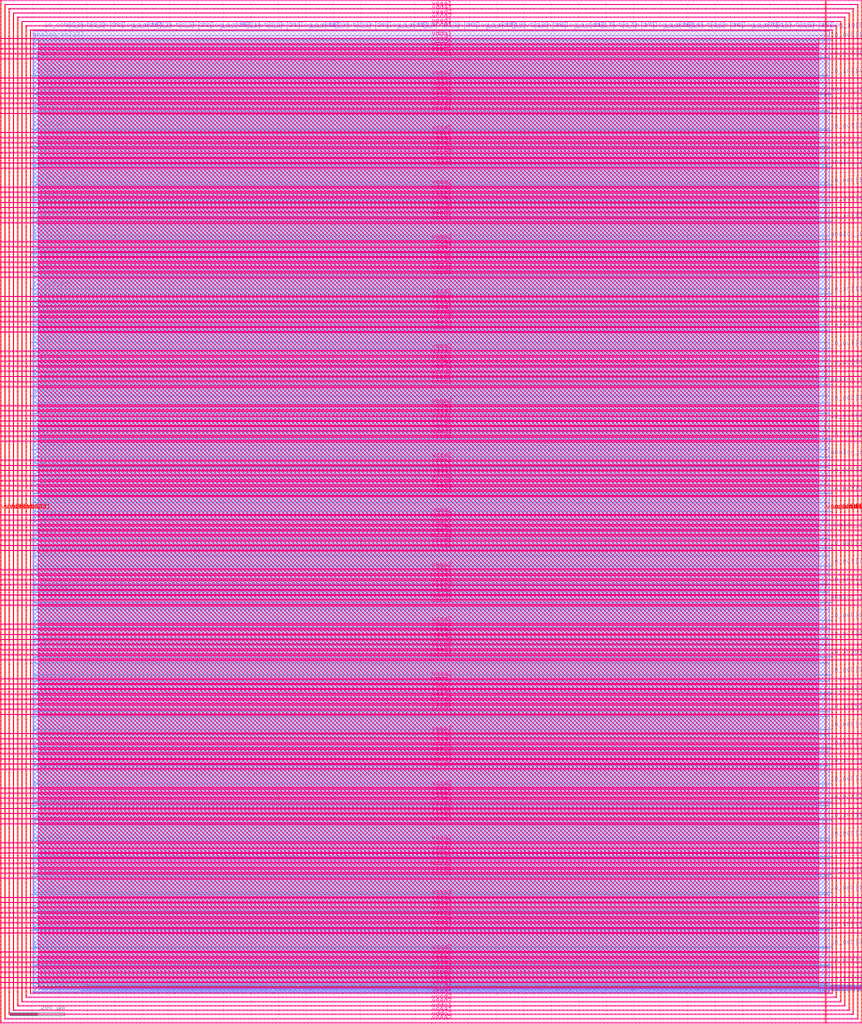
<source format=lef>
VERSION 5.7 ;
  NOWIREEXTENSIONATPIN ON ;
  DIVIDERCHAR "/" ;
  BUSBITCHARS "[]" ;
MACRO user_project_wrapper
  CLASS BLOCK ;
  FOREIGN user_project_wrapper ;
  ORIGIN 0.000 0.000 ;
  SIZE 2920.000 BY 3520.000 ;
  PIN analog_io[0]
    DIRECTION INOUT ;
    USE SIGNAL ;
    PORT
      LAYER met3 ;
        RECT 2917.600 1426.380 2924.800 1427.580 ;
    END
  END analog_io[0]
  PIN analog_io[10]
    DIRECTION INOUT ;
    USE SIGNAL ;
    PORT
      LAYER met2 ;
        RECT 2230.490 3517.600 2231.050 3524.800 ;
    END
  END analog_io[10]
  PIN analog_io[11]
    DIRECTION INOUT ;
    USE SIGNAL ;
    PORT
      LAYER met2 ;
        RECT 1905.730 3517.600 1906.290 3524.800 ;
    END
  END analog_io[11]
  PIN analog_io[12]
    DIRECTION INOUT ;
    USE SIGNAL ;
    PORT
      LAYER met2 ;
        RECT 1581.430 3517.600 1581.990 3524.800 ;
    END
  END analog_io[12]
  PIN analog_io[13]
    DIRECTION INOUT ;
    USE SIGNAL ;
    PORT
      LAYER met2 ;
        RECT 1257.130 3517.600 1257.690 3524.800 ;
    END
  END analog_io[13]
  PIN analog_io[14]
    DIRECTION INOUT ;
    USE SIGNAL ;
    PORT
      LAYER met2 ;
        RECT 932.370 3517.600 932.930 3524.800 ;
    END
  END analog_io[14]
  PIN analog_io[15]
    DIRECTION INOUT ;
    USE SIGNAL ;
    PORT
      LAYER met2 ;
        RECT 608.070 3517.600 608.630 3524.800 ;
    END
  END analog_io[15]
  PIN analog_io[16]
    DIRECTION INOUT ;
    USE SIGNAL ;
    PORT
      LAYER met2 ;
        RECT 283.770 3517.600 284.330 3524.800 ;
    END
  END analog_io[16]
  PIN analog_io[17]
    DIRECTION INOUT ;
    USE SIGNAL ;
    PORT
      LAYER met3 ;
        RECT -4.800 3486.100 2.400 3487.300 ;
    END
  END analog_io[17]
  PIN analog_io[18]
    DIRECTION INOUT ;
    USE SIGNAL ;
    PORT
      LAYER met3 ;
        RECT -4.800 3224.980 2.400 3226.180 ;
    END
  END analog_io[18]
  PIN analog_io[19]
    DIRECTION INOUT ;
    USE SIGNAL ;
    PORT
      LAYER met3 ;
        RECT -4.800 2964.540 2.400 2965.740 ;
    END
  END analog_io[19]
  PIN analog_io[1]
    DIRECTION INOUT ;
    USE SIGNAL ;
    PORT
      LAYER met3 ;
        RECT 2917.600 1692.260 2924.800 1693.460 ;
    END
  END analog_io[1]
  PIN analog_io[20]
    DIRECTION INOUT ;
    USE SIGNAL ;
    PORT
      LAYER met3 ;
        RECT -4.800 2703.420 2.400 2704.620 ;
    END
  END analog_io[20]
  PIN analog_io[21]
    DIRECTION INOUT ;
    USE SIGNAL ;
    PORT
      LAYER met3 ;
        RECT -4.800 2442.980 2.400 2444.180 ;
    END
  END analog_io[21]
  PIN analog_io[22]
    DIRECTION INOUT ;
    USE SIGNAL ;
    PORT
      LAYER met3 ;
        RECT -4.800 2182.540 2.400 2183.740 ;
    END
  END analog_io[22]
  PIN analog_io[23]
    DIRECTION INOUT ;
    USE SIGNAL ;
    PORT
      LAYER met3 ;
        RECT -4.800 1921.420 2.400 1922.620 ;
    END
  END analog_io[23]
  PIN analog_io[24]
    DIRECTION INOUT ;
    USE SIGNAL ;
    PORT
      LAYER met3 ;
        RECT -4.800 1660.980 2.400 1662.180 ;
    END
  END analog_io[24]
  PIN analog_io[25]
    DIRECTION INOUT ;
    USE SIGNAL ;
    PORT
      LAYER met3 ;
        RECT -4.800 1399.860 2.400 1401.060 ;
    END
  END analog_io[25]
  PIN analog_io[26]
    DIRECTION INOUT ;
    USE SIGNAL ;
    PORT
      LAYER met3 ;
        RECT -4.800 1139.420 2.400 1140.620 ;
    END
  END analog_io[26]
  PIN analog_io[27]
    DIRECTION INOUT ;
    USE SIGNAL ;
    PORT
      LAYER met3 ;
        RECT -4.800 878.980 2.400 880.180 ;
    END
  END analog_io[27]
  PIN analog_io[28]
    DIRECTION INOUT ;
    USE SIGNAL ;
    PORT
      LAYER met3 ;
        RECT -4.800 617.860 2.400 619.060 ;
    END
  END analog_io[28]
  PIN analog_io[2]
    DIRECTION INOUT ;
    USE SIGNAL ;
    PORT
      LAYER met3 ;
        RECT 2917.600 1958.140 2924.800 1959.340 ;
    END
  END analog_io[2]
  PIN analog_io[3]
    DIRECTION INOUT ;
    USE SIGNAL ;
    PORT
      LAYER met3 ;
        RECT 2917.600 2223.340 2924.800 2224.540 ;
    END
  END analog_io[3]
  PIN analog_io[4]
    DIRECTION INOUT ;
    USE SIGNAL ;
    PORT
      LAYER met3 ;
        RECT 2917.600 2489.220 2924.800 2490.420 ;
    END
  END analog_io[4]
  PIN analog_io[5]
    DIRECTION INOUT ;
    USE SIGNAL ;
    PORT
      LAYER met3 ;
        RECT 2917.600 2755.100 2924.800 2756.300 ;
    END
  END analog_io[5]
  PIN analog_io[6]
    DIRECTION INOUT ;
    USE SIGNAL ;
    PORT
      LAYER met3 ;
        RECT 2917.600 3020.300 2924.800 3021.500 ;
    END
  END analog_io[6]
  PIN analog_io[7]
    DIRECTION INOUT ;
    USE SIGNAL ;
    PORT
      LAYER met3 ;
        RECT 2917.600 3286.180 2924.800 3287.380 ;
    END
  END analog_io[7]
  PIN analog_io[8]
    DIRECTION INOUT ;
    USE SIGNAL ;
    PORT
      LAYER met2 ;
        RECT 2879.090 3517.600 2879.650 3524.800 ;
    END
  END analog_io[8]
  PIN analog_io[9]
    DIRECTION INOUT ;
    USE SIGNAL ;
    PORT
      LAYER met2 ;
        RECT 2554.790 3517.600 2555.350 3524.800 ;
    END
  END analog_io[9]
  PIN io_in[0]
    DIRECTION INPUT ;
    USE SIGNAL ;
    PORT
      LAYER met3 ;
        RECT 2917.600 32.380 2924.800 33.580 ;
    END
  END io_in[0]
  PIN io_in[10]
    DIRECTION INPUT ;
    USE SIGNAL ;
    PORT
      LAYER met3 ;
        RECT 2917.600 2289.980 2924.800 2291.180 ;
    END
  END io_in[10]
  PIN io_in[11]
    DIRECTION INPUT ;
    USE SIGNAL ;
    PORT
      LAYER met3 ;
        RECT 2917.600 2555.860 2924.800 2557.060 ;
    END
  END io_in[11]
  PIN io_in[12]
    DIRECTION INPUT ;
    USE SIGNAL ;
    PORT
      LAYER met3 ;
        RECT 2917.600 2821.060 2924.800 2822.260 ;
    END
  END io_in[12]
  PIN io_in[13]
    DIRECTION INPUT ;
    USE SIGNAL ;
    PORT
      LAYER met3 ;
        RECT 2917.600 3086.940 2924.800 3088.140 ;
    END
  END io_in[13]
  PIN io_in[14]
    DIRECTION INPUT ;
    USE SIGNAL ;
    PORT
      LAYER met3 ;
        RECT 2917.600 3352.820 2924.800 3354.020 ;
    END
  END io_in[14]
  PIN io_in[15]
    DIRECTION INPUT ;
    USE SIGNAL ;
    PORT
      LAYER met2 ;
        RECT 2798.130 3517.600 2798.690 3524.800 ;
    END
  END io_in[15]
  PIN io_in[16]
    DIRECTION INPUT ;
    USE SIGNAL ;
    PORT
      LAYER met2 ;
        RECT 2473.830 3517.600 2474.390 3524.800 ;
    END
  END io_in[16]
  PIN io_in[17]
    DIRECTION INPUT ;
    USE SIGNAL ;
    PORT
      LAYER met2 ;
        RECT 2149.070 3517.600 2149.630 3524.800 ;
    END
  END io_in[17]
  PIN io_in[18]
    DIRECTION INPUT ;
    USE SIGNAL ;
    PORT
      LAYER met2 ;
        RECT 1824.770 3517.600 1825.330 3524.800 ;
    END
  END io_in[18]
  PIN io_in[19]
    DIRECTION INPUT ;
    USE SIGNAL ;
    PORT
      LAYER met2 ;
        RECT 1500.470 3517.600 1501.030 3524.800 ;
    END
  END io_in[19]
  PIN io_in[1]
    DIRECTION INPUT ;
    USE SIGNAL ;
    PORT
      LAYER met3 ;
        RECT 2917.600 230.940 2924.800 232.140 ;
    END
  END io_in[1]
  PIN io_in[20]
    DIRECTION INPUT ;
    USE SIGNAL ;
    PORT
      LAYER met2 ;
        RECT 1175.710 3517.600 1176.270 3524.800 ;
    END
  END io_in[20]
  PIN io_in[21]
    DIRECTION INPUT ;
    USE SIGNAL ;
    PORT
      LAYER met2 ;
        RECT 851.410 3517.600 851.970 3524.800 ;
    END
  END io_in[21]
  PIN io_in[22]
    DIRECTION INPUT ;
    USE SIGNAL ;
    PORT
      LAYER met2 ;
        RECT 527.110 3517.600 527.670 3524.800 ;
    END
  END io_in[22]
  PIN io_in[23]
    DIRECTION INPUT ;
    USE SIGNAL ;
    PORT
      LAYER met2 ;
        RECT 202.350 3517.600 202.910 3524.800 ;
    END
  END io_in[23]
  PIN io_in[24]
    DIRECTION INPUT ;
    USE SIGNAL ;
    PORT
      LAYER met3 ;
        RECT -4.800 3420.820 2.400 3422.020 ;
    END
  END io_in[24]
  PIN io_in[25]
    DIRECTION INPUT ;
    USE SIGNAL ;
    PORT
      LAYER met3 ;
        RECT -4.800 3159.700 2.400 3160.900 ;
    END
  END io_in[25]
  PIN io_in[26]
    DIRECTION INPUT ;
    USE SIGNAL ;
    PORT
      LAYER met3 ;
        RECT -4.800 2899.260 2.400 2900.460 ;
    END
  END io_in[26]
  PIN io_in[27]
    DIRECTION INPUT ;
    USE SIGNAL ;
    PORT
      LAYER met3 ;
        RECT -4.800 2638.820 2.400 2640.020 ;
    END
  END io_in[27]
  PIN io_in[28]
    DIRECTION INPUT ;
    USE SIGNAL ;
    PORT
      LAYER met3 ;
        RECT -4.800 2377.700 2.400 2378.900 ;
    END
  END io_in[28]
  PIN io_in[29]
    DIRECTION INPUT ;
    USE SIGNAL ;
    PORT
      LAYER met3 ;
        RECT -4.800 2117.260 2.400 2118.460 ;
    END
  END io_in[29]
  PIN io_in[2]
    DIRECTION INPUT ;
    USE SIGNAL ;
    PORT
      LAYER met3 ;
        RECT 2917.600 430.180 2924.800 431.380 ;
    END
  END io_in[2]
  PIN io_in[30]
    DIRECTION INPUT ;
    USE SIGNAL ;
    PORT
      LAYER met3 ;
        RECT -4.800 1856.140 2.400 1857.340 ;
    END
  END io_in[30]
  PIN io_in[31]
    DIRECTION INPUT ;
    USE SIGNAL ;
    PORT
      LAYER met3 ;
        RECT -4.800 1595.700 2.400 1596.900 ;
    END
  END io_in[31]
  PIN io_in[32]
    DIRECTION INPUT ;
    USE SIGNAL ;
    PORT
      LAYER met3 ;
        RECT -4.800 1335.260 2.400 1336.460 ;
    END
  END io_in[32]
  PIN io_in[33]
    DIRECTION INPUT ;
    USE SIGNAL ;
    PORT
      LAYER met3 ;
        RECT -4.800 1074.140 2.400 1075.340 ;
    END
  END io_in[33]
  PIN io_in[34]
    DIRECTION INPUT ;
    USE SIGNAL ;
    PORT
      LAYER met3 ;
        RECT -4.800 813.700 2.400 814.900 ;
    END
  END io_in[34]
  PIN io_in[35]
    DIRECTION INPUT ;
    USE SIGNAL ;
    PORT
      LAYER met3 ;
        RECT -4.800 552.580 2.400 553.780 ;
    END
  END io_in[35]
  PIN io_in[36]
    DIRECTION INPUT ;
    USE SIGNAL ;
    PORT
      LAYER met3 ;
        RECT -4.800 357.420 2.400 358.620 ;
    END
  END io_in[36]
  PIN io_in[37]
    DIRECTION INPUT ;
    USE SIGNAL ;
    PORT
      LAYER met3 ;
        RECT -4.800 161.580 2.400 162.780 ;
    END
  END io_in[37]
  PIN io_in[3]
    DIRECTION INPUT ;
    USE SIGNAL ;
    PORT
      LAYER met3 ;
        RECT 2917.600 629.420 2924.800 630.620 ;
    END
  END io_in[3]
  PIN io_in[4]
    DIRECTION INPUT ;
    USE SIGNAL ;
    PORT
      LAYER met3 ;
        RECT 2917.600 828.660 2924.800 829.860 ;
    END
  END io_in[4]
  PIN io_in[5]
    DIRECTION INPUT ;
    USE SIGNAL ;
    PORT
      LAYER met3 ;
        RECT 2917.600 1027.900 2924.800 1029.100 ;
    END
  END io_in[5]
  PIN io_in[6]
    DIRECTION INPUT ;
    USE SIGNAL ;
    PORT
      LAYER met3 ;
        RECT 2917.600 1227.140 2924.800 1228.340 ;
    END
  END io_in[6]
  PIN io_in[7]
    DIRECTION INPUT ;
    USE SIGNAL ;
    PORT
      LAYER met3 ;
        RECT 2917.600 1493.020 2924.800 1494.220 ;
    END
  END io_in[7]
  PIN io_in[8]
    DIRECTION INPUT ;
    USE SIGNAL ;
    PORT
      LAYER met3 ;
        RECT 2917.600 1758.900 2924.800 1760.100 ;
    END
  END io_in[8]
  PIN io_in[9]
    DIRECTION INPUT ;
    USE SIGNAL ;
    PORT
      LAYER met3 ;
        RECT 2917.600 2024.100 2924.800 2025.300 ;
    END
  END io_in[9]
  PIN io_oeb[0]
    DIRECTION OUTPUT TRISTATE ;
    USE SIGNAL ;
    PORT
      LAYER met3 ;
        RECT 2917.600 164.980 2924.800 166.180 ;
    END
  END io_oeb[0]
  PIN io_oeb[10]
    DIRECTION OUTPUT TRISTATE ;
    USE SIGNAL ;
    PORT
      LAYER met3 ;
        RECT 2917.600 2422.580 2924.800 2423.780 ;
    END
  END io_oeb[10]
  PIN io_oeb[11]
    DIRECTION OUTPUT TRISTATE ;
    USE SIGNAL ;
    PORT
      LAYER met3 ;
        RECT 2917.600 2688.460 2924.800 2689.660 ;
    END
  END io_oeb[11]
  PIN io_oeb[12]
    DIRECTION OUTPUT TRISTATE ;
    USE SIGNAL ;
    PORT
      LAYER met3 ;
        RECT 2917.600 2954.340 2924.800 2955.540 ;
    END
  END io_oeb[12]
  PIN io_oeb[13]
    DIRECTION OUTPUT TRISTATE ;
    USE SIGNAL ;
    PORT
      LAYER met3 ;
        RECT 2917.600 3219.540 2924.800 3220.740 ;
    END
  END io_oeb[13]
  PIN io_oeb[14]
    DIRECTION OUTPUT TRISTATE ;
    USE SIGNAL ;
    PORT
      LAYER met3 ;
        RECT 2917.600 3485.420 2924.800 3486.620 ;
    END
  END io_oeb[14]
  PIN io_oeb[15]
    DIRECTION OUTPUT TRISTATE ;
    USE SIGNAL ;
    PORT
      LAYER met2 ;
        RECT 2635.750 3517.600 2636.310 3524.800 ;
    END
  END io_oeb[15]
  PIN io_oeb[16]
    DIRECTION OUTPUT TRISTATE ;
    USE SIGNAL ;
    PORT
      LAYER met2 ;
        RECT 2311.450 3517.600 2312.010 3524.800 ;
    END
  END io_oeb[16]
  PIN io_oeb[17]
    DIRECTION OUTPUT TRISTATE ;
    USE SIGNAL ;
    PORT
      LAYER met2 ;
        RECT 1987.150 3517.600 1987.710 3524.800 ;
    END
  END io_oeb[17]
  PIN io_oeb[18]
    DIRECTION OUTPUT TRISTATE ;
    USE SIGNAL ;
    PORT
      LAYER met2 ;
        RECT 1662.390 3517.600 1662.950 3524.800 ;
    END
  END io_oeb[18]
  PIN io_oeb[19]
    DIRECTION OUTPUT TRISTATE ;
    USE SIGNAL ;
    PORT
      LAYER met2 ;
        RECT 1338.090 3517.600 1338.650 3524.800 ;
    END
  END io_oeb[19]
  PIN io_oeb[1]
    DIRECTION OUTPUT TRISTATE ;
    USE SIGNAL ;
    PORT
      LAYER met3 ;
        RECT 2917.600 364.220 2924.800 365.420 ;
    END
  END io_oeb[1]
  PIN io_oeb[20]
    DIRECTION OUTPUT TRISTATE ;
    USE SIGNAL ;
    PORT
      LAYER met2 ;
        RECT 1013.790 3517.600 1014.350 3524.800 ;
    END
  END io_oeb[20]
  PIN io_oeb[21]
    DIRECTION OUTPUT TRISTATE ;
    USE SIGNAL ;
    PORT
      LAYER met2 ;
        RECT 689.030 3517.600 689.590 3524.800 ;
    END
  END io_oeb[21]
  PIN io_oeb[22]
    DIRECTION OUTPUT TRISTATE ;
    USE SIGNAL ;
    PORT
      LAYER met2 ;
        RECT 364.730 3517.600 365.290 3524.800 ;
    END
  END io_oeb[22]
  PIN io_oeb[23]
    DIRECTION OUTPUT TRISTATE ;
    USE SIGNAL ;
    PORT
      LAYER met2 ;
        RECT 40.430 3517.600 40.990 3524.800 ;
    END
  END io_oeb[23]
  PIN io_oeb[24]
    DIRECTION OUTPUT TRISTATE ;
    USE SIGNAL ;
    PORT
      LAYER met3 ;
        RECT -4.800 3290.260 2.400 3291.460 ;
    END
  END io_oeb[24]
  PIN io_oeb[25]
    DIRECTION OUTPUT TRISTATE ;
    USE SIGNAL ;
    PORT
      LAYER met3 ;
        RECT -4.800 3029.820 2.400 3031.020 ;
    END
  END io_oeb[25]
  PIN io_oeb[26]
    DIRECTION OUTPUT TRISTATE ;
    USE SIGNAL ;
    PORT
      LAYER met3 ;
        RECT -4.800 2768.700 2.400 2769.900 ;
    END
  END io_oeb[26]
  PIN io_oeb[27]
    DIRECTION OUTPUT TRISTATE ;
    USE SIGNAL ;
    PORT
      LAYER met3 ;
        RECT -4.800 2508.260 2.400 2509.460 ;
    END
  END io_oeb[27]
  PIN io_oeb[28]
    DIRECTION OUTPUT TRISTATE ;
    USE SIGNAL ;
    PORT
      LAYER met3 ;
        RECT -4.800 2247.140 2.400 2248.340 ;
    END
  END io_oeb[28]
  PIN io_oeb[29]
    DIRECTION OUTPUT TRISTATE ;
    USE SIGNAL ;
    PORT
      LAYER met3 ;
        RECT -4.800 1986.700 2.400 1987.900 ;
    END
  END io_oeb[29]
  PIN io_oeb[2]
    DIRECTION OUTPUT TRISTATE ;
    USE SIGNAL ;
    PORT
      LAYER met3 ;
        RECT 2917.600 563.460 2924.800 564.660 ;
    END
  END io_oeb[2]
  PIN io_oeb[30]
    DIRECTION OUTPUT TRISTATE ;
    USE SIGNAL ;
    PORT
      LAYER met3 ;
        RECT -4.800 1726.260 2.400 1727.460 ;
    END
  END io_oeb[30]
  PIN io_oeb[31]
    DIRECTION OUTPUT TRISTATE ;
    USE SIGNAL ;
    PORT
      LAYER met3 ;
        RECT -4.800 1465.140 2.400 1466.340 ;
    END
  END io_oeb[31]
  PIN io_oeb[32]
    DIRECTION OUTPUT TRISTATE ;
    USE SIGNAL ;
    PORT
      LAYER met3 ;
        RECT -4.800 1204.700 2.400 1205.900 ;
    END
  END io_oeb[32]
  PIN io_oeb[33]
    DIRECTION OUTPUT TRISTATE ;
    USE SIGNAL ;
    PORT
      LAYER met3 ;
        RECT -4.800 943.580 2.400 944.780 ;
    END
  END io_oeb[33]
  PIN io_oeb[34]
    DIRECTION OUTPUT TRISTATE ;
    USE SIGNAL ;
    PORT
      LAYER met3 ;
        RECT -4.800 683.140 2.400 684.340 ;
    END
  END io_oeb[34]
  PIN io_oeb[35]
    DIRECTION OUTPUT TRISTATE ;
    USE SIGNAL ;
    PORT
      LAYER met3 ;
        RECT -4.800 422.700 2.400 423.900 ;
    END
  END io_oeb[35]
  PIN io_oeb[36]
    DIRECTION OUTPUT TRISTATE ;
    USE SIGNAL ;
    PORT
      LAYER met3 ;
        RECT -4.800 226.860 2.400 228.060 ;
    END
  END io_oeb[36]
  PIN io_oeb[37]
    DIRECTION OUTPUT TRISTATE ;
    USE SIGNAL ;
    PORT
      LAYER met3 ;
        RECT -4.800 31.700 2.400 32.900 ;
    END
  END io_oeb[37]
  PIN io_oeb[3]
    DIRECTION OUTPUT TRISTATE ;
    USE SIGNAL ;
    PORT
      LAYER met3 ;
        RECT 2917.600 762.700 2924.800 763.900 ;
    END
  END io_oeb[3]
  PIN io_oeb[4]
    DIRECTION OUTPUT TRISTATE ;
    USE SIGNAL ;
    PORT
      LAYER met3 ;
        RECT 2917.600 961.940 2924.800 963.140 ;
    END
  END io_oeb[4]
  PIN io_oeb[5]
    DIRECTION OUTPUT TRISTATE ;
    USE SIGNAL ;
    PORT
      LAYER met3 ;
        RECT 2917.600 1161.180 2924.800 1162.380 ;
    END
  END io_oeb[5]
  PIN io_oeb[6]
    DIRECTION OUTPUT TRISTATE ;
    USE SIGNAL ;
    PORT
      LAYER met3 ;
        RECT 2917.600 1360.420 2924.800 1361.620 ;
    END
  END io_oeb[6]
  PIN io_oeb[7]
    DIRECTION OUTPUT TRISTATE ;
    USE SIGNAL ;
    PORT
      LAYER met3 ;
        RECT 2917.600 1625.620 2924.800 1626.820 ;
    END
  END io_oeb[7]
  PIN io_oeb[8]
    DIRECTION OUTPUT TRISTATE ;
    USE SIGNAL ;
    PORT
      LAYER met3 ;
        RECT 2917.600 1891.500 2924.800 1892.700 ;
    END
  END io_oeb[8]
  PIN io_oeb[9]
    DIRECTION OUTPUT TRISTATE ;
    USE SIGNAL ;
    PORT
      LAYER met3 ;
        RECT 2917.600 2157.380 2924.800 2158.580 ;
    END
  END io_oeb[9]
  PIN io_out[0]
    DIRECTION OUTPUT TRISTATE ;
    USE SIGNAL ;
    PORT
      LAYER met3 ;
        RECT 2917.600 98.340 2924.800 99.540 ;
    END
  END io_out[0]
  PIN io_out[10]
    DIRECTION OUTPUT TRISTATE ;
    USE SIGNAL ;
    PORT
      LAYER met3 ;
        RECT 2917.600 2356.620 2924.800 2357.820 ;
    END
  END io_out[10]
  PIN io_out[11]
    DIRECTION OUTPUT TRISTATE ;
    USE SIGNAL ;
    PORT
      LAYER met3 ;
        RECT 2917.600 2621.820 2924.800 2623.020 ;
    END
  END io_out[11]
  PIN io_out[12]
    DIRECTION OUTPUT TRISTATE ;
    USE SIGNAL ;
    PORT
      LAYER met3 ;
        RECT 2917.600 2887.700 2924.800 2888.900 ;
    END
  END io_out[12]
  PIN io_out[13]
    DIRECTION OUTPUT TRISTATE ;
    USE SIGNAL ;
    PORT
      LAYER met3 ;
        RECT 2917.600 3153.580 2924.800 3154.780 ;
    END
  END io_out[13]
  PIN io_out[14]
    DIRECTION OUTPUT TRISTATE ;
    USE SIGNAL ;
    PORT
      LAYER met3 ;
        RECT 2917.600 3418.780 2924.800 3419.980 ;
    END
  END io_out[14]
  PIN io_out[15]
    DIRECTION OUTPUT TRISTATE ;
    USE SIGNAL ;
    PORT
      LAYER met2 ;
        RECT 2717.170 3517.600 2717.730 3524.800 ;
    END
  END io_out[15]
  PIN io_out[16]
    DIRECTION OUTPUT TRISTATE ;
    USE SIGNAL ;
    PORT
      LAYER met2 ;
        RECT 2392.410 3517.600 2392.970 3524.800 ;
    END
  END io_out[16]
  PIN io_out[17]
    DIRECTION OUTPUT TRISTATE ;
    USE SIGNAL ;
    PORT
      LAYER met2 ;
        RECT 2068.110 3517.600 2068.670 3524.800 ;
    END
  END io_out[17]
  PIN io_out[18]
    DIRECTION OUTPUT TRISTATE ;
    USE SIGNAL ;
    PORT
      LAYER met2 ;
        RECT 1743.810 3517.600 1744.370 3524.800 ;
    END
  END io_out[18]
  PIN io_out[19]
    DIRECTION OUTPUT TRISTATE ;
    USE SIGNAL ;
    PORT
      LAYER met2 ;
        RECT 1419.050 3517.600 1419.610 3524.800 ;
    END
  END io_out[19]
  PIN io_out[1]
    DIRECTION OUTPUT TRISTATE ;
    USE SIGNAL ;
    PORT
      LAYER met3 ;
        RECT 2917.600 297.580 2924.800 298.780 ;
    END
  END io_out[1]
  PIN io_out[20]
    DIRECTION OUTPUT TRISTATE ;
    USE SIGNAL ;
    PORT
      LAYER met2 ;
        RECT 1094.750 3517.600 1095.310 3524.800 ;
    END
  END io_out[20]
  PIN io_out[21]
    DIRECTION OUTPUT TRISTATE ;
    USE SIGNAL ;
    PORT
      LAYER met2 ;
        RECT 770.450 3517.600 771.010 3524.800 ;
    END
  END io_out[21]
  PIN io_out[22]
    DIRECTION OUTPUT TRISTATE ;
    USE SIGNAL ;
    PORT
      LAYER met2 ;
        RECT 445.690 3517.600 446.250 3524.800 ;
    END
  END io_out[22]
  PIN io_out[23]
    DIRECTION OUTPUT TRISTATE ;
    USE SIGNAL ;
    PORT
      LAYER met2 ;
        RECT 121.390 3517.600 121.950 3524.800 ;
    END
  END io_out[23]
  PIN io_out[24]
    DIRECTION OUTPUT TRISTATE ;
    USE SIGNAL ;
    PORT
      LAYER met3 ;
        RECT -4.800 3355.540 2.400 3356.740 ;
    END
  END io_out[24]
  PIN io_out[25]
    DIRECTION OUTPUT TRISTATE ;
    USE SIGNAL ;
    PORT
      LAYER met3 ;
        RECT -4.800 3095.100 2.400 3096.300 ;
    END
  END io_out[25]
  PIN io_out[26]
    DIRECTION OUTPUT TRISTATE ;
    USE SIGNAL ;
    PORT
      LAYER met3 ;
        RECT -4.800 2833.980 2.400 2835.180 ;
    END
  END io_out[26]
  PIN io_out[27]
    DIRECTION OUTPUT TRISTATE ;
    USE SIGNAL ;
    PORT
      LAYER met3 ;
        RECT -4.800 2573.540 2.400 2574.740 ;
    END
  END io_out[27]
  PIN io_out[28]
    DIRECTION OUTPUT TRISTATE ;
    USE SIGNAL ;
    PORT
      LAYER met3 ;
        RECT -4.800 2312.420 2.400 2313.620 ;
    END
  END io_out[28]
  PIN io_out[29]
    DIRECTION OUTPUT TRISTATE ;
    USE SIGNAL ;
    PORT
      LAYER met3 ;
        RECT -4.800 2051.980 2.400 2053.180 ;
    END
  END io_out[29]
  PIN io_out[2]
    DIRECTION OUTPUT TRISTATE ;
    USE SIGNAL ;
    PORT
      LAYER met3 ;
        RECT 2917.600 496.820 2924.800 498.020 ;
    END
  END io_out[2]
  PIN io_out[30]
    DIRECTION OUTPUT TRISTATE ;
    USE SIGNAL ;
    PORT
      LAYER met3 ;
        RECT -4.800 1791.540 2.400 1792.740 ;
    END
  END io_out[30]
  PIN io_out[31]
    DIRECTION OUTPUT TRISTATE ;
    USE SIGNAL ;
    PORT
      LAYER met3 ;
        RECT -4.800 1530.420 2.400 1531.620 ;
    END
  END io_out[31]
  PIN io_out[32]
    DIRECTION OUTPUT TRISTATE ;
    USE SIGNAL ;
    PORT
      LAYER met3 ;
        RECT -4.800 1269.980 2.400 1271.180 ;
    END
  END io_out[32]
  PIN io_out[33]
    DIRECTION OUTPUT TRISTATE ;
    USE SIGNAL ;
    PORT
      LAYER met3 ;
        RECT -4.800 1008.860 2.400 1010.060 ;
    END
  END io_out[33]
  PIN io_out[34]
    DIRECTION OUTPUT TRISTATE ;
    USE SIGNAL ;
    PORT
      LAYER met3 ;
        RECT -4.800 748.420 2.400 749.620 ;
    END
  END io_out[34]
  PIN io_out[35]
    DIRECTION OUTPUT TRISTATE ;
    USE SIGNAL ;
    PORT
      LAYER met3 ;
        RECT -4.800 487.300 2.400 488.500 ;
    END
  END io_out[35]
  PIN io_out[36]
    DIRECTION OUTPUT TRISTATE ;
    USE SIGNAL ;
    PORT
      LAYER met3 ;
        RECT -4.800 292.140 2.400 293.340 ;
    END
  END io_out[36]
  PIN io_out[37]
    DIRECTION OUTPUT TRISTATE ;
    USE SIGNAL ;
    PORT
      LAYER met3 ;
        RECT -4.800 96.300 2.400 97.500 ;
    END
  END io_out[37]
  PIN io_out[3]
    DIRECTION OUTPUT TRISTATE ;
    USE SIGNAL ;
    PORT
      LAYER met3 ;
        RECT 2917.600 696.060 2924.800 697.260 ;
    END
  END io_out[3]
  PIN io_out[4]
    DIRECTION OUTPUT TRISTATE ;
    USE SIGNAL ;
    PORT
      LAYER met3 ;
        RECT 2917.600 895.300 2924.800 896.500 ;
    END
  END io_out[4]
  PIN io_out[5]
    DIRECTION OUTPUT TRISTATE ;
    USE SIGNAL ;
    PORT
      LAYER met3 ;
        RECT 2917.600 1094.540 2924.800 1095.740 ;
    END
  END io_out[5]
  PIN io_out[6]
    DIRECTION OUTPUT TRISTATE ;
    USE SIGNAL ;
    PORT
      LAYER met3 ;
        RECT 2917.600 1293.780 2924.800 1294.980 ;
    END
  END io_out[6]
  PIN io_out[7]
    DIRECTION OUTPUT TRISTATE ;
    USE SIGNAL ;
    PORT
      LAYER met3 ;
        RECT 2917.600 1559.660 2924.800 1560.860 ;
    END
  END io_out[7]
  PIN io_out[8]
    DIRECTION OUTPUT TRISTATE ;
    USE SIGNAL ;
    PORT
      LAYER met3 ;
        RECT 2917.600 1824.860 2924.800 1826.060 ;
    END
  END io_out[8]
  PIN io_out[9]
    DIRECTION OUTPUT TRISTATE ;
    USE SIGNAL ;
    PORT
      LAYER met3 ;
        RECT 2917.600 2090.740 2924.800 2091.940 ;
    END
  END io_out[9]
  PIN la_data_in[0]
    DIRECTION INPUT ;
    USE SIGNAL ;
    PORT
      LAYER met2 ;
        RECT 629.230 -4.800 629.790 2.400 ;
    END
  END la_data_in[0]
  PIN la_data_in[100]
    DIRECTION INPUT ;
    USE SIGNAL ;
    PORT
      LAYER met2 ;
        RECT 2402.530 -4.800 2403.090 2.400 ;
    END
  END la_data_in[100]
  PIN la_data_in[101]
    DIRECTION INPUT ;
    USE SIGNAL ;
    PORT
      LAYER met2 ;
        RECT 2420.010 -4.800 2420.570 2.400 ;
    END
  END la_data_in[101]
  PIN la_data_in[102]
    DIRECTION INPUT ;
    USE SIGNAL ;
    PORT
      LAYER met2 ;
        RECT 2437.950 -4.800 2438.510 2.400 ;
    END
  END la_data_in[102]
  PIN la_data_in[103]
    DIRECTION INPUT ;
    USE SIGNAL ;
    PORT
      LAYER met2 ;
        RECT 2455.430 -4.800 2455.990 2.400 ;
    END
  END la_data_in[103]
  PIN la_data_in[104]
    DIRECTION INPUT ;
    USE SIGNAL ;
    PORT
      LAYER met2 ;
        RECT 2473.370 -4.800 2473.930 2.400 ;
    END
  END la_data_in[104]
  PIN la_data_in[105]
    DIRECTION INPUT ;
    USE SIGNAL ;
    PORT
      LAYER met2 ;
        RECT 2490.850 -4.800 2491.410 2.400 ;
    END
  END la_data_in[105]
  PIN la_data_in[106]
    DIRECTION INPUT ;
    USE SIGNAL ;
    PORT
      LAYER met2 ;
        RECT 2508.790 -4.800 2509.350 2.400 ;
    END
  END la_data_in[106]
  PIN la_data_in[107]
    DIRECTION INPUT ;
    USE SIGNAL ;
    PORT
      LAYER met2 ;
        RECT 2526.730 -4.800 2527.290 2.400 ;
    END
  END la_data_in[107]
  PIN la_data_in[108]
    DIRECTION INPUT ;
    USE SIGNAL ;
    PORT
      LAYER met2 ;
        RECT 2544.210 -4.800 2544.770 2.400 ;
    END
  END la_data_in[108]
  PIN la_data_in[109]
    DIRECTION INPUT ;
    USE SIGNAL ;
    PORT
      LAYER met2 ;
        RECT 2562.150 -4.800 2562.710 2.400 ;
    END
  END la_data_in[109]
  PIN la_data_in[10]
    DIRECTION INPUT ;
    USE SIGNAL ;
    PORT
      LAYER met2 ;
        RECT 806.330 -4.800 806.890 2.400 ;
    END
  END la_data_in[10]
  PIN la_data_in[110]
    DIRECTION INPUT ;
    USE SIGNAL ;
    PORT
      LAYER met2 ;
        RECT 2579.630 -4.800 2580.190 2.400 ;
    END
  END la_data_in[110]
  PIN la_data_in[111]
    DIRECTION INPUT ;
    USE SIGNAL ;
    PORT
      LAYER met2 ;
        RECT 2597.570 -4.800 2598.130 2.400 ;
    END
  END la_data_in[111]
  PIN la_data_in[112]
    DIRECTION INPUT ;
    USE SIGNAL ;
    PORT
      LAYER met2 ;
        RECT 2615.050 -4.800 2615.610 2.400 ;
    END
  END la_data_in[112]
  PIN la_data_in[113]
    DIRECTION INPUT ;
    USE SIGNAL ;
    PORT
      LAYER met2 ;
        RECT 2632.990 -4.800 2633.550 2.400 ;
    END
  END la_data_in[113]
  PIN la_data_in[114]
    DIRECTION INPUT ;
    USE SIGNAL ;
    PORT
      LAYER met2 ;
        RECT 2650.470 -4.800 2651.030 2.400 ;
    END
  END la_data_in[114]
  PIN la_data_in[115]
    DIRECTION INPUT ;
    USE SIGNAL ;
    PORT
      LAYER met2 ;
        RECT 2668.410 -4.800 2668.970 2.400 ;
    END
  END la_data_in[115]
  PIN la_data_in[116]
    DIRECTION INPUT ;
    USE SIGNAL ;
    PORT
      LAYER met2 ;
        RECT 2685.890 -4.800 2686.450 2.400 ;
    END
  END la_data_in[116]
  PIN la_data_in[117]
    DIRECTION INPUT ;
    USE SIGNAL ;
    PORT
      LAYER met2 ;
        RECT 2703.830 -4.800 2704.390 2.400 ;
    END
  END la_data_in[117]
  PIN la_data_in[118]
    DIRECTION INPUT ;
    USE SIGNAL ;
    PORT
      LAYER met2 ;
        RECT 2721.770 -4.800 2722.330 2.400 ;
    END
  END la_data_in[118]
  PIN la_data_in[119]
    DIRECTION INPUT ;
    USE SIGNAL ;
    PORT
      LAYER met2 ;
        RECT 2739.250 -4.800 2739.810 2.400 ;
    END
  END la_data_in[119]
  PIN la_data_in[11]
    DIRECTION INPUT ;
    USE SIGNAL ;
    PORT
      LAYER met2 ;
        RECT 824.270 -4.800 824.830 2.400 ;
    END
  END la_data_in[11]
  PIN la_data_in[120]
    DIRECTION INPUT ;
    USE SIGNAL ;
    PORT
      LAYER met2 ;
        RECT 2757.190 -4.800 2757.750 2.400 ;
    END
  END la_data_in[120]
  PIN la_data_in[121]
    DIRECTION INPUT ;
    USE SIGNAL ;
    PORT
      LAYER met2 ;
        RECT 2774.670 -4.800 2775.230 2.400 ;
    END
  END la_data_in[121]
  PIN la_data_in[122]
    DIRECTION INPUT ;
    USE SIGNAL ;
    PORT
      LAYER met2 ;
        RECT 2792.610 -4.800 2793.170 2.400 ;
    END
  END la_data_in[122]
  PIN la_data_in[123]
    DIRECTION INPUT ;
    USE SIGNAL ;
    PORT
      LAYER met2 ;
        RECT 2810.090 -4.800 2810.650 2.400 ;
    END
  END la_data_in[123]
  PIN la_data_in[124]
    DIRECTION INPUT ;
    USE SIGNAL ;
    PORT
      LAYER met2 ;
        RECT 2828.030 -4.800 2828.590 2.400 ;
    END
  END la_data_in[124]
  PIN la_data_in[125]
    DIRECTION INPUT ;
    USE SIGNAL ;
    PORT
      LAYER met2 ;
        RECT 2845.510 -4.800 2846.070 2.400 ;
    END
  END la_data_in[125]
  PIN la_data_in[126]
    DIRECTION INPUT ;
    USE SIGNAL ;
    PORT
      LAYER met2 ;
        RECT 2863.450 -4.800 2864.010 2.400 ;
    END
  END la_data_in[126]
  PIN la_data_in[127]
    DIRECTION INPUT ;
    USE SIGNAL ;
    PORT
      LAYER met2 ;
        RECT 2881.390 -4.800 2881.950 2.400 ;
    END
  END la_data_in[127]
  PIN la_data_in[12]
    DIRECTION INPUT ;
    USE SIGNAL ;
    PORT
      LAYER met2 ;
        RECT 841.750 -4.800 842.310 2.400 ;
    END
  END la_data_in[12]
  PIN la_data_in[13]
    DIRECTION INPUT ;
    USE SIGNAL ;
    PORT
      LAYER met2 ;
        RECT 859.690 -4.800 860.250 2.400 ;
    END
  END la_data_in[13]
  PIN la_data_in[14]
    DIRECTION INPUT ;
    USE SIGNAL ;
    PORT
      LAYER met2 ;
        RECT 877.170 -4.800 877.730 2.400 ;
    END
  END la_data_in[14]
  PIN la_data_in[15]
    DIRECTION INPUT ;
    USE SIGNAL ;
    PORT
      LAYER met2 ;
        RECT 895.110 -4.800 895.670 2.400 ;
    END
  END la_data_in[15]
  PIN la_data_in[16]
    DIRECTION INPUT ;
    USE SIGNAL ;
    PORT
      LAYER met2 ;
        RECT 912.590 -4.800 913.150 2.400 ;
    END
  END la_data_in[16]
  PIN la_data_in[17]
    DIRECTION INPUT ;
    USE SIGNAL ;
    PORT
      LAYER met2 ;
        RECT 930.530 -4.800 931.090 2.400 ;
    END
  END la_data_in[17]
  PIN la_data_in[18]
    DIRECTION INPUT ;
    USE SIGNAL ;
    PORT
      LAYER met2 ;
        RECT 948.470 -4.800 949.030 2.400 ;
    END
  END la_data_in[18]
  PIN la_data_in[19]
    DIRECTION INPUT ;
    USE SIGNAL ;
    PORT
      LAYER met2 ;
        RECT 965.950 -4.800 966.510 2.400 ;
    END
  END la_data_in[19]
  PIN la_data_in[1]
    DIRECTION INPUT ;
    USE SIGNAL ;
    PORT
      LAYER met2 ;
        RECT 646.710 -4.800 647.270 2.400 ;
    END
  END la_data_in[1]
  PIN la_data_in[20]
    DIRECTION INPUT ;
    USE SIGNAL ;
    PORT
      LAYER met2 ;
        RECT 983.890 -4.800 984.450 2.400 ;
    END
  END la_data_in[20]
  PIN la_data_in[21]
    DIRECTION INPUT ;
    USE SIGNAL ;
    PORT
      LAYER met2 ;
        RECT 1001.370 -4.800 1001.930 2.400 ;
    END
  END la_data_in[21]
  PIN la_data_in[22]
    DIRECTION INPUT ;
    USE SIGNAL ;
    PORT
      LAYER met2 ;
        RECT 1019.310 -4.800 1019.870 2.400 ;
    END
  END la_data_in[22]
  PIN la_data_in[23]
    DIRECTION INPUT ;
    USE SIGNAL ;
    PORT
      LAYER met2 ;
        RECT 1036.790 -4.800 1037.350 2.400 ;
    END
  END la_data_in[23]
  PIN la_data_in[24]
    DIRECTION INPUT ;
    USE SIGNAL ;
    PORT
      LAYER met2 ;
        RECT 1054.730 -4.800 1055.290 2.400 ;
    END
  END la_data_in[24]
  PIN la_data_in[25]
    DIRECTION INPUT ;
    USE SIGNAL ;
    PORT
      LAYER met2 ;
        RECT 1072.210 -4.800 1072.770 2.400 ;
    END
  END la_data_in[25]
  PIN la_data_in[26]
    DIRECTION INPUT ;
    USE SIGNAL ;
    PORT
      LAYER met2 ;
        RECT 1090.150 -4.800 1090.710 2.400 ;
    END
  END la_data_in[26]
  PIN la_data_in[27]
    DIRECTION INPUT ;
    USE SIGNAL ;
    PORT
      LAYER met2 ;
        RECT 1107.630 -4.800 1108.190 2.400 ;
    END
  END la_data_in[27]
  PIN la_data_in[28]
    DIRECTION INPUT ;
    USE SIGNAL ;
    PORT
      LAYER met2 ;
        RECT 1125.570 -4.800 1126.130 2.400 ;
    END
  END la_data_in[28]
  PIN la_data_in[29]
    DIRECTION INPUT ;
    USE SIGNAL ;
    PORT
      LAYER met2 ;
        RECT 1143.510 -4.800 1144.070 2.400 ;
    END
  END la_data_in[29]
  PIN la_data_in[2]
    DIRECTION INPUT ;
    USE SIGNAL ;
    PORT
      LAYER met2 ;
        RECT 664.650 -4.800 665.210 2.400 ;
    END
  END la_data_in[2]
  PIN la_data_in[30]
    DIRECTION INPUT ;
    USE SIGNAL ;
    PORT
      LAYER met2 ;
        RECT 1160.990 -4.800 1161.550 2.400 ;
    END
  END la_data_in[30]
  PIN la_data_in[31]
    DIRECTION INPUT ;
    USE SIGNAL ;
    PORT
      LAYER met2 ;
        RECT 1178.930 -4.800 1179.490 2.400 ;
    END
  END la_data_in[31]
  PIN la_data_in[32]
    DIRECTION INPUT ;
    USE SIGNAL ;
    PORT
      LAYER met2 ;
        RECT 1196.410 -4.800 1196.970 2.400 ;
    END
  END la_data_in[32]
  PIN la_data_in[33]
    DIRECTION INPUT ;
    USE SIGNAL ;
    PORT
      LAYER met2 ;
        RECT 1214.350 -4.800 1214.910 2.400 ;
    END
  END la_data_in[33]
  PIN la_data_in[34]
    DIRECTION INPUT ;
    USE SIGNAL ;
    PORT
      LAYER met2 ;
        RECT 1231.830 -4.800 1232.390 2.400 ;
    END
  END la_data_in[34]
  PIN la_data_in[35]
    DIRECTION INPUT ;
    USE SIGNAL ;
    PORT
      LAYER met2 ;
        RECT 1249.770 -4.800 1250.330 2.400 ;
    END
  END la_data_in[35]
  PIN la_data_in[36]
    DIRECTION INPUT ;
    USE SIGNAL ;
    PORT
      LAYER met2 ;
        RECT 1267.250 -4.800 1267.810 2.400 ;
    END
  END la_data_in[36]
  PIN la_data_in[37]
    DIRECTION INPUT ;
    USE SIGNAL ;
    PORT
      LAYER met2 ;
        RECT 1285.190 -4.800 1285.750 2.400 ;
    END
  END la_data_in[37]
  PIN la_data_in[38]
    DIRECTION INPUT ;
    USE SIGNAL ;
    PORT
      LAYER met2 ;
        RECT 1303.130 -4.800 1303.690 2.400 ;
    END
  END la_data_in[38]
  PIN la_data_in[39]
    DIRECTION INPUT ;
    USE SIGNAL ;
    PORT
      LAYER met2 ;
        RECT 1320.610 -4.800 1321.170 2.400 ;
    END
  END la_data_in[39]
  PIN la_data_in[3]
    DIRECTION INPUT ;
    USE SIGNAL ;
    PORT
      LAYER met2 ;
        RECT 682.130 -4.800 682.690 2.400 ;
    END
  END la_data_in[3]
  PIN la_data_in[40]
    DIRECTION INPUT ;
    USE SIGNAL ;
    PORT
      LAYER met2 ;
        RECT 1338.550 -4.800 1339.110 2.400 ;
    END
  END la_data_in[40]
  PIN la_data_in[41]
    DIRECTION INPUT ;
    USE SIGNAL ;
    PORT
      LAYER met2 ;
        RECT 1356.030 -4.800 1356.590 2.400 ;
    END
  END la_data_in[41]
  PIN la_data_in[42]
    DIRECTION INPUT ;
    USE SIGNAL ;
    PORT
      LAYER met2 ;
        RECT 1373.970 -4.800 1374.530 2.400 ;
    END
  END la_data_in[42]
  PIN la_data_in[43]
    DIRECTION INPUT ;
    USE SIGNAL ;
    PORT
      LAYER met2 ;
        RECT 1391.450 -4.800 1392.010 2.400 ;
    END
  END la_data_in[43]
  PIN la_data_in[44]
    DIRECTION INPUT ;
    USE SIGNAL ;
    PORT
      LAYER met2 ;
        RECT 1409.390 -4.800 1409.950 2.400 ;
    END
  END la_data_in[44]
  PIN la_data_in[45]
    DIRECTION INPUT ;
    USE SIGNAL ;
    PORT
      LAYER met2 ;
        RECT 1426.870 -4.800 1427.430 2.400 ;
    END
  END la_data_in[45]
  PIN la_data_in[46]
    DIRECTION INPUT ;
    USE SIGNAL ;
    PORT
      LAYER met2 ;
        RECT 1444.810 -4.800 1445.370 2.400 ;
    END
  END la_data_in[46]
  PIN la_data_in[47]
    DIRECTION INPUT ;
    USE SIGNAL ;
    PORT
      LAYER met2 ;
        RECT 1462.750 -4.800 1463.310 2.400 ;
    END
  END la_data_in[47]
  PIN la_data_in[48]
    DIRECTION INPUT ;
    USE SIGNAL ;
    PORT
      LAYER met2 ;
        RECT 1480.230 -4.800 1480.790 2.400 ;
    END
  END la_data_in[48]
  PIN la_data_in[49]
    DIRECTION INPUT ;
    USE SIGNAL ;
    PORT
      LAYER met2 ;
        RECT 1498.170 -4.800 1498.730 2.400 ;
    END
  END la_data_in[49]
  PIN la_data_in[4]
    DIRECTION INPUT ;
    USE SIGNAL ;
    PORT
      LAYER met2 ;
        RECT 700.070 -4.800 700.630 2.400 ;
    END
  END la_data_in[4]
  PIN la_data_in[50]
    DIRECTION INPUT ;
    USE SIGNAL ;
    PORT
      LAYER met2 ;
        RECT 1515.650 -4.800 1516.210 2.400 ;
    END
  END la_data_in[50]
  PIN la_data_in[51]
    DIRECTION INPUT ;
    USE SIGNAL ;
    PORT
      LAYER met2 ;
        RECT 1533.590 -4.800 1534.150 2.400 ;
    END
  END la_data_in[51]
  PIN la_data_in[52]
    DIRECTION INPUT ;
    USE SIGNAL ;
    PORT
      LAYER met2 ;
        RECT 1551.070 -4.800 1551.630 2.400 ;
    END
  END la_data_in[52]
  PIN la_data_in[53]
    DIRECTION INPUT ;
    USE SIGNAL ;
    PORT
      LAYER met2 ;
        RECT 1569.010 -4.800 1569.570 2.400 ;
    END
  END la_data_in[53]
  PIN la_data_in[54]
    DIRECTION INPUT ;
    USE SIGNAL ;
    PORT
      LAYER met2 ;
        RECT 1586.490 -4.800 1587.050 2.400 ;
    END
  END la_data_in[54]
  PIN la_data_in[55]
    DIRECTION INPUT ;
    USE SIGNAL ;
    PORT
      LAYER met2 ;
        RECT 1604.430 -4.800 1604.990 2.400 ;
    END
  END la_data_in[55]
  PIN la_data_in[56]
    DIRECTION INPUT ;
    USE SIGNAL ;
    PORT
      LAYER met2 ;
        RECT 1621.910 -4.800 1622.470 2.400 ;
    END
  END la_data_in[56]
  PIN la_data_in[57]
    DIRECTION INPUT ;
    USE SIGNAL ;
    PORT
      LAYER met2 ;
        RECT 1639.850 -4.800 1640.410 2.400 ;
    END
  END la_data_in[57]
  PIN la_data_in[58]
    DIRECTION INPUT ;
    USE SIGNAL ;
    PORT
      LAYER met2 ;
        RECT 1657.790 -4.800 1658.350 2.400 ;
    END
  END la_data_in[58]
  PIN la_data_in[59]
    DIRECTION INPUT ;
    USE SIGNAL ;
    PORT
      LAYER met2 ;
        RECT 1675.270 -4.800 1675.830 2.400 ;
    END
  END la_data_in[59]
  PIN la_data_in[5]
    DIRECTION INPUT ;
    USE SIGNAL ;
    PORT
      LAYER met2 ;
        RECT 717.550 -4.800 718.110 2.400 ;
    END
  END la_data_in[5]
  PIN la_data_in[60]
    DIRECTION INPUT ;
    USE SIGNAL ;
    PORT
      LAYER met2 ;
        RECT 1693.210 -4.800 1693.770 2.400 ;
    END
  END la_data_in[60]
  PIN la_data_in[61]
    DIRECTION INPUT ;
    USE SIGNAL ;
    PORT
      LAYER met2 ;
        RECT 1710.690 -4.800 1711.250 2.400 ;
    END
  END la_data_in[61]
  PIN la_data_in[62]
    DIRECTION INPUT ;
    USE SIGNAL ;
    PORT
      LAYER met2 ;
        RECT 1728.630 -4.800 1729.190 2.400 ;
    END
  END la_data_in[62]
  PIN la_data_in[63]
    DIRECTION INPUT ;
    USE SIGNAL ;
    PORT
      LAYER met2 ;
        RECT 1746.110 -4.800 1746.670 2.400 ;
    END
  END la_data_in[63]
  PIN la_data_in[64]
    DIRECTION INPUT ;
    USE SIGNAL ;
    PORT
      LAYER met2 ;
        RECT 1764.050 -4.800 1764.610 2.400 ;
    END
  END la_data_in[64]
  PIN la_data_in[65]
    DIRECTION INPUT ;
    USE SIGNAL ;
    PORT
      LAYER met2 ;
        RECT 1781.530 -4.800 1782.090 2.400 ;
    END
  END la_data_in[65]
  PIN la_data_in[66]
    DIRECTION INPUT ;
    USE SIGNAL ;
    PORT
      LAYER met2 ;
        RECT 1799.470 -4.800 1800.030 2.400 ;
    END
  END la_data_in[66]
  PIN la_data_in[67]
    DIRECTION INPUT ;
    USE SIGNAL ;
    PORT
      LAYER met2 ;
        RECT 1817.410 -4.800 1817.970 2.400 ;
    END
  END la_data_in[67]
  PIN la_data_in[68]
    DIRECTION INPUT ;
    USE SIGNAL ;
    PORT
      LAYER met2 ;
        RECT 1834.890 -4.800 1835.450 2.400 ;
    END
  END la_data_in[68]
  PIN la_data_in[69]
    DIRECTION INPUT ;
    USE SIGNAL ;
    PORT
      LAYER met2 ;
        RECT 1852.830 -4.800 1853.390 2.400 ;
    END
  END la_data_in[69]
  PIN la_data_in[6]
    DIRECTION INPUT ;
    USE SIGNAL ;
    PORT
      LAYER met2 ;
        RECT 735.490 -4.800 736.050 2.400 ;
    END
  END la_data_in[6]
  PIN la_data_in[70]
    DIRECTION INPUT ;
    USE SIGNAL ;
    PORT
      LAYER met2 ;
        RECT 1870.310 -4.800 1870.870 2.400 ;
    END
  END la_data_in[70]
  PIN la_data_in[71]
    DIRECTION INPUT ;
    USE SIGNAL ;
    PORT
      LAYER met2 ;
        RECT 1888.250 -4.800 1888.810 2.400 ;
    END
  END la_data_in[71]
  PIN la_data_in[72]
    DIRECTION INPUT ;
    USE SIGNAL ;
    PORT
      LAYER met2 ;
        RECT 1905.730 -4.800 1906.290 2.400 ;
    END
  END la_data_in[72]
  PIN la_data_in[73]
    DIRECTION INPUT ;
    USE SIGNAL ;
    PORT
      LAYER met2 ;
        RECT 1923.670 -4.800 1924.230 2.400 ;
    END
  END la_data_in[73]
  PIN la_data_in[74]
    DIRECTION INPUT ;
    USE SIGNAL ;
    PORT
      LAYER met2 ;
        RECT 1941.150 -4.800 1941.710 2.400 ;
    END
  END la_data_in[74]
  PIN la_data_in[75]
    DIRECTION INPUT ;
    USE SIGNAL ;
    PORT
      LAYER met2 ;
        RECT 1959.090 -4.800 1959.650 2.400 ;
    END
  END la_data_in[75]
  PIN la_data_in[76]
    DIRECTION INPUT ;
    USE SIGNAL ;
    PORT
      LAYER met2 ;
        RECT 1976.570 -4.800 1977.130 2.400 ;
    END
  END la_data_in[76]
  PIN la_data_in[77]
    DIRECTION INPUT ;
    USE SIGNAL ;
    PORT
      LAYER met2 ;
        RECT 1994.510 -4.800 1995.070 2.400 ;
    END
  END la_data_in[77]
  PIN la_data_in[78]
    DIRECTION INPUT ;
    USE SIGNAL ;
    PORT
      LAYER met2 ;
        RECT 2012.450 -4.800 2013.010 2.400 ;
    END
  END la_data_in[78]
  PIN la_data_in[79]
    DIRECTION INPUT ;
    USE SIGNAL ;
    PORT
      LAYER met2 ;
        RECT 2029.930 -4.800 2030.490 2.400 ;
    END
  END la_data_in[79]
  PIN la_data_in[7]
    DIRECTION INPUT ;
    USE SIGNAL ;
    PORT
      LAYER met2 ;
        RECT 752.970 -4.800 753.530 2.400 ;
    END
  END la_data_in[7]
  PIN la_data_in[80]
    DIRECTION INPUT ;
    USE SIGNAL ;
    PORT
      LAYER met2 ;
        RECT 2047.870 -4.800 2048.430 2.400 ;
    END
  END la_data_in[80]
  PIN la_data_in[81]
    DIRECTION INPUT ;
    USE SIGNAL ;
    PORT
      LAYER met2 ;
        RECT 2065.350 -4.800 2065.910 2.400 ;
    END
  END la_data_in[81]
  PIN la_data_in[82]
    DIRECTION INPUT ;
    USE SIGNAL ;
    PORT
      LAYER met2 ;
        RECT 2083.290 -4.800 2083.850 2.400 ;
    END
  END la_data_in[82]
  PIN la_data_in[83]
    DIRECTION INPUT ;
    USE SIGNAL ;
    PORT
      LAYER met2 ;
        RECT 2100.770 -4.800 2101.330 2.400 ;
    END
  END la_data_in[83]
  PIN la_data_in[84]
    DIRECTION INPUT ;
    USE SIGNAL ;
    PORT
      LAYER met2 ;
        RECT 2118.710 -4.800 2119.270 2.400 ;
    END
  END la_data_in[84]
  PIN la_data_in[85]
    DIRECTION INPUT ;
    USE SIGNAL ;
    PORT
      LAYER met2 ;
        RECT 2136.190 -4.800 2136.750 2.400 ;
    END
  END la_data_in[85]
  PIN la_data_in[86]
    DIRECTION INPUT ;
    USE SIGNAL ;
    PORT
      LAYER met2 ;
        RECT 2154.130 -4.800 2154.690 2.400 ;
    END
  END la_data_in[86]
  PIN la_data_in[87]
    DIRECTION INPUT ;
    USE SIGNAL ;
    PORT
      LAYER met2 ;
        RECT 2172.070 -4.800 2172.630 2.400 ;
    END
  END la_data_in[87]
  PIN la_data_in[88]
    DIRECTION INPUT ;
    USE SIGNAL ;
    PORT
      LAYER met2 ;
        RECT 2189.550 -4.800 2190.110 2.400 ;
    END
  END la_data_in[88]
  PIN la_data_in[89]
    DIRECTION INPUT ;
    USE SIGNAL ;
    PORT
      LAYER met2 ;
        RECT 2207.490 -4.800 2208.050 2.400 ;
    END
  END la_data_in[89]
  PIN la_data_in[8]
    DIRECTION INPUT ;
    USE SIGNAL ;
    PORT
      LAYER met2 ;
        RECT 770.910 -4.800 771.470 2.400 ;
    END
  END la_data_in[8]
  PIN la_data_in[90]
    DIRECTION INPUT ;
    USE SIGNAL ;
    PORT
      LAYER met2 ;
        RECT 2224.970 -4.800 2225.530 2.400 ;
    END
  END la_data_in[90]
  PIN la_data_in[91]
    DIRECTION INPUT ;
    USE SIGNAL ;
    PORT
      LAYER met2 ;
        RECT 2242.910 -4.800 2243.470 2.400 ;
    END
  END la_data_in[91]
  PIN la_data_in[92]
    DIRECTION INPUT ;
    USE SIGNAL ;
    PORT
      LAYER met2 ;
        RECT 2260.390 -4.800 2260.950 2.400 ;
    END
  END la_data_in[92]
  PIN la_data_in[93]
    DIRECTION INPUT ;
    USE SIGNAL ;
    PORT
      LAYER met2 ;
        RECT 2278.330 -4.800 2278.890 2.400 ;
    END
  END la_data_in[93]
  PIN la_data_in[94]
    DIRECTION INPUT ;
    USE SIGNAL ;
    PORT
      LAYER met2 ;
        RECT 2295.810 -4.800 2296.370 2.400 ;
    END
  END la_data_in[94]
  PIN la_data_in[95]
    DIRECTION INPUT ;
    USE SIGNAL ;
    PORT
      LAYER met2 ;
        RECT 2313.750 -4.800 2314.310 2.400 ;
    END
  END la_data_in[95]
  PIN la_data_in[96]
    DIRECTION INPUT ;
    USE SIGNAL ;
    PORT
      LAYER met2 ;
        RECT 2331.230 -4.800 2331.790 2.400 ;
    END
  END la_data_in[96]
  PIN la_data_in[97]
    DIRECTION INPUT ;
    USE SIGNAL ;
    PORT
      LAYER met2 ;
        RECT 2349.170 -4.800 2349.730 2.400 ;
    END
  END la_data_in[97]
  PIN la_data_in[98]
    DIRECTION INPUT ;
    USE SIGNAL ;
    PORT
      LAYER met2 ;
        RECT 2367.110 -4.800 2367.670 2.400 ;
    END
  END la_data_in[98]
  PIN la_data_in[99]
    DIRECTION INPUT ;
    USE SIGNAL ;
    PORT
      LAYER met2 ;
        RECT 2384.590 -4.800 2385.150 2.400 ;
    END
  END la_data_in[99]
  PIN la_data_in[9]
    DIRECTION INPUT ;
    USE SIGNAL ;
    PORT
      LAYER met2 ;
        RECT 788.850 -4.800 789.410 2.400 ;
    END
  END la_data_in[9]
  PIN la_data_out[0]
    DIRECTION OUTPUT TRISTATE ;
    USE SIGNAL ;
    PORT
      LAYER met2 ;
        RECT 634.750 -4.800 635.310 2.400 ;
    END
  END la_data_out[0]
  PIN la_data_out[100]
    DIRECTION OUTPUT TRISTATE ;
    USE SIGNAL ;
    PORT
      LAYER met2 ;
        RECT 2408.510 -4.800 2409.070 2.400 ;
    END
  END la_data_out[100]
  PIN la_data_out[101]
    DIRECTION OUTPUT TRISTATE ;
    USE SIGNAL ;
    PORT
      LAYER met2 ;
        RECT 2425.990 -4.800 2426.550 2.400 ;
    END
  END la_data_out[101]
  PIN la_data_out[102]
    DIRECTION OUTPUT TRISTATE ;
    USE SIGNAL ;
    PORT
      LAYER met2 ;
        RECT 2443.930 -4.800 2444.490 2.400 ;
    END
  END la_data_out[102]
  PIN la_data_out[103]
    DIRECTION OUTPUT TRISTATE ;
    USE SIGNAL ;
    PORT
      LAYER met2 ;
        RECT 2461.410 -4.800 2461.970 2.400 ;
    END
  END la_data_out[103]
  PIN la_data_out[104]
    DIRECTION OUTPUT TRISTATE ;
    USE SIGNAL ;
    PORT
      LAYER met2 ;
        RECT 2479.350 -4.800 2479.910 2.400 ;
    END
  END la_data_out[104]
  PIN la_data_out[105]
    DIRECTION OUTPUT TRISTATE ;
    USE SIGNAL ;
    PORT
      LAYER met2 ;
        RECT 2496.830 -4.800 2497.390 2.400 ;
    END
  END la_data_out[105]
  PIN la_data_out[106]
    DIRECTION OUTPUT TRISTATE ;
    USE SIGNAL ;
    PORT
      LAYER met2 ;
        RECT 2514.770 -4.800 2515.330 2.400 ;
    END
  END la_data_out[106]
  PIN la_data_out[107]
    DIRECTION OUTPUT TRISTATE ;
    USE SIGNAL ;
    PORT
      LAYER met2 ;
        RECT 2532.250 -4.800 2532.810 2.400 ;
    END
  END la_data_out[107]
  PIN la_data_out[108]
    DIRECTION OUTPUT TRISTATE ;
    USE SIGNAL ;
    PORT
      LAYER met2 ;
        RECT 2550.190 -4.800 2550.750 2.400 ;
    END
  END la_data_out[108]
  PIN la_data_out[109]
    DIRECTION OUTPUT TRISTATE ;
    USE SIGNAL ;
    PORT
      LAYER met2 ;
        RECT 2567.670 -4.800 2568.230 2.400 ;
    END
  END la_data_out[109]
  PIN la_data_out[10]
    DIRECTION OUTPUT TRISTATE ;
    USE SIGNAL ;
    PORT
      LAYER met2 ;
        RECT 812.310 -4.800 812.870 2.400 ;
    END
  END la_data_out[10]
  PIN la_data_out[110]
    DIRECTION OUTPUT TRISTATE ;
    USE SIGNAL ;
    PORT
      LAYER met2 ;
        RECT 2585.610 -4.800 2586.170 2.400 ;
    END
  END la_data_out[110]
  PIN la_data_out[111]
    DIRECTION OUTPUT TRISTATE ;
    USE SIGNAL ;
    PORT
      LAYER met2 ;
        RECT 2603.550 -4.800 2604.110 2.400 ;
    END
  END la_data_out[111]
  PIN la_data_out[112]
    DIRECTION OUTPUT TRISTATE ;
    USE SIGNAL ;
    PORT
      LAYER met2 ;
        RECT 2621.030 -4.800 2621.590 2.400 ;
    END
  END la_data_out[112]
  PIN la_data_out[113]
    DIRECTION OUTPUT TRISTATE ;
    USE SIGNAL ;
    PORT
      LAYER met2 ;
        RECT 2638.970 -4.800 2639.530 2.400 ;
    END
  END la_data_out[113]
  PIN la_data_out[114]
    DIRECTION OUTPUT TRISTATE ;
    USE SIGNAL ;
    PORT
      LAYER met2 ;
        RECT 2656.450 -4.800 2657.010 2.400 ;
    END
  END la_data_out[114]
  PIN la_data_out[115]
    DIRECTION OUTPUT TRISTATE ;
    USE SIGNAL ;
    PORT
      LAYER met2 ;
        RECT 2674.390 -4.800 2674.950 2.400 ;
    END
  END la_data_out[115]
  PIN la_data_out[116]
    DIRECTION OUTPUT TRISTATE ;
    USE SIGNAL ;
    PORT
      LAYER met2 ;
        RECT 2691.870 -4.800 2692.430 2.400 ;
    END
  END la_data_out[116]
  PIN la_data_out[117]
    DIRECTION OUTPUT TRISTATE ;
    USE SIGNAL ;
    PORT
      LAYER met2 ;
        RECT 2709.810 -4.800 2710.370 2.400 ;
    END
  END la_data_out[117]
  PIN la_data_out[118]
    DIRECTION OUTPUT TRISTATE ;
    USE SIGNAL ;
    PORT
      LAYER met2 ;
        RECT 2727.290 -4.800 2727.850 2.400 ;
    END
  END la_data_out[118]
  PIN la_data_out[119]
    DIRECTION OUTPUT TRISTATE ;
    USE SIGNAL ;
    PORT
      LAYER met2 ;
        RECT 2745.230 -4.800 2745.790 2.400 ;
    END
  END la_data_out[119]
  PIN la_data_out[11]
    DIRECTION OUTPUT TRISTATE ;
    USE SIGNAL ;
    PORT
      LAYER met2 ;
        RECT 830.250 -4.800 830.810 2.400 ;
    END
  END la_data_out[11]
  PIN la_data_out[120]
    DIRECTION OUTPUT TRISTATE ;
    USE SIGNAL ;
    PORT
      LAYER met2 ;
        RECT 2763.170 -4.800 2763.730 2.400 ;
    END
  END la_data_out[120]
  PIN la_data_out[121]
    DIRECTION OUTPUT TRISTATE ;
    USE SIGNAL ;
    PORT
      LAYER met2 ;
        RECT 2780.650 -4.800 2781.210 2.400 ;
    END
  END la_data_out[121]
  PIN la_data_out[122]
    DIRECTION OUTPUT TRISTATE ;
    USE SIGNAL ;
    PORT
      LAYER met2 ;
        RECT 2798.590 -4.800 2799.150 2.400 ;
    END
  END la_data_out[122]
  PIN la_data_out[123]
    DIRECTION OUTPUT TRISTATE ;
    USE SIGNAL ;
    PORT
      LAYER met2 ;
        RECT 2816.070 -4.800 2816.630 2.400 ;
    END
  END la_data_out[123]
  PIN la_data_out[124]
    DIRECTION OUTPUT TRISTATE ;
    USE SIGNAL ;
    PORT
      LAYER met2 ;
        RECT 2834.010 -4.800 2834.570 2.400 ;
    END
  END la_data_out[124]
  PIN la_data_out[125]
    DIRECTION OUTPUT TRISTATE ;
    USE SIGNAL ;
    PORT
      LAYER met2 ;
        RECT 2851.490 -4.800 2852.050 2.400 ;
    END
  END la_data_out[125]
  PIN la_data_out[126]
    DIRECTION OUTPUT TRISTATE ;
    USE SIGNAL ;
    PORT
      LAYER met2 ;
        RECT 2869.430 -4.800 2869.990 2.400 ;
    END
  END la_data_out[126]
  PIN la_data_out[127]
    DIRECTION OUTPUT TRISTATE ;
    USE SIGNAL ;
    PORT
      LAYER met2 ;
        RECT 2886.910 -4.800 2887.470 2.400 ;
    END
  END la_data_out[127]
  PIN la_data_out[12]
    DIRECTION OUTPUT TRISTATE ;
    USE SIGNAL ;
    PORT
      LAYER met2 ;
        RECT 847.730 -4.800 848.290 2.400 ;
    END
  END la_data_out[12]
  PIN la_data_out[13]
    DIRECTION OUTPUT TRISTATE ;
    USE SIGNAL ;
    PORT
      LAYER met2 ;
        RECT 865.670 -4.800 866.230 2.400 ;
    END
  END la_data_out[13]
  PIN la_data_out[14]
    DIRECTION OUTPUT TRISTATE ;
    USE SIGNAL ;
    PORT
      LAYER met2 ;
        RECT 883.150 -4.800 883.710 2.400 ;
    END
  END la_data_out[14]
  PIN la_data_out[15]
    DIRECTION OUTPUT TRISTATE ;
    USE SIGNAL ;
    PORT
      LAYER met2 ;
        RECT 901.090 -4.800 901.650 2.400 ;
    END
  END la_data_out[15]
  PIN la_data_out[16]
    DIRECTION OUTPUT TRISTATE ;
    USE SIGNAL ;
    PORT
      LAYER met2 ;
        RECT 918.570 -4.800 919.130 2.400 ;
    END
  END la_data_out[16]
  PIN la_data_out[17]
    DIRECTION OUTPUT TRISTATE ;
    USE SIGNAL ;
    PORT
      LAYER met2 ;
        RECT 936.510 -4.800 937.070 2.400 ;
    END
  END la_data_out[17]
  PIN la_data_out[18]
    DIRECTION OUTPUT TRISTATE ;
    USE SIGNAL ;
    PORT
      LAYER met2 ;
        RECT 953.990 -4.800 954.550 2.400 ;
    END
  END la_data_out[18]
  PIN la_data_out[19]
    DIRECTION OUTPUT TRISTATE ;
    USE SIGNAL ;
    PORT
      LAYER met2 ;
        RECT 971.930 -4.800 972.490 2.400 ;
    END
  END la_data_out[19]
  PIN la_data_out[1]
    DIRECTION OUTPUT TRISTATE ;
    USE SIGNAL ;
    PORT
      LAYER met2 ;
        RECT 652.690 -4.800 653.250 2.400 ;
    END
  END la_data_out[1]
  PIN la_data_out[20]
    DIRECTION OUTPUT TRISTATE ;
    USE SIGNAL ;
    PORT
      LAYER met2 ;
        RECT 989.410 -4.800 989.970 2.400 ;
    END
  END la_data_out[20]
  PIN la_data_out[21]
    DIRECTION OUTPUT TRISTATE ;
    USE SIGNAL ;
    PORT
      LAYER met2 ;
        RECT 1007.350 -4.800 1007.910 2.400 ;
    END
  END la_data_out[21]
  PIN la_data_out[22]
    DIRECTION OUTPUT TRISTATE ;
    USE SIGNAL ;
    PORT
      LAYER met2 ;
        RECT 1025.290 -4.800 1025.850 2.400 ;
    END
  END la_data_out[22]
  PIN la_data_out[23]
    DIRECTION OUTPUT TRISTATE ;
    USE SIGNAL ;
    PORT
      LAYER met2 ;
        RECT 1042.770 -4.800 1043.330 2.400 ;
    END
  END la_data_out[23]
  PIN la_data_out[24]
    DIRECTION OUTPUT TRISTATE ;
    USE SIGNAL ;
    PORT
      LAYER met2 ;
        RECT 1060.710 -4.800 1061.270 2.400 ;
    END
  END la_data_out[24]
  PIN la_data_out[25]
    DIRECTION OUTPUT TRISTATE ;
    USE SIGNAL ;
    PORT
      LAYER met2 ;
        RECT 1078.190 -4.800 1078.750 2.400 ;
    END
  END la_data_out[25]
  PIN la_data_out[26]
    DIRECTION OUTPUT TRISTATE ;
    USE SIGNAL ;
    PORT
      LAYER met2 ;
        RECT 1096.130 -4.800 1096.690 2.400 ;
    END
  END la_data_out[26]
  PIN la_data_out[27]
    DIRECTION OUTPUT TRISTATE ;
    USE SIGNAL ;
    PORT
      LAYER met2 ;
        RECT 1113.610 -4.800 1114.170 2.400 ;
    END
  END la_data_out[27]
  PIN la_data_out[28]
    DIRECTION OUTPUT TRISTATE ;
    USE SIGNAL ;
    PORT
      LAYER met2 ;
        RECT 1131.550 -4.800 1132.110 2.400 ;
    END
  END la_data_out[28]
  PIN la_data_out[29]
    DIRECTION OUTPUT TRISTATE ;
    USE SIGNAL ;
    PORT
      LAYER met2 ;
        RECT 1149.030 -4.800 1149.590 2.400 ;
    END
  END la_data_out[29]
  PIN la_data_out[2]
    DIRECTION OUTPUT TRISTATE ;
    USE SIGNAL ;
    PORT
      LAYER met2 ;
        RECT 670.630 -4.800 671.190 2.400 ;
    END
  END la_data_out[2]
  PIN la_data_out[30]
    DIRECTION OUTPUT TRISTATE ;
    USE SIGNAL ;
    PORT
      LAYER met2 ;
        RECT 1166.970 -4.800 1167.530 2.400 ;
    END
  END la_data_out[30]
  PIN la_data_out[31]
    DIRECTION OUTPUT TRISTATE ;
    USE SIGNAL ;
    PORT
      LAYER met2 ;
        RECT 1184.910 -4.800 1185.470 2.400 ;
    END
  END la_data_out[31]
  PIN la_data_out[32]
    DIRECTION OUTPUT TRISTATE ;
    USE SIGNAL ;
    PORT
      LAYER met2 ;
        RECT 1202.390 -4.800 1202.950 2.400 ;
    END
  END la_data_out[32]
  PIN la_data_out[33]
    DIRECTION OUTPUT TRISTATE ;
    USE SIGNAL ;
    PORT
      LAYER met2 ;
        RECT 1220.330 -4.800 1220.890 2.400 ;
    END
  END la_data_out[33]
  PIN la_data_out[34]
    DIRECTION OUTPUT TRISTATE ;
    USE SIGNAL ;
    PORT
      LAYER met2 ;
        RECT 1237.810 -4.800 1238.370 2.400 ;
    END
  END la_data_out[34]
  PIN la_data_out[35]
    DIRECTION OUTPUT TRISTATE ;
    USE SIGNAL ;
    PORT
      LAYER met2 ;
        RECT 1255.750 -4.800 1256.310 2.400 ;
    END
  END la_data_out[35]
  PIN la_data_out[36]
    DIRECTION OUTPUT TRISTATE ;
    USE SIGNAL ;
    PORT
      LAYER met2 ;
        RECT 1273.230 -4.800 1273.790 2.400 ;
    END
  END la_data_out[36]
  PIN la_data_out[37]
    DIRECTION OUTPUT TRISTATE ;
    USE SIGNAL ;
    PORT
      LAYER met2 ;
        RECT 1291.170 -4.800 1291.730 2.400 ;
    END
  END la_data_out[37]
  PIN la_data_out[38]
    DIRECTION OUTPUT TRISTATE ;
    USE SIGNAL ;
    PORT
      LAYER met2 ;
        RECT 1308.650 -4.800 1309.210 2.400 ;
    END
  END la_data_out[38]
  PIN la_data_out[39]
    DIRECTION OUTPUT TRISTATE ;
    USE SIGNAL ;
    PORT
      LAYER met2 ;
        RECT 1326.590 -4.800 1327.150 2.400 ;
    END
  END la_data_out[39]
  PIN la_data_out[3]
    DIRECTION OUTPUT TRISTATE ;
    USE SIGNAL ;
    PORT
      LAYER met2 ;
        RECT 688.110 -4.800 688.670 2.400 ;
    END
  END la_data_out[3]
  PIN la_data_out[40]
    DIRECTION OUTPUT TRISTATE ;
    USE SIGNAL ;
    PORT
      LAYER met2 ;
        RECT 1344.070 -4.800 1344.630 2.400 ;
    END
  END la_data_out[40]
  PIN la_data_out[41]
    DIRECTION OUTPUT TRISTATE ;
    USE SIGNAL ;
    PORT
      LAYER met2 ;
        RECT 1362.010 -4.800 1362.570 2.400 ;
    END
  END la_data_out[41]
  PIN la_data_out[42]
    DIRECTION OUTPUT TRISTATE ;
    USE SIGNAL ;
    PORT
      LAYER met2 ;
        RECT 1379.950 -4.800 1380.510 2.400 ;
    END
  END la_data_out[42]
  PIN la_data_out[43]
    DIRECTION OUTPUT TRISTATE ;
    USE SIGNAL ;
    PORT
      LAYER met2 ;
        RECT 1397.430 -4.800 1397.990 2.400 ;
    END
  END la_data_out[43]
  PIN la_data_out[44]
    DIRECTION OUTPUT TRISTATE ;
    USE SIGNAL ;
    PORT
      LAYER met2 ;
        RECT 1415.370 -4.800 1415.930 2.400 ;
    END
  END la_data_out[44]
  PIN la_data_out[45]
    DIRECTION OUTPUT TRISTATE ;
    USE SIGNAL ;
    PORT
      LAYER met2 ;
        RECT 1432.850 -4.800 1433.410 2.400 ;
    END
  END la_data_out[45]
  PIN la_data_out[46]
    DIRECTION OUTPUT TRISTATE ;
    USE SIGNAL ;
    PORT
      LAYER met2 ;
        RECT 1450.790 -4.800 1451.350 2.400 ;
    END
  END la_data_out[46]
  PIN la_data_out[47]
    DIRECTION OUTPUT TRISTATE ;
    USE SIGNAL ;
    PORT
      LAYER met2 ;
        RECT 1468.270 -4.800 1468.830 2.400 ;
    END
  END la_data_out[47]
  PIN la_data_out[48]
    DIRECTION OUTPUT TRISTATE ;
    USE SIGNAL ;
    PORT
      LAYER met2 ;
        RECT 1486.210 -4.800 1486.770 2.400 ;
    END
  END la_data_out[48]
  PIN la_data_out[49]
    DIRECTION OUTPUT TRISTATE ;
    USE SIGNAL ;
    PORT
      LAYER met2 ;
        RECT 1503.690 -4.800 1504.250 2.400 ;
    END
  END la_data_out[49]
  PIN la_data_out[4]
    DIRECTION OUTPUT TRISTATE ;
    USE SIGNAL ;
    PORT
      LAYER met2 ;
        RECT 706.050 -4.800 706.610 2.400 ;
    END
  END la_data_out[4]
  PIN la_data_out[50]
    DIRECTION OUTPUT TRISTATE ;
    USE SIGNAL ;
    PORT
      LAYER met2 ;
        RECT 1521.630 -4.800 1522.190 2.400 ;
    END
  END la_data_out[50]
  PIN la_data_out[51]
    DIRECTION OUTPUT TRISTATE ;
    USE SIGNAL ;
    PORT
      LAYER met2 ;
        RECT 1539.570 -4.800 1540.130 2.400 ;
    END
  END la_data_out[51]
  PIN la_data_out[52]
    DIRECTION OUTPUT TRISTATE ;
    USE SIGNAL ;
    PORT
      LAYER met2 ;
        RECT 1557.050 -4.800 1557.610 2.400 ;
    END
  END la_data_out[52]
  PIN la_data_out[53]
    DIRECTION OUTPUT TRISTATE ;
    USE SIGNAL ;
    PORT
      LAYER met2 ;
        RECT 1574.990 -4.800 1575.550 2.400 ;
    END
  END la_data_out[53]
  PIN la_data_out[54]
    DIRECTION OUTPUT TRISTATE ;
    USE SIGNAL ;
    PORT
      LAYER met2 ;
        RECT 1592.470 -4.800 1593.030 2.400 ;
    END
  END la_data_out[54]
  PIN la_data_out[55]
    DIRECTION OUTPUT TRISTATE ;
    USE SIGNAL ;
    PORT
      LAYER met2 ;
        RECT 1610.410 -4.800 1610.970 2.400 ;
    END
  END la_data_out[55]
  PIN la_data_out[56]
    DIRECTION OUTPUT TRISTATE ;
    USE SIGNAL ;
    PORT
      LAYER met2 ;
        RECT 1627.890 -4.800 1628.450 2.400 ;
    END
  END la_data_out[56]
  PIN la_data_out[57]
    DIRECTION OUTPUT TRISTATE ;
    USE SIGNAL ;
    PORT
      LAYER met2 ;
        RECT 1645.830 -4.800 1646.390 2.400 ;
    END
  END la_data_out[57]
  PIN la_data_out[58]
    DIRECTION OUTPUT TRISTATE ;
    USE SIGNAL ;
    PORT
      LAYER met2 ;
        RECT 1663.310 -4.800 1663.870 2.400 ;
    END
  END la_data_out[58]
  PIN la_data_out[59]
    DIRECTION OUTPUT TRISTATE ;
    USE SIGNAL ;
    PORT
      LAYER met2 ;
        RECT 1681.250 -4.800 1681.810 2.400 ;
    END
  END la_data_out[59]
  PIN la_data_out[5]
    DIRECTION OUTPUT TRISTATE ;
    USE SIGNAL ;
    PORT
      LAYER met2 ;
        RECT 723.530 -4.800 724.090 2.400 ;
    END
  END la_data_out[5]
  PIN la_data_out[60]
    DIRECTION OUTPUT TRISTATE ;
    USE SIGNAL ;
    PORT
      LAYER met2 ;
        RECT 1699.190 -4.800 1699.750 2.400 ;
    END
  END la_data_out[60]
  PIN la_data_out[61]
    DIRECTION OUTPUT TRISTATE ;
    USE SIGNAL ;
    PORT
      LAYER met2 ;
        RECT 1716.670 -4.800 1717.230 2.400 ;
    END
  END la_data_out[61]
  PIN la_data_out[62]
    DIRECTION OUTPUT TRISTATE ;
    USE SIGNAL ;
    PORT
      LAYER met2 ;
        RECT 1734.610 -4.800 1735.170 2.400 ;
    END
  END la_data_out[62]
  PIN la_data_out[63]
    DIRECTION OUTPUT TRISTATE ;
    USE SIGNAL ;
    PORT
      LAYER met2 ;
        RECT 1752.090 -4.800 1752.650 2.400 ;
    END
  END la_data_out[63]
  PIN la_data_out[64]
    DIRECTION OUTPUT TRISTATE ;
    USE SIGNAL ;
    PORT
      LAYER met2 ;
        RECT 1770.030 -4.800 1770.590 2.400 ;
    END
  END la_data_out[64]
  PIN la_data_out[65]
    DIRECTION OUTPUT TRISTATE ;
    USE SIGNAL ;
    PORT
      LAYER met2 ;
        RECT 1787.510 -4.800 1788.070 2.400 ;
    END
  END la_data_out[65]
  PIN la_data_out[66]
    DIRECTION OUTPUT TRISTATE ;
    USE SIGNAL ;
    PORT
      LAYER met2 ;
        RECT 1805.450 -4.800 1806.010 2.400 ;
    END
  END la_data_out[66]
  PIN la_data_out[67]
    DIRECTION OUTPUT TRISTATE ;
    USE SIGNAL ;
    PORT
      LAYER met2 ;
        RECT 1822.930 -4.800 1823.490 2.400 ;
    END
  END la_data_out[67]
  PIN la_data_out[68]
    DIRECTION OUTPUT TRISTATE ;
    USE SIGNAL ;
    PORT
      LAYER met2 ;
        RECT 1840.870 -4.800 1841.430 2.400 ;
    END
  END la_data_out[68]
  PIN la_data_out[69]
    DIRECTION OUTPUT TRISTATE ;
    USE SIGNAL ;
    PORT
      LAYER met2 ;
        RECT 1858.350 -4.800 1858.910 2.400 ;
    END
  END la_data_out[69]
  PIN la_data_out[6]
    DIRECTION OUTPUT TRISTATE ;
    USE SIGNAL ;
    PORT
      LAYER met2 ;
        RECT 741.470 -4.800 742.030 2.400 ;
    END
  END la_data_out[6]
  PIN la_data_out[70]
    DIRECTION OUTPUT TRISTATE ;
    USE SIGNAL ;
    PORT
      LAYER met2 ;
        RECT 1876.290 -4.800 1876.850 2.400 ;
    END
  END la_data_out[70]
  PIN la_data_out[71]
    DIRECTION OUTPUT TRISTATE ;
    USE SIGNAL ;
    PORT
      LAYER met2 ;
        RECT 1894.230 -4.800 1894.790 2.400 ;
    END
  END la_data_out[71]
  PIN la_data_out[72]
    DIRECTION OUTPUT TRISTATE ;
    USE SIGNAL ;
    PORT
      LAYER met2 ;
        RECT 1911.710 -4.800 1912.270 2.400 ;
    END
  END la_data_out[72]
  PIN la_data_out[73]
    DIRECTION OUTPUT TRISTATE ;
    USE SIGNAL ;
    PORT
      LAYER met2 ;
        RECT 1929.650 -4.800 1930.210 2.400 ;
    END
  END la_data_out[73]
  PIN la_data_out[74]
    DIRECTION OUTPUT TRISTATE ;
    USE SIGNAL ;
    PORT
      LAYER met2 ;
        RECT 1947.130 -4.800 1947.690 2.400 ;
    END
  END la_data_out[74]
  PIN la_data_out[75]
    DIRECTION OUTPUT TRISTATE ;
    USE SIGNAL ;
    PORT
      LAYER met2 ;
        RECT 1965.070 -4.800 1965.630 2.400 ;
    END
  END la_data_out[75]
  PIN la_data_out[76]
    DIRECTION OUTPUT TRISTATE ;
    USE SIGNAL ;
    PORT
      LAYER met2 ;
        RECT 1982.550 -4.800 1983.110 2.400 ;
    END
  END la_data_out[76]
  PIN la_data_out[77]
    DIRECTION OUTPUT TRISTATE ;
    USE SIGNAL ;
    PORT
      LAYER met2 ;
        RECT 2000.490 -4.800 2001.050 2.400 ;
    END
  END la_data_out[77]
  PIN la_data_out[78]
    DIRECTION OUTPUT TRISTATE ;
    USE SIGNAL ;
    PORT
      LAYER met2 ;
        RECT 2017.970 -4.800 2018.530 2.400 ;
    END
  END la_data_out[78]
  PIN la_data_out[79]
    DIRECTION OUTPUT TRISTATE ;
    USE SIGNAL ;
    PORT
      LAYER met2 ;
        RECT 2035.910 -4.800 2036.470 2.400 ;
    END
  END la_data_out[79]
  PIN la_data_out[7]
    DIRECTION OUTPUT TRISTATE ;
    USE SIGNAL ;
    PORT
      LAYER met2 ;
        RECT 758.950 -4.800 759.510 2.400 ;
    END
  END la_data_out[7]
  PIN la_data_out[80]
    DIRECTION OUTPUT TRISTATE ;
    USE SIGNAL ;
    PORT
      LAYER met2 ;
        RECT 2053.850 -4.800 2054.410 2.400 ;
    END
  END la_data_out[80]
  PIN la_data_out[81]
    DIRECTION OUTPUT TRISTATE ;
    USE SIGNAL ;
    PORT
      LAYER met2 ;
        RECT 2071.330 -4.800 2071.890 2.400 ;
    END
  END la_data_out[81]
  PIN la_data_out[82]
    DIRECTION OUTPUT TRISTATE ;
    USE SIGNAL ;
    PORT
      LAYER met2 ;
        RECT 2089.270 -4.800 2089.830 2.400 ;
    END
  END la_data_out[82]
  PIN la_data_out[83]
    DIRECTION OUTPUT TRISTATE ;
    USE SIGNAL ;
    PORT
      LAYER met2 ;
        RECT 2106.750 -4.800 2107.310 2.400 ;
    END
  END la_data_out[83]
  PIN la_data_out[84]
    DIRECTION OUTPUT TRISTATE ;
    USE SIGNAL ;
    PORT
      LAYER met2 ;
        RECT 2124.690 -4.800 2125.250 2.400 ;
    END
  END la_data_out[84]
  PIN la_data_out[85]
    DIRECTION OUTPUT TRISTATE ;
    USE SIGNAL ;
    PORT
      LAYER met2 ;
        RECT 2142.170 -4.800 2142.730 2.400 ;
    END
  END la_data_out[85]
  PIN la_data_out[86]
    DIRECTION OUTPUT TRISTATE ;
    USE SIGNAL ;
    PORT
      LAYER met2 ;
        RECT 2160.110 -4.800 2160.670 2.400 ;
    END
  END la_data_out[86]
  PIN la_data_out[87]
    DIRECTION OUTPUT TRISTATE ;
    USE SIGNAL ;
    PORT
      LAYER met2 ;
        RECT 2177.590 -4.800 2178.150 2.400 ;
    END
  END la_data_out[87]
  PIN la_data_out[88]
    DIRECTION OUTPUT TRISTATE ;
    USE SIGNAL ;
    PORT
      LAYER met2 ;
        RECT 2195.530 -4.800 2196.090 2.400 ;
    END
  END la_data_out[88]
  PIN la_data_out[89]
    DIRECTION OUTPUT TRISTATE ;
    USE SIGNAL ;
    PORT
      LAYER met2 ;
        RECT 2213.010 -4.800 2213.570 2.400 ;
    END
  END la_data_out[89]
  PIN la_data_out[8]
    DIRECTION OUTPUT TRISTATE ;
    USE SIGNAL ;
    PORT
      LAYER met2 ;
        RECT 776.890 -4.800 777.450 2.400 ;
    END
  END la_data_out[8]
  PIN la_data_out[90]
    DIRECTION OUTPUT TRISTATE ;
    USE SIGNAL ;
    PORT
      LAYER met2 ;
        RECT 2230.950 -4.800 2231.510 2.400 ;
    END
  END la_data_out[90]
  PIN la_data_out[91]
    DIRECTION OUTPUT TRISTATE ;
    USE SIGNAL ;
    PORT
      LAYER met2 ;
        RECT 2248.890 -4.800 2249.450 2.400 ;
    END
  END la_data_out[91]
  PIN la_data_out[92]
    DIRECTION OUTPUT TRISTATE ;
    USE SIGNAL ;
    PORT
      LAYER met2 ;
        RECT 2266.370 -4.800 2266.930 2.400 ;
    END
  END la_data_out[92]
  PIN la_data_out[93]
    DIRECTION OUTPUT TRISTATE ;
    USE SIGNAL ;
    PORT
      LAYER met2 ;
        RECT 2284.310 -4.800 2284.870 2.400 ;
    END
  END la_data_out[93]
  PIN la_data_out[94]
    DIRECTION OUTPUT TRISTATE ;
    USE SIGNAL ;
    PORT
      LAYER met2 ;
        RECT 2301.790 -4.800 2302.350 2.400 ;
    END
  END la_data_out[94]
  PIN la_data_out[95]
    DIRECTION OUTPUT TRISTATE ;
    USE SIGNAL ;
    PORT
      LAYER met2 ;
        RECT 2319.730 -4.800 2320.290 2.400 ;
    END
  END la_data_out[95]
  PIN la_data_out[96]
    DIRECTION OUTPUT TRISTATE ;
    USE SIGNAL ;
    PORT
      LAYER met2 ;
        RECT 2337.210 -4.800 2337.770 2.400 ;
    END
  END la_data_out[96]
  PIN la_data_out[97]
    DIRECTION OUTPUT TRISTATE ;
    USE SIGNAL ;
    PORT
      LAYER met2 ;
        RECT 2355.150 -4.800 2355.710 2.400 ;
    END
  END la_data_out[97]
  PIN la_data_out[98]
    DIRECTION OUTPUT TRISTATE ;
    USE SIGNAL ;
    PORT
      LAYER met2 ;
        RECT 2372.630 -4.800 2373.190 2.400 ;
    END
  END la_data_out[98]
  PIN la_data_out[99]
    DIRECTION OUTPUT TRISTATE ;
    USE SIGNAL ;
    PORT
      LAYER met2 ;
        RECT 2390.570 -4.800 2391.130 2.400 ;
    END
  END la_data_out[99]
  PIN la_data_out[9]
    DIRECTION OUTPUT TRISTATE ;
    USE SIGNAL ;
    PORT
      LAYER met2 ;
        RECT 794.370 -4.800 794.930 2.400 ;
    END
  END la_data_out[9]
  PIN la_oenb[0]
    DIRECTION INPUT ;
    USE SIGNAL ;
    PORT
      LAYER met2 ;
        RECT 640.730 -4.800 641.290 2.400 ;
    END
  END la_oenb[0]
  PIN la_oenb[100]
    DIRECTION INPUT ;
    USE SIGNAL ;
    PORT
      LAYER met2 ;
        RECT 2414.030 -4.800 2414.590 2.400 ;
    END
  END la_oenb[100]
  PIN la_oenb[101]
    DIRECTION INPUT ;
    USE SIGNAL ;
    PORT
      LAYER met2 ;
        RECT 2431.970 -4.800 2432.530 2.400 ;
    END
  END la_oenb[101]
  PIN la_oenb[102]
    DIRECTION INPUT ;
    USE SIGNAL ;
    PORT
      LAYER met2 ;
        RECT 2449.450 -4.800 2450.010 2.400 ;
    END
  END la_oenb[102]
  PIN la_oenb[103]
    DIRECTION INPUT ;
    USE SIGNAL ;
    PORT
      LAYER met2 ;
        RECT 2467.390 -4.800 2467.950 2.400 ;
    END
  END la_oenb[103]
  PIN la_oenb[104]
    DIRECTION INPUT ;
    USE SIGNAL ;
    PORT
      LAYER met2 ;
        RECT 2485.330 -4.800 2485.890 2.400 ;
    END
  END la_oenb[104]
  PIN la_oenb[105]
    DIRECTION INPUT ;
    USE SIGNAL ;
    PORT
      LAYER met2 ;
        RECT 2502.810 -4.800 2503.370 2.400 ;
    END
  END la_oenb[105]
  PIN la_oenb[106]
    DIRECTION INPUT ;
    USE SIGNAL ;
    PORT
      LAYER met2 ;
        RECT 2520.750 -4.800 2521.310 2.400 ;
    END
  END la_oenb[106]
  PIN la_oenb[107]
    DIRECTION INPUT ;
    USE SIGNAL ;
    PORT
      LAYER met2 ;
        RECT 2538.230 -4.800 2538.790 2.400 ;
    END
  END la_oenb[107]
  PIN la_oenb[108]
    DIRECTION INPUT ;
    USE SIGNAL ;
    PORT
      LAYER met2 ;
        RECT 2556.170 -4.800 2556.730 2.400 ;
    END
  END la_oenb[108]
  PIN la_oenb[109]
    DIRECTION INPUT ;
    USE SIGNAL ;
    PORT
      LAYER met2 ;
        RECT 2573.650 -4.800 2574.210 2.400 ;
    END
  END la_oenb[109]
  PIN la_oenb[10]
    DIRECTION INPUT ;
    USE SIGNAL ;
    PORT
      LAYER met2 ;
        RECT 818.290 -4.800 818.850 2.400 ;
    END
  END la_oenb[10]
  PIN la_oenb[110]
    DIRECTION INPUT ;
    USE SIGNAL ;
    PORT
      LAYER met2 ;
        RECT 2591.590 -4.800 2592.150 2.400 ;
    END
  END la_oenb[110]
  PIN la_oenb[111]
    DIRECTION INPUT ;
    USE SIGNAL ;
    PORT
      LAYER met2 ;
        RECT 2609.070 -4.800 2609.630 2.400 ;
    END
  END la_oenb[111]
  PIN la_oenb[112]
    DIRECTION INPUT ;
    USE SIGNAL ;
    PORT
      LAYER met2 ;
        RECT 2627.010 -4.800 2627.570 2.400 ;
    END
  END la_oenb[112]
  PIN la_oenb[113]
    DIRECTION INPUT ;
    USE SIGNAL ;
    PORT
      LAYER met2 ;
        RECT 2644.950 -4.800 2645.510 2.400 ;
    END
  END la_oenb[113]
  PIN la_oenb[114]
    DIRECTION INPUT ;
    USE SIGNAL ;
    PORT
      LAYER met2 ;
        RECT 2662.430 -4.800 2662.990 2.400 ;
    END
  END la_oenb[114]
  PIN la_oenb[115]
    DIRECTION INPUT ;
    USE SIGNAL ;
    PORT
      LAYER met2 ;
        RECT 2680.370 -4.800 2680.930 2.400 ;
    END
  END la_oenb[115]
  PIN la_oenb[116]
    DIRECTION INPUT ;
    USE SIGNAL ;
    PORT
      LAYER met2 ;
        RECT 2697.850 -4.800 2698.410 2.400 ;
    END
  END la_oenb[116]
  PIN la_oenb[117]
    DIRECTION INPUT ;
    USE SIGNAL ;
    PORT
      LAYER met2 ;
        RECT 2715.790 -4.800 2716.350 2.400 ;
    END
  END la_oenb[117]
  PIN la_oenb[118]
    DIRECTION INPUT ;
    USE SIGNAL ;
    PORT
      LAYER met2 ;
        RECT 2733.270 -4.800 2733.830 2.400 ;
    END
  END la_oenb[118]
  PIN la_oenb[119]
    DIRECTION INPUT ;
    USE SIGNAL ;
    PORT
      LAYER met2 ;
        RECT 2751.210 -4.800 2751.770 2.400 ;
    END
  END la_oenb[119]
  PIN la_oenb[11]
    DIRECTION INPUT ;
    USE SIGNAL ;
    PORT
      LAYER met2 ;
        RECT 835.770 -4.800 836.330 2.400 ;
    END
  END la_oenb[11]
  PIN la_oenb[120]
    DIRECTION INPUT ;
    USE SIGNAL ;
    PORT
      LAYER met2 ;
        RECT 2768.690 -4.800 2769.250 2.400 ;
    END
  END la_oenb[120]
  PIN la_oenb[121]
    DIRECTION INPUT ;
    USE SIGNAL ;
    PORT
      LAYER met2 ;
        RECT 2786.630 -4.800 2787.190 2.400 ;
    END
  END la_oenb[121]
  PIN la_oenb[122]
    DIRECTION INPUT ;
    USE SIGNAL ;
    PORT
      LAYER met2 ;
        RECT 2804.110 -4.800 2804.670 2.400 ;
    END
  END la_oenb[122]
  PIN la_oenb[123]
    DIRECTION INPUT ;
    USE SIGNAL ;
    PORT
      LAYER met2 ;
        RECT 2822.050 -4.800 2822.610 2.400 ;
    END
  END la_oenb[123]
  PIN la_oenb[124]
    DIRECTION INPUT ;
    USE SIGNAL ;
    PORT
      LAYER met2 ;
        RECT 2839.990 -4.800 2840.550 2.400 ;
    END
  END la_oenb[124]
  PIN la_oenb[125]
    DIRECTION INPUT ;
    USE SIGNAL ;
    PORT
      LAYER met2 ;
        RECT 2857.470 -4.800 2858.030 2.400 ;
    END
  END la_oenb[125]
  PIN la_oenb[126]
    DIRECTION INPUT ;
    USE SIGNAL ;
    PORT
      LAYER met2 ;
        RECT 2875.410 -4.800 2875.970 2.400 ;
    END
  END la_oenb[126]
  PIN la_oenb[127]
    DIRECTION INPUT ;
    USE SIGNAL ;
    PORT
      LAYER met2 ;
        RECT 2892.890 -4.800 2893.450 2.400 ;
    END
  END la_oenb[127]
  PIN la_oenb[12]
    DIRECTION INPUT ;
    USE SIGNAL ;
    PORT
      LAYER met2 ;
        RECT 853.710 -4.800 854.270 2.400 ;
    END
  END la_oenb[12]
  PIN la_oenb[13]
    DIRECTION INPUT ;
    USE SIGNAL ;
    PORT
      LAYER met2 ;
        RECT 871.190 -4.800 871.750 2.400 ;
    END
  END la_oenb[13]
  PIN la_oenb[14]
    DIRECTION INPUT ;
    USE SIGNAL ;
    PORT
      LAYER met2 ;
        RECT 889.130 -4.800 889.690 2.400 ;
    END
  END la_oenb[14]
  PIN la_oenb[15]
    DIRECTION INPUT ;
    USE SIGNAL ;
    PORT
      LAYER met2 ;
        RECT 907.070 -4.800 907.630 2.400 ;
    END
  END la_oenb[15]
  PIN la_oenb[16]
    DIRECTION INPUT ;
    USE SIGNAL ;
    PORT
      LAYER met2 ;
        RECT 924.550 -4.800 925.110 2.400 ;
    END
  END la_oenb[16]
  PIN la_oenb[17]
    DIRECTION INPUT ;
    USE SIGNAL ;
    PORT
      LAYER met2 ;
        RECT 942.490 -4.800 943.050 2.400 ;
    END
  END la_oenb[17]
  PIN la_oenb[18]
    DIRECTION INPUT ;
    USE SIGNAL ;
    PORT
      LAYER met2 ;
        RECT 959.970 -4.800 960.530 2.400 ;
    END
  END la_oenb[18]
  PIN la_oenb[19]
    DIRECTION INPUT ;
    USE SIGNAL ;
    PORT
      LAYER met2 ;
        RECT 977.910 -4.800 978.470 2.400 ;
    END
  END la_oenb[19]
  PIN la_oenb[1]
    DIRECTION INPUT ;
    USE SIGNAL ;
    PORT
      LAYER met2 ;
        RECT 658.670 -4.800 659.230 2.400 ;
    END
  END la_oenb[1]
  PIN la_oenb[20]
    DIRECTION INPUT ;
    USE SIGNAL ;
    PORT
      LAYER met2 ;
        RECT 995.390 -4.800 995.950 2.400 ;
    END
  END la_oenb[20]
  PIN la_oenb[21]
    DIRECTION INPUT ;
    USE SIGNAL ;
    PORT
      LAYER met2 ;
        RECT 1013.330 -4.800 1013.890 2.400 ;
    END
  END la_oenb[21]
  PIN la_oenb[22]
    DIRECTION INPUT ;
    USE SIGNAL ;
    PORT
      LAYER met2 ;
        RECT 1030.810 -4.800 1031.370 2.400 ;
    END
  END la_oenb[22]
  PIN la_oenb[23]
    DIRECTION INPUT ;
    USE SIGNAL ;
    PORT
      LAYER met2 ;
        RECT 1048.750 -4.800 1049.310 2.400 ;
    END
  END la_oenb[23]
  PIN la_oenb[24]
    DIRECTION INPUT ;
    USE SIGNAL ;
    PORT
      LAYER met2 ;
        RECT 1066.690 -4.800 1067.250 2.400 ;
    END
  END la_oenb[24]
  PIN la_oenb[25]
    DIRECTION INPUT ;
    USE SIGNAL ;
    PORT
      LAYER met2 ;
        RECT 1084.170 -4.800 1084.730 2.400 ;
    END
  END la_oenb[25]
  PIN la_oenb[26]
    DIRECTION INPUT ;
    USE SIGNAL ;
    PORT
      LAYER met2 ;
        RECT 1102.110 -4.800 1102.670 2.400 ;
    END
  END la_oenb[26]
  PIN la_oenb[27]
    DIRECTION INPUT ;
    USE SIGNAL ;
    PORT
      LAYER met2 ;
        RECT 1119.590 -4.800 1120.150 2.400 ;
    END
  END la_oenb[27]
  PIN la_oenb[28]
    DIRECTION INPUT ;
    USE SIGNAL ;
    PORT
      LAYER met2 ;
        RECT 1137.530 -4.800 1138.090 2.400 ;
    END
  END la_oenb[28]
  PIN la_oenb[29]
    DIRECTION INPUT ;
    USE SIGNAL ;
    PORT
      LAYER met2 ;
        RECT 1155.010 -4.800 1155.570 2.400 ;
    END
  END la_oenb[29]
  PIN la_oenb[2]
    DIRECTION INPUT ;
    USE SIGNAL ;
    PORT
      LAYER met2 ;
        RECT 676.150 -4.800 676.710 2.400 ;
    END
  END la_oenb[2]
  PIN la_oenb[30]
    DIRECTION INPUT ;
    USE SIGNAL ;
    PORT
      LAYER met2 ;
        RECT 1172.950 -4.800 1173.510 2.400 ;
    END
  END la_oenb[30]
  PIN la_oenb[31]
    DIRECTION INPUT ;
    USE SIGNAL ;
    PORT
      LAYER met2 ;
        RECT 1190.430 -4.800 1190.990 2.400 ;
    END
  END la_oenb[31]
  PIN la_oenb[32]
    DIRECTION INPUT ;
    USE SIGNAL ;
    PORT
      LAYER met2 ;
        RECT 1208.370 -4.800 1208.930 2.400 ;
    END
  END la_oenb[32]
  PIN la_oenb[33]
    DIRECTION INPUT ;
    USE SIGNAL ;
    PORT
      LAYER met2 ;
        RECT 1225.850 -4.800 1226.410 2.400 ;
    END
  END la_oenb[33]
  PIN la_oenb[34]
    DIRECTION INPUT ;
    USE SIGNAL ;
    PORT
      LAYER met2 ;
        RECT 1243.790 -4.800 1244.350 2.400 ;
    END
  END la_oenb[34]
  PIN la_oenb[35]
    DIRECTION INPUT ;
    USE SIGNAL ;
    PORT
      LAYER met2 ;
        RECT 1261.730 -4.800 1262.290 2.400 ;
    END
  END la_oenb[35]
  PIN la_oenb[36]
    DIRECTION INPUT ;
    USE SIGNAL ;
    PORT
      LAYER met2 ;
        RECT 1279.210 -4.800 1279.770 2.400 ;
    END
  END la_oenb[36]
  PIN la_oenb[37]
    DIRECTION INPUT ;
    USE SIGNAL ;
    PORT
      LAYER met2 ;
        RECT 1297.150 -4.800 1297.710 2.400 ;
    END
  END la_oenb[37]
  PIN la_oenb[38]
    DIRECTION INPUT ;
    USE SIGNAL ;
    PORT
      LAYER met2 ;
        RECT 1314.630 -4.800 1315.190 2.400 ;
    END
  END la_oenb[38]
  PIN la_oenb[39]
    DIRECTION INPUT ;
    USE SIGNAL ;
    PORT
      LAYER met2 ;
        RECT 1332.570 -4.800 1333.130 2.400 ;
    END
  END la_oenb[39]
  PIN la_oenb[3]
    DIRECTION INPUT ;
    USE SIGNAL ;
    PORT
      LAYER met2 ;
        RECT 694.090 -4.800 694.650 2.400 ;
    END
  END la_oenb[3]
  PIN la_oenb[40]
    DIRECTION INPUT ;
    USE SIGNAL ;
    PORT
      LAYER met2 ;
        RECT 1350.050 -4.800 1350.610 2.400 ;
    END
  END la_oenb[40]
  PIN la_oenb[41]
    DIRECTION INPUT ;
    USE SIGNAL ;
    PORT
      LAYER met2 ;
        RECT 1367.990 -4.800 1368.550 2.400 ;
    END
  END la_oenb[41]
  PIN la_oenb[42]
    DIRECTION INPUT ;
    USE SIGNAL ;
    PORT
      LAYER met2 ;
        RECT 1385.470 -4.800 1386.030 2.400 ;
    END
  END la_oenb[42]
  PIN la_oenb[43]
    DIRECTION INPUT ;
    USE SIGNAL ;
    PORT
      LAYER met2 ;
        RECT 1403.410 -4.800 1403.970 2.400 ;
    END
  END la_oenb[43]
  PIN la_oenb[44]
    DIRECTION INPUT ;
    USE SIGNAL ;
    PORT
      LAYER met2 ;
        RECT 1421.350 -4.800 1421.910 2.400 ;
    END
  END la_oenb[44]
  PIN la_oenb[45]
    DIRECTION INPUT ;
    USE SIGNAL ;
    PORT
      LAYER met2 ;
        RECT 1438.830 -4.800 1439.390 2.400 ;
    END
  END la_oenb[45]
  PIN la_oenb[46]
    DIRECTION INPUT ;
    USE SIGNAL ;
    PORT
      LAYER met2 ;
        RECT 1456.770 -4.800 1457.330 2.400 ;
    END
  END la_oenb[46]
  PIN la_oenb[47]
    DIRECTION INPUT ;
    USE SIGNAL ;
    PORT
      LAYER met2 ;
        RECT 1474.250 -4.800 1474.810 2.400 ;
    END
  END la_oenb[47]
  PIN la_oenb[48]
    DIRECTION INPUT ;
    USE SIGNAL ;
    PORT
      LAYER met2 ;
        RECT 1492.190 -4.800 1492.750 2.400 ;
    END
  END la_oenb[48]
  PIN la_oenb[49]
    DIRECTION INPUT ;
    USE SIGNAL ;
    PORT
      LAYER met2 ;
        RECT 1509.670 -4.800 1510.230 2.400 ;
    END
  END la_oenb[49]
  PIN la_oenb[4]
    DIRECTION INPUT ;
    USE SIGNAL ;
    PORT
      LAYER met2 ;
        RECT 712.030 -4.800 712.590 2.400 ;
    END
  END la_oenb[4]
  PIN la_oenb[50]
    DIRECTION INPUT ;
    USE SIGNAL ;
    PORT
      LAYER met2 ;
        RECT 1527.610 -4.800 1528.170 2.400 ;
    END
  END la_oenb[50]
  PIN la_oenb[51]
    DIRECTION INPUT ;
    USE SIGNAL ;
    PORT
      LAYER met2 ;
        RECT 1545.090 -4.800 1545.650 2.400 ;
    END
  END la_oenb[51]
  PIN la_oenb[52]
    DIRECTION INPUT ;
    USE SIGNAL ;
    PORT
      LAYER met2 ;
        RECT 1563.030 -4.800 1563.590 2.400 ;
    END
  END la_oenb[52]
  PIN la_oenb[53]
    DIRECTION INPUT ;
    USE SIGNAL ;
    PORT
      LAYER met2 ;
        RECT 1580.970 -4.800 1581.530 2.400 ;
    END
  END la_oenb[53]
  PIN la_oenb[54]
    DIRECTION INPUT ;
    USE SIGNAL ;
    PORT
      LAYER met2 ;
        RECT 1598.450 -4.800 1599.010 2.400 ;
    END
  END la_oenb[54]
  PIN la_oenb[55]
    DIRECTION INPUT ;
    USE SIGNAL ;
    PORT
      LAYER met2 ;
        RECT 1616.390 -4.800 1616.950 2.400 ;
    END
  END la_oenb[55]
  PIN la_oenb[56]
    DIRECTION INPUT ;
    USE SIGNAL ;
    PORT
      LAYER met2 ;
        RECT 1633.870 -4.800 1634.430 2.400 ;
    END
  END la_oenb[56]
  PIN la_oenb[57]
    DIRECTION INPUT ;
    USE SIGNAL ;
    PORT
      LAYER met2 ;
        RECT 1651.810 -4.800 1652.370 2.400 ;
    END
  END la_oenb[57]
  PIN la_oenb[58]
    DIRECTION INPUT ;
    USE SIGNAL ;
    PORT
      LAYER met2 ;
        RECT 1669.290 -4.800 1669.850 2.400 ;
    END
  END la_oenb[58]
  PIN la_oenb[59]
    DIRECTION INPUT ;
    USE SIGNAL ;
    PORT
      LAYER met2 ;
        RECT 1687.230 -4.800 1687.790 2.400 ;
    END
  END la_oenb[59]
  PIN la_oenb[5]
    DIRECTION INPUT ;
    USE SIGNAL ;
    PORT
      LAYER met2 ;
        RECT 729.510 -4.800 730.070 2.400 ;
    END
  END la_oenb[5]
  PIN la_oenb[60]
    DIRECTION INPUT ;
    USE SIGNAL ;
    PORT
      LAYER met2 ;
        RECT 1704.710 -4.800 1705.270 2.400 ;
    END
  END la_oenb[60]
  PIN la_oenb[61]
    DIRECTION INPUT ;
    USE SIGNAL ;
    PORT
      LAYER met2 ;
        RECT 1722.650 -4.800 1723.210 2.400 ;
    END
  END la_oenb[61]
  PIN la_oenb[62]
    DIRECTION INPUT ;
    USE SIGNAL ;
    PORT
      LAYER met2 ;
        RECT 1740.130 -4.800 1740.690 2.400 ;
    END
  END la_oenb[62]
  PIN la_oenb[63]
    DIRECTION INPUT ;
    USE SIGNAL ;
    PORT
      LAYER met2 ;
        RECT 1758.070 -4.800 1758.630 2.400 ;
    END
  END la_oenb[63]
  PIN la_oenb[64]
    DIRECTION INPUT ;
    USE SIGNAL ;
    PORT
      LAYER met2 ;
        RECT 1776.010 -4.800 1776.570 2.400 ;
    END
  END la_oenb[64]
  PIN la_oenb[65]
    DIRECTION INPUT ;
    USE SIGNAL ;
    PORT
      LAYER met2 ;
        RECT 1793.490 -4.800 1794.050 2.400 ;
    END
  END la_oenb[65]
  PIN la_oenb[66]
    DIRECTION INPUT ;
    USE SIGNAL ;
    PORT
      LAYER met2 ;
        RECT 1811.430 -4.800 1811.990 2.400 ;
    END
  END la_oenb[66]
  PIN la_oenb[67]
    DIRECTION INPUT ;
    USE SIGNAL ;
    PORT
      LAYER met2 ;
        RECT 1828.910 -4.800 1829.470 2.400 ;
    END
  END la_oenb[67]
  PIN la_oenb[68]
    DIRECTION INPUT ;
    USE SIGNAL ;
    PORT
      LAYER met2 ;
        RECT 1846.850 -4.800 1847.410 2.400 ;
    END
  END la_oenb[68]
  PIN la_oenb[69]
    DIRECTION INPUT ;
    USE SIGNAL ;
    PORT
      LAYER met2 ;
        RECT 1864.330 -4.800 1864.890 2.400 ;
    END
  END la_oenb[69]
  PIN la_oenb[6]
    DIRECTION INPUT ;
    USE SIGNAL ;
    PORT
      LAYER met2 ;
        RECT 747.450 -4.800 748.010 2.400 ;
    END
  END la_oenb[6]
  PIN la_oenb[70]
    DIRECTION INPUT ;
    USE SIGNAL ;
    PORT
      LAYER met2 ;
        RECT 1882.270 -4.800 1882.830 2.400 ;
    END
  END la_oenb[70]
  PIN la_oenb[71]
    DIRECTION INPUT ;
    USE SIGNAL ;
    PORT
      LAYER met2 ;
        RECT 1899.750 -4.800 1900.310 2.400 ;
    END
  END la_oenb[71]
  PIN la_oenb[72]
    DIRECTION INPUT ;
    USE SIGNAL ;
    PORT
      LAYER met2 ;
        RECT 1917.690 -4.800 1918.250 2.400 ;
    END
  END la_oenb[72]
  PIN la_oenb[73]
    DIRECTION INPUT ;
    USE SIGNAL ;
    PORT
      LAYER met2 ;
        RECT 1935.630 -4.800 1936.190 2.400 ;
    END
  END la_oenb[73]
  PIN la_oenb[74]
    DIRECTION INPUT ;
    USE SIGNAL ;
    PORT
      LAYER met2 ;
        RECT 1953.110 -4.800 1953.670 2.400 ;
    END
  END la_oenb[74]
  PIN la_oenb[75]
    DIRECTION INPUT ;
    USE SIGNAL ;
    PORT
      LAYER met2 ;
        RECT 1971.050 -4.800 1971.610 2.400 ;
    END
  END la_oenb[75]
  PIN la_oenb[76]
    DIRECTION INPUT ;
    USE SIGNAL ;
    PORT
      LAYER met2 ;
        RECT 1988.530 -4.800 1989.090 2.400 ;
    END
  END la_oenb[76]
  PIN la_oenb[77]
    DIRECTION INPUT ;
    USE SIGNAL ;
    PORT
      LAYER met2 ;
        RECT 2006.470 -4.800 2007.030 2.400 ;
    END
  END la_oenb[77]
  PIN la_oenb[78]
    DIRECTION INPUT ;
    USE SIGNAL ;
    PORT
      LAYER met2 ;
        RECT 2023.950 -4.800 2024.510 2.400 ;
    END
  END la_oenb[78]
  PIN la_oenb[79]
    DIRECTION INPUT ;
    USE SIGNAL ;
    PORT
      LAYER met2 ;
        RECT 2041.890 -4.800 2042.450 2.400 ;
    END
  END la_oenb[79]
  PIN la_oenb[7]
    DIRECTION INPUT ;
    USE SIGNAL ;
    PORT
      LAYER met2 ;
        RECT 764.930 -4.800 765.490 2.400 ;
    END
  END la_oenb[7]
  PIN la_oenb[80]
    DIRECTION INPUT ;
    USE SIGNAL ;
    PORT
      LAYER met2 ;
        RECT 2059.370 -4.800 2059.930 2.400 ;
    END
  END la_oenb[80]
  PIN la_oenb[81]
    DIRECTION INPUT ;
    USE SIGNAL ;
    PORT
      LAYER met2 ;
        RECT 2077.310 -4.800 2077.870 2.400 ;
    END
  END la_oenb[81]
  PIN la_oenb[82]
    DIRECTION INPUT ;
    USE SIGNAL ;
    PORT
      LAYER met2 ;
        RECT 2094.790 -4.800 2095.350 2.400 ;
    END
  END la_oenb[82]
  PIN la_oenb[83]
    DIRECTION INPUT ;
    USE SIGNAL ;
    PORT
      LAYER met2 ;
        RECT 2112.730 -4.800 2113.290 2.400 ;
    END
  END la_oenb[83]
  PIN la_oenb[84]
    DIRECTION INPUT ;
    USE SIGNAL ;
    PORT
      LAYER met2 ;
        RECT 2130.670 -4.800 2131.230 2.400 ;
    END
  END la_oenb[84]
  PIN la_oenb[85]
    DIRECTION INPUT ;
    USE SIGNAL ;
    PORT
      LAYER met2 ;
        RECT 2148.150 -4.800 2148.710 2.400 ;
    END
  END la_oenb[85]
  PIN la_oenb[86]
    DIRECTION INPUT ;
    USE SIGNAL ;
    PORT
      LAYER met2 ;
        RECT 2166.090 -4.800 2166.650 2.400 ;
    END
  END la_oenb[86]
  PIN la_oenb[87]
    DIRECTION INPUT ;
    USE SIGNAL ;
    PORT
      LAYER met2 ;
        RECT 2183.570 -4.800 2184.130 2.400 ;
    END
  END la_oenb[87]
  PIN la_oenb[88]
    DIRECTION INPUT ;
    USE SIGNAL ;
    PORT
      LAYER met2 ;
        RECT 2201.510 -4.800 2202.070 2.400 ;
    END
  END la_oenb[88]
  PIN la_oenb[89]
    DIRECTION INPUT ;
    USE SIGNAL ;
    PORT
      LAYER met2 ;
        RECT 2218.990 -4.800 2219.550 2.400 ;
    END
  END la_oenb[89]
  PIN la_oenb[8]
    DIRECTION INPUT ;
    USE SIGNAL ;
    PORT
      LAYER met2 ;
        RECT 782.870 -4.800 783.430 2.400 ;
    END
  END la_oenb[8]
  PIN la_oenb[90]
    DIRECTION INPUT ;
    USE SIGNAL ;
    PORT
      LAYER met2 ;
        RECT 2236.930 -4.800 2237.490 2.400 ;
    END
  END la_oenb[90]
  PIN la_oenb[91]
    DIRECTION INPUT ;
    USE SIGNAL ;
    PORT
      LAYER met2 ;
        RECT 2254.410 -4.800 2254.970 2.400 ;
    END
  END la_oenb[91]
  PIN la_oenb[92]
    DIRECTION INPUT ;
    USE SIGNAL ;
    PORT
      LAYER met2 ;
        RECT 2272.350 -4.800 2272.910 2.400 ;
    END
  END la_oenb[92]
  PIN la_oenb[93]
    DIRECTION INPUT ;
    USE SIGNAL ;
    PORT
      LAYER met2 ;
        RECT 2290.290 -4.800 2290.850 2.400 ;
    END
  END la_oenb[93]
  PIN la_oenb[94]
    DIRECTION INPUT ;
    USE SIGNAL ;
    PORT
      LAYER met2 ;
        RECT 2307.770 -4.800 2308.330 2.400 ;
    END
  END la_oenb[94]
  PIN la_oenb[95]
    DIRECTION INPUT ;
    USE SIGNAL ;
    PORT
      LAYER met2 ;
        RECT 2325.710 -4.800 2326.270 2.400 ;
    END
  END la_oenb[95]
  PIN la_oenb[96]
    DIRECTION INPUT ;
    USE SIGNAL ;
    PORT
      LAYER met2 ;
        RECT 2343.190 -4.800 2343.750 2.400 ;
    END
  END la_oenb[96]
  PIN la_oenb[97]
    DIRECTION INPUT ;
    USE SIGNAL ;
    PORT
      LAYER met2 ;
        RECT 2361.130 -4.800 2361.690 2.400 ;
    END
  END la_oenb[97]
  PIN la_oenb[98]
    DIRECTION INPUT ;
    USE SIGNAL ;
    PORT
      LAYER met2 ;
        RECT 2378.610 -4.800 2379.170 2.400 ;
    END
  END la_oenb[98]
  PIN la_oenb[99]
    DIRECTION INPUT ;
    USE SIGNAL ;
    PORT
      LAYER met2 ;
        RECT 2396.550 -4.800 2397.110 2.400 ;
    END
  END la_oenb[99]
  PIN la_oenb[9]
    DIRECTION INPUT ;
    USE SIGNAL ;
    PORT
      LAYER met2 ;
        RECT 800.350 -4.800 800.910 2.400 ;
    END
  END la_oenb[9]
  PIN user_clock2
    DIRECTION INPUT ;
    USE SIGNAL ;
    PORT
      LAYER met2 ;
        RECT 2898.870 -4.800 2899.430 2.400 ;
    END
  END user_clock2
  PIN user_irq[0]
    DIRECTION OUTPUT TRISTATE ;
    USE SIGNAL ;
    PORT
      LAYER met2 ;
        RECT 2904.850 -4.800 2905.410 2.400 ;
    END
  END user_irq[0]
  PIN user_irq[1]
    DIRECTION OUTPUT TRISTATE ;
    USE SIGNAL ;
    PORT
      LAYER met2 ;
        RECT 2910.830 -4.800 2911.390 2.400 ;
    END
  END user_irq[1]
  PIN user_irq[2]
    DIRECTION OUTPUT TRISTATE ;
    USE SIGNAL ;
    PORT
      LAYER met2 ;
        RECT 2916.810 -4.800 2917.370 2.400 ;
    END
  END user_irq[2]
  PIN vccd1
    DIRECTION INOUT ;
    USE POWER ;
    PORT
      LAYER met4 ;
        RECT -10.030 -4.670 -6.930 3524.350 ;
    END
    PORT
      LAYER met5 ;
        RECT -10.030 -4.670 2929.650 -1.570 ;
    END
    PORT
      LAYER met5 ;
        RECT -10.030 3521.250 2929.650 3524.350 ;
    END
    PORT
      LAYER met4 ;
        RECT 2926.550 -4.670 2929.650 3524.350 ;
    END
    PORT
      LAYER met5 ;
        RECT -118.880 15.330 3038.500 18.430 ;
    END
    PORT
      LAYER met5 ;
        RECT -118.880 215.330 3038.500 218.430 ;
    END
    PORT
      LAYER met5 ;
        RECT -118.880 415.330 3038.500 418.430 ;
    END
    PORT
      LAYER met5 ;
        RECT -118.880 615.330 3038.500 618.430 ;
    END
    PORT
      LAYER met5 ;
        RECT -118.880 815.330 3038.500 818.430 ;
    END
    PORT
      LAYER met5 ;
        RECT -118.880 1015.330 3038.500 1018.430 ;
    END
    PORT
      LAYER met5 ;
        RECT -118.880 1215.330 3038.500 1218.430 ;
    END
    PORT
      LAYER met5 ;
        RECT -118.880 1415.330 3038.500 1418.430 ;
    END
    PORT
      LAYER met5 ;
        RECT -118.880 1615.330 3038.500 1618.430 ;
    END
    PORT
      LAYER met5 ;
        RECT -118.880 1815.330 3038.500 1818.430 ;
    END
    PORT
      LAYER met5 ;
        RECT -118.880 2015.330 3038.500 2018.430 ;
    END
    PORT
      LAYER met5 ;
        RECT -118.880 2215.330 3038.500 2218.430 ;
    END
    PORT
      LAYER met5 ;
        RECT -118.880 2415.330 3038.500 2418.430 ;
    END
    PORT
      LAYER met5 ;
        RECT -118.880 2615.330 3038.500 2618.430 ;
    END
    PORT
      LAYER met5 ;
        RECT -118.880 2815.330 3038.500 2818.430 ;
    END
    PORT
      LAYER met5 ;
        RECT -118.880 3015.330 3038.500 3018.430 ;
    END
    PORT
      LAYER met5 ;
        RECT -118.880 3215.330 3038.500 3218.430 ;
    END
    PORT
      LAYER met5 ;
        RECT -118.880 3415.330 3038.500 3418.430 ;
    END
  END vccd1
  PIN vccd2
    DIRECTION INOUT ;
    USE POWER ;
    PORT
      LAYER met4 ;
        RECT -41.130 -35.770 -38.030 3555.450 ;
    END
    PORT
      LAYER met5 ;
        RECT -41.130 -35.770 2960.750 -32.670 ;
    END
    PORT
      LAYER met5 ;
        RECT -41.130 3552.350 2960.750 3555.450 ;
    END
    PORT
      LAYER met4 ;
        RECT 2957.650 -35.770 2960.750 3555.450 ;
    END
    PORT
      LAYER met5 ;
        RECT -118.880 52.530 3038.500 55.630 ;
    END
    PORT
      LAYER met5 ;
        RECT -118.880 252.530 3038.500 255.630 ;
    END
    PORT
      LAYER met5 ;
        RECT -118.880 452.530 3038.500 455.630 ;
    END
    PORT
      LAYER met5 ;
        RECT -118.880 652.530 3038.500 655.630 ;
    END
    PORT
      LAYER met5 ;
        RECT -118.880 852.530 3038.500 855.630 ;
    END
    PORT
      LAYER met5 ;
        RECT -118.880 1052.530 3038.500 1055.630 ;
    END
    PORT
      LAYER met5 ;
        RECT -118.880 1252.530 3038.500 1255.630 ;
    END
    PORT
      LAYER met5 ;
        RECT -118.880 1452.530 3038.500 1455.630 ;
    END
    PORT
      LAYER met5 ;
        RECT -118.880 1652.530 3038.500 1655.630 ;
    END
    PORT
      LAYER met5 ;
        RECT -118.880 1852.530 3038.500 1855.630 ;
    END
    PORT
      LAYER met5 ;
        RECT -118.880 2052.530 3038.500 2055.630 ;
    END
    PORT
      LAYER met5 ;
        RECT -118.880 2252.530 3038.500 2255.630 ;
    END
    PORT
      LAYER met5 ;
        RECT -118.880 2452.530 3038.500 2455.630 ;
    END
    PORT
      LAYER met5 ;
        RECT -118.880 2652.530 3038.500 2655.630 ;
    END
    PORT
      LAYER met5 ;
        RECT -118.880 2852.530 3038.500 2855.630 ;
    END
    PORT
      LAYER met5 ;
        RECT -118.880 3052.530 3038.500 3055.630 ;
    END
    PORT
      LAYER met5 ;
        RECT -118.880 3252.530 3038.500 3255.630 ;
    END
    PORT
      LAYER met5 ;
        RECT -118.880 3452.530 3038.500 3455.630 ;
    END
  END vccd2
  PIN vdda1
    DIRECTION INOUT ;
    USE POWER ;
    PORT
      LAYER met4 ;
        RECT -72.230 -66.870 -69.130 3586.550 ;
    END
    PORT
      LAYER met5 ;
        RECT -72.230 -66.870 2991.850 -63.770 ;
    END
    PORT
      LAYER met5 ;
        RECT -72.230 3583.450 2991.850 3586.550 ;
    END
    PORT
      LAYER met4 ;
        RECT 2988.750 -66.870 2991.850 3586.550 ;
    END
    PORT
      LAYER met5 ;
        RECT -118.880 89.730 3038.500 92.830 ;
    END
    PORT
      LAYER met5 ;
        RECT -118.880 289.730 3038.500 292.830 ;
    END
    PORT
      LAYER met5 ;
        RECT -118.880 489.730 3038.500 492.830 ;
    END
    PORT
      LAYER met5 ;
        RECT -118.880 689.730 3038.500 692.830 ;
    END
    PORT
      LAYER met5 ;
        RECT -118.880 889.730 3038.500 892.830 ;
    END
    PORT
      LAYER met5 ;
        RECT -118.880 1089.730 3038.500 1092.830 ;
    END
    PORT
      LAYER met5 ;
        RECT -118.880 1289.730 3038.500 1292.830 ;
    END
    PORT
      LAYER met5 ;
        RECT -118.880 1489.730 3038.500 1492.830 ;
    END
    PORT
      LAYER met5 ;
        RECT -118.880 1689.730 3038.500 1692.830 ;
    END
    PORT
      LAYER met5 ;
        RECT -118.880 1889.730 3038.500 1892.830 ;
    END
    PORT
      LAYER met5 ;
        RECT -118.880 2089.730 3038.500 2092.830 ;
    END
    PORT
      LAYER met5 ;
        RECT -118.880 2289.730 3038.500 2292.830 ;
    END
    PORT
      LAYER met5 ;
        RECT -118.880 2489.730 3038.500 2492.830 ;
    END
    PORT
      LAYER met5 ;
        RECT -118.880 2689.730 3038.500 2692.830 ;
    END
    PORT
      LAYER met5 ;
        RECT -118.880 2889.730 3038.500 2892.830 ;
    END
    PORT
      LAYER met5 ;
        RECT -118.880 3089.730 3038.500 3092.830 ;
    END
    PORT
      LAYER met5 ;
        RECT -118.880 3289.730 3038.500 3292.830 ;
    END
    PORT
      LAYER met5 ;
        RECT -118.880 3489.730 3038.500 3492.830 ;
    END
  END vdda1
  PIN vdda2
    DIRECTION INOUT ;
    USE POWER ;
    PORT
      LAYER met4 ;
        RECT -103.330 -97.970 -100.230 3617.650 ;
    END
    PORT
      LAYER met5 ;
        RECT -103.330 -97.970 3022.950 -94.870 ;
    END
    PORT
      LAYER met5 ;
        RECT -103.330 3614.550 3022.950 3617.650 ;
    END
    PORT
      LAYER met4 ;
        RECT 3019.850 -97.970 3022.950 3617.650 ;
    END
    PORT
      LAYER met5 ;
        RECT -118.880 126.930 3038.500 130.030 ;
    END
    PORT
      LAYER met5 ;
        RECT -118.880 326.930 3038.500 330.030 ;
    END
    PORT
      LAYER met5 ;
        RECT -118.880 526.930 3038.500 530.030 ;
    END
    PORT
      LAYER met5 ;
        RECT -118.880 726.930 3038.500 730.030 ;
    END
    PORT
      LAYER met5 ;
        RECT -118.880 926.930 3038.500 930.030 ;
    END
    PORT
      LAYER met5 ;
        RECT -118.880 1126.930 3038.500 1130.030 ;
    END
    PORT
      LAYER met5 ;
        RECT -118.880 1326.930 3038.500 1330.030 ;
    END
    PORT
      LAYER met5 ;
        RECT -118.880 1526.930 3038.500 1530.030 ;
    END
    PORT
      LAYER met5 ;
        RECT -118.880 1726.930 3038.500 1730.030 ;
    END
    PORT
      LAYER met5 ;
        RECT -118.880 1926.930 3038.500 1930.030 ;
    END
    PORT
      LAYER met5 ;
        RECT -118.880 2126.930 3038.500 2130.030 ;
    END
    PORT
      LAYER met5 ;
        RECT -118.880 2326.930 3038.500 2330.030 ;
    END
    PORT
      LAYER met5 ;
        RECT -118.880 2526.930 3038.500 2530.030 ;
    END
    PORT
      LAYER met5 ;
        RECT -118.880 2726.930 3038.500 2730.030 ;
    END
    PORT
      LAYER met5 ;
        RECT -118.880 2926.930 3038.500 2930.030 ;
    END
    PORT
      LAYER met5 ;
        RECT -118.880 3126.930 3038.500 3130.030 ;
    END
    PORT
      LAYER met5 ;
        RECT -118.880 3326.930 3038.500 3330.030 ;
    END
  END vdda2
  PIN vssa1
    DIRECTION INOUT ;
    USE GROUND ;
    PORT
      LAYER met4 ;
        RECT -87.780 -82.420 -84.680 3602.100 ;
    END
    PORT
      LAYER met5 ;
        RECT -87.780 -82.420 3007.400 -79.320 ;
    END
    PORT
      LAYER met5 ;
        RECT -87.780 3599.000 3007.400 3602.100 ;
    END
    PORT
      LAYER met4 ;
        RECT 3004.300 -82.420 3007.400 3602.100 ;
    END
    PORT
      LAYER met4 ;
        RECT 2902.970 -113.520 2906.070 3633.200 ;
    END
    PORT
      LAYER met5 ;
        RECT -118.880 108.330 3038.500 111.430 ;
    END
    PORT
      LAYER met5 ;
        RECT -118.880 308.330 3038.500 311.430 ;
    END
    PORT
      LAYER met5 ;
        RECT -118.880 508.330 3038.500 511.430 ;
    END
    PORT
      LAYER met5 ;
        RECT -118.880 708.330 3038.500 711.430 ;
    END
    PORT
      LAYER met5 ;
        RECT -118.880 908.330 3038.500 911.430 ;
    END
    PORT
      LAYER met5 ;
        RECT -118.880 1108.330 3038.500 1111.430 ;
    END
    PORT
      LAYER met5 ;
        RECT -118.880 1308.330 3038.500 1311.430 ;
    END
    PORT
      LAYER met5 ;
        RECT -118.880 1508.330 3038.500 1511.430 ;
    END
    PORT
      LAYER met5 ;
        RECT -118.880 1708.330 3038.500 1711.430 ;
    END
    PORT
      LAYER met5 ;
        RECT -118.880 1908.330 3038.500 1911.430 ;
    END
    PORT
      LAYER met5 ;
        RECT -118.880 2108.330 3038.500 2111.430 ;
    END
    PORT
      LAYER met5 ;
        RECT -118.880 2308.330 3038.500 2311.430 ;
    END
    PORT
      LAYER met5 ;
        RECT -118.880 2508.330 3038.500 2511.430 ;
    END
    PORT
      LAYER met5 ;
        RECT -118.880 2708.330 3038.500 2711.430 ;
    END
    PORT
      LAYER met5 ;
        RECT -118.880 2908.330 3038.500 2911.430 ;
    END
    PORT
      LAYER met5 ;
        RECT -118.880 3108.330 3038.500 3111.430 ;
    END
    PORT
      LAYER met5 ;
        RECT -118.880 3308.330 3038.500 3311.430 ;
    END
  END vssa1
  PIN vssa2
    DIRECTION INOUT ;
    USE GROUND ;
    PORT
      LAYER met4 ;
        RECT -118.880 -113.520 -115.780 3633.200 ;
    END
    PORT
      LAYER met5 ;
        RECT -118.880 -113.520 3038.500 -110.420 ;
    END
    PORT
      LAYER met5 ;
        RECT -118.880 3630.100 3038.500 3633.200 ;
    END
    PORT
      LAYER met4 ;
        RECT 3035.400 -113.520 3038.500 3633.200 ;
    END
    PORT
      LAYER met5 ;
        RECT -118.880 145.530 3038.500 148.630 ;
    END
    PORT
      LAYER met5 ;
        RECT -118.880 345.530 3038.500 348.630 ;
    END
    PORT
      LAYER met5 ;
        RECT -118.880 545.530 3038.500 548.630 ;
    END
    PORT
      LAYER met5 ;
        RECT -118.880 745.530 3038.500 748.630 ;
    END
    PORT
      LAYER met5 ;
        RECT -118.880 945.530 3038.500 948.630 ;
    END
    PORT
      LAYER met5 ;
        RECT -118.880 1145.530 3038.500 1148.630 ;
    END
    PORT
      LAYER met5 ;
        RECT -118.880 1345.530 3038.500 1348.630 ;
    END
    PORT
      LAYER met5 ;
        RECT -118.880 1545.530 3038.500 1548.630 ;
    END
    PORT
      LAYER met5 ;
        RECT -118.880 1745.530 3038.500 1748.630 ;
    END
    PORT
      LAYER met5 ;
        RECT -118.880 1945.530 3038.500 1948.630 ;
    END
    PORT
      LAYER met5 ;
        RECT -118.880 2145.530 3038.500 2148.630 ;
    END
    PORT
      LAYER met5 ;
        RECT -118.880 2345.530 3038.500 2348.630 ;
    END
    PORT
      LAYER met5 ;
        RECT -118.880 2545.530 3038.500 2548.630 ;
    END
    PORT
      LAYER met5 ;
        RECT -118.880 2745.530 3038.500 2748.630 ;
    END
    PORT
      LAYER met5 ;
        RECT -118.880 2945.530 3038.500 2948.630 ;
    END
    PORT
      LAYER met5 ;
        RECT -118.880 3145.530 3038.500 3148.630 ;
    END
    PORT
      LAYER met5 ;
        RECT -118.880 3345.530 3038.500 3348.630 ;
    END
  END vssa2
  PIN vssd1
    DIRECTION INOUT ;
    USE GROUND ;
    PORT
      LAYER met4 ;
        RECT -25.580 -20.220 -22.480 3539.900 ;
    END
    PORT
      LAYER met5 ;
        RECT -25.580 -20.220 2945.200 -17.120 ;
    END
    PORT
      LAYER met5 ;
        RECT -25.580 3536.800 2945.200 3539.900 ;
    END
    PORT
      LAYER met4 ;
        RECT 2942.100 -20.220 2945.200 3539.900 ;
    END
    PORT
      LAYER met5 ;
        RECT -118.880 33.930 3038.500 37.030 ;
    END
    PORT
      LAYER met5 ;
        RECT -118.880 233.930 3038.500 237.030 ;
    END
    PORT
      LAYER met5 ;
        RECT -118.880 433.930 3038.500 437.030 ;
    END
    PORT
      LAYER met5 ;
        RECT -118.880 633.930 3038.500 637.030 ;
    END
    PORT
      LAYER met5 ;
        RECT -118.880 833.930 3038.500 837.030 ;
    END
    PORT
      LAYER met5 ;
        RECT -118.880 1033.930 3038.500 1037.030 ;
    END
    PORT
      LAYER met5 ;
        RECT -118.880 1233.930 3038.500 1237.030 ;
    END
    PORT
      LAYER met5 ;
        RECT -118.880 1433.930 3038.500 1437.030 ;
    END
    PORT
      LAYER met5 ;
        RECT -118.880 1633.930 3038.500 1637.030 ;
    END
    PORT
      LAYER met5 ;
        RECT -118.880 1833.930 3038.500 1837.030 ;
    END
    PORT
      LAYER met5 ;
        RECT -118.880 2033.930 3038.500 2037.030 ;
    END
    PORT
      LAYER met5 ;
        RECT -118.880 2233.930 3038.500 2237.030 ;
    END
    PORT
      LAYER met5 ;
        RECT -118.880 2433.930 3038.500 2437.030 ;
    END
    PORT
      LAYER met5 ;
        RECT -118.880 2633.930 3038.500 2637.030 ;
    END
    PORT
      LAYER met5 ;
        RECT -118.880 2833.930 3038.500 2837.030 ;
    END
    PORT
      LAYER met5 ;
        RECT -118.880 3033.930 3038.500 3037.030 ;
    END
    PORT
      LAYER met5 ;
        RECT -118.880 3233.930 3038.500 3237.030 ;
    END
    PORT
      LAYER met5 ;
        RECT -118.880 3433.930 3038.500 3437.030 ;
    END
  END vssd1
  PIN vssd2
    DIRECTION INOUT ;
    USE GROUND ;
    PORT
      LAYER met4 ;
        RECT -56.680 -51.320 -53.580 3571.000 ;
    END
    PORT
      LAYER met5 ;
        RECT -56.680 -51.320 2976.300 -48.220 ;
    END
    PORT
      LAYER met5 ;
        RECT -56.680 3567.900 2976.300 3571.000 ;
    END
    PORT
      LAYER met4 ;
        RECT 2973.200 -51.320 2976.300 3571.000 ;
    END
    PORT
      LAYER met5 ;
        RECT -118.880 71.130 3038.500 74.230 ;
    END
    PORT
      LAYER met5 ;
        RECT -118.880 271.130 3038.500 274.230 ;
    END
    PORT
      LAYER met5 ;
        RECT -118.880 471.130 3038.500 474.230 ;
    END
    PORT
      LAYER met5 ;
        RECT -118.880 671.130 3038.500 674.230 ;
    END
    PORT
      LAYER met5 ;
        RECT -118.880 871.130 3038.500 874.230 ;
    END
    PORT
      LAYER met5 ;
        RECT -118.880 1071.130 3038.500 1074.230 ;
    END
    PORT
      LAYER met5 ;
        RECT -118.880 1271.130 3038.500 1274.230 ;
    END
    PORT
      LAYER met5 ;
        RECT -118.880 1471.130 3038.500 1474.230 ;
    END
    PORT
      LAYER met5 ;
        RECT -118.880 1671.130 3038.500 1674.230 ;
    END
    PORT
      LAYER met5 ;
        RECT -118.880 1871.130 3038.500 1874.230 ;
    END
    PORT
      LAYER met5 ;
        RECT -118.880 2071.130 3038.500 2074.230 ;
    END
    PORT
      LAYER met5 ;
        RECT -118.880 2271.130 3038.500 2274.230 ;
    END
    PORT
      LAYER met5 ;
        RECT -118.880 2471.130 3038.500 2474.230 ;
    END
    PORT
      LAYER met5 ;
        RECT -118.880 2671.130 3038.500 2674.230 ;
    END
    PORT
      LAYER met5 ;
        RECT -118.880 2871.130 3038.500 2874.230 ;
    END
    PORT
      LAYER met5 ;
        RECT -118.880 3071.130 3038.500 3074.230 ;
    END
    PORT
      LAYER met5 ;
        RECT -118.880 3271.130 3038.500 3274.230 ;
    END
    PORT
      LAYER met5 ;
        RECT -118.880 3471.130 3038.500 3474.230 ;
    END
  END vssd2
  PIN wb_clk_i
    DIRECTION INPUT ;
    USE SIGNAL ;
    PORT
      LAYER met2 ;
        RECT 2.710 -4.800 3.270 2.400 ;
    END
  END wb_clk_i
  PIN wb_rst_i
    DIRECTION INPUT ;
    USE SIGNAL ;
    PORT
      LAYER met2 ;
        RECT 8.230 -4.800 8.790 2.400 ;
    END
  END wb_rst_i
  PIN wbs_ack_o
    DIRECTION OUTPUT TRISTATE ;
    USE SIGNAL ;
    PORT
      LAYER met2 ;
        RECT 14.210 -4.800 14.770 2.400 ;
    END
  END wbs_ack_o
  PIN wbs_adr_i[0]
    DIRECTION INPUT ;
    USE SIGNAL ;
    PORT
      LAYER met2 ;
        RECT 38.130 -4.800 38.690 2.400 ;
    END
  END wbs_adr_i[0]
  PIN wbs_adr_i[10]
    DIRECTION INPUT ;
    USE SIGNAL ;
    PORT
      LAYER met2 ;
        RECT 239.150 -4.800 239.710 2.400 ;
    END
  END wbs_adr_i[10]
  PIN wbs_adr_i[11]
    DIRECTION INPUT ;
    USE SIGNAL ;
    PORT
      LAYER met2 ;
        RECT 256.630 -4.800 257.190 2.400 ;
    END
  END wbs_adr_i[11]
  PIN wbs_adr_i[12]
    DIRECTION INPUT ;
    USE SIGNAL ;
    PORT
      LAYER met2 ;
        RECT 274.570 -4.800 275.130 2.400 ;
    END
  END wbs_adr_i[12]
  PIN wbs_adr_i[13]
    DIRECTION INPUT ;
    USE SIGNAL ;
    PORT
      LAYER met2 ;
        RECT 292.050 -4.800 292.610 2.400 ;
    END
  END wbs_adr_i[13]
  PIN wbs_adr_i[14]
    DIRECTION INPUT ;
    USE SIGNAL ;
    PORT
      LAYER met2 ;
        RECT 309.990 -4.800 310.550 2.400 ;
    END
  END wbs_adr_i[14]
  PIN wbs_adr_i[15]
    DIRECTION INPUT ;
    USE SIGNAL ;
    PORT
      LAYER met2 ;
        RECT 327.470 -4.800 328.030 2.400 ;
    END
  END wbs_adr_i[15]
  PIN wbs_adr_i[16]
    DIRECTION INPUT ;
    USE SIGNAL ;
    PORT
      LAYER met2 ;
        RECT 345.410 -4.800 345.970 2.400 ;
    END
  END wbs_adr_i[16]
  PIN wbs_adr_i[17]
    DIRECTION INPUT ;
    USE SIGNAL ;
    PORT
      LAYER met2 ;
        RECT 362.890 -4.800 363.450 2.400 ;
    END
  END wbs_adr_i[17]
  PIN wbs_adr_i[18]
    DIRECTION INPUT ;
    USE SIGNAL ;
    PORT
      LAYER met2 ;
        RECT 380.830 -4.800 381.390 2.400 ;
    END
  END wbs_adr_i[18]
  PIN wbs_adr_i[19]
    DIRECTION INPUT ;
    USE SIGNAL ;
    PORT
      LAYER met2 ;
        RECT 398.310 -4.800 398.870 2.400 ;
    END
  END wbs_adr_i[19]
  PIN wbs_adr_i[1]
    DIRECTION INPUT ;
    USE SIGNAL ;
    PORT
      LAYER met2 ;
        RECT 61.590 -4.800 62.150 2.400 ;
    END
  END wbs_adr_i[1]
  PIN wbs_adr_i[20]
    DIRECTION INPUT ;
    USE SIGNAL ;
    PORT
      LAYER met2 ;
        RECT 416.250 -4.800 416.810 2.400 ;
    END
  END wbs_adr_i[20]
  PIN wbs_adr_i[21]
    DIRECTION INPUT ;
    USE SIGNAL ;
    PORT
      LAYER met2 ;
        RECT 434.190 -4.800 434.750 2.400 ;
    END
  END wbs_adr_i[21]
  PIN wbs_adr_i[22]
    DIRECTION INPUT ;
    USE SIGNAL ;
    PORT
      LAYER met2 ;
        RECT 451.670 -4.800 452.230 2.400 ;
    END
  END wbs_adr_i[22]
  PIN wbs_adr_i[23]
    DIRECTION INPUT ;
    USE SIGNAL ;
    PORT
      LAYER met2 ;
        RECT 469.610 -4.800 470.170 2.400 ;
    END
  END wbs_adr_i[23]
  PIN wbs_adr_i[24]
    DIRECTION INPUT ;
    USE SIGNAL ;
    PORT
      LAYER met2 ;
        RECT 487.090 -4.800 487.650 2.400 ;
    END
  END wbs_adr_i[24]
  PIN wbs_adr_i[25]
    DIRECTION INPUT ;
    USE SIGNAL ;
    PORT
      LAYER met2 ;
        RECT 505.030 -4.800 505.590 2.400 ;
    END
  END wbs_adr_i[25]
  PIN wbs_adr_i[26]
    DIRECTION INPUT ;
    USE SIGNAL ;
    PORT
      LAYER met2 ;
        RECT 522.510 -4.800 523.070 2.400 ;
    END
  END wbs_adr_i[26]
  PIN wbs_adr_i[27]
    DIRECTION INPUT ;
    USE SIGNAL ;
    PORT
      LAYER met2 ;
        RECT 540.450 -4.800 541.010 2.400 ;
    END
  END wbs_adr_i[27]
  PIN wbs_adr_i[28]
    DIRECTION INPUT ;
    USE SIGNAL ;
    PORT
      LAYER met2 ;
        RECT 557.930 -4.800 558.490 2.400 ;
    END
  END wbs_adr_i[28]
  PIN wbs_adr_i[29]
    DIRECTION INPUT ;
    USE SIGNAL ;
    PORT
      LAYER met2 ;
        RECT 575.870 -4.800 576.430 2.400 ;
    END
  END wbs_adr_i[29]
  PIN wbs_adr_i[2]
    DIRECTION INPUT ;
    USE SIGNAL ;
    PORT
      LAYER met2 ;
        RECT 85.050 -4.800 85.610 2.400 ;
    END
  END wbs_adr_i[2]
  PIN wbs_adr_i[30]
    DIRECTION INPUT ;
    USE SIGNAL ;
    PORT
      LAYER met2 ;
        RECT 593.810 -4.800 594.370 2.400 ;
    END
  END wbs_adr_i[30]
  PIN wbs_adr_i[31]
    DIRECTION INPUT ;
    USE SIGNAL ;
    PORT
      LAYER met2 ;
        RECT 611.290 -4.800 611.850 2.400 ;
    END
  END wbs_adr_i[31]
  PIN wbs_adr_i[3]
    DIRECTION INPUT ;
    USE SIGNAL ;
    PORT
      LAYER met2 ;
        RECT 108.970 -4.800 109.530 2.400 ;
    END
  END wbs_adr_i[3]
  PIN wbs_adr_i[4]
    DIRECTION INPUT ;
    USE SIGNAL ;
    PORT
      LAYER met2 ;
        RECT 132.430 -4.800 132.990 2.400 ;
    END
  END wbs_adr_i[4]
  PIN wbs_adr_i[5]
    DIRECTION INPUT ;
    USE SIGNAL ;
    PORT
      LAYER met2 ;
        RECT 150.370 -4.800 150.930 2.400 ;
    END
  END wbs_adr_i[5]
  PIN wbs_adr_i[6]
    DIRECTION INPUT ;
    USE SIGNAL ;
    PORT
      LAYER met2 ;
        RECT 167.850 -4.800 168.410 2.400 ;
    END
  END wbs_adr_i[6]
  PIN wbs_adr_i[7]
    DIRECTION INPUT ;
    USE SIGNAL ;
    PORT
      LAYER met2 ;
        RECT 185.790 -4.800 186.350 2.400 ;
    END
  END wbs_adr_i[7]
  PIN wbs_adr_i[8]
    DIRECTION INPUT ;
    USE SIGNAL ;
    PORT
      LAYER met2 ;
        RECT 203.270 -4.800 203.830 2.400 ;
    END
  END wbs_adr_i[8]
  PIN wbs_adr_i[9]
    DIRECTION INPUT ;
    USE SIGNAL ;
    PORT
      LAYER met2 ;
        RECT 221.210 -4.800 221.770 2.400 ;
    END
  END wbs_adr_i[9]
  PIN wbs_cyc_i
    DIRECTION INPUT ;
    USE SIGNAL ;
    PORT
      LAYER met2 ;
        RECT 20.190 -4.800 20.750 2.400 ;
    END
  END wbs_cyc_i
  PIN wbs_dat_i[0]
    DIRECTION INPUT ;
    USE SIGNAL ;
    PORT
      LAYER met2 ;
        RECT 43.650 -4.800 44.210 2.400 ;
    END
  END wbs_dat_i[0]
  PIN wbs_dat_i[10]
    DIRECTION INPUT ;
    USE SIGNAL ;
    PORT
      LAYER met2 ;
        RECT 244.670 -4.800 245.230 2.400 ;
    END
  END wbs_dat_i[10]
  PIN wbs_dat_i[11]
    DIRECTION INPUT ;
    USE SIGNAL ;
    PORT
      LAYER met2 ;
        RECT 262.610 -4.800 263.170 2.400 ;
    END
  END wbs_dat_i[11]
  PIN wbs_dat_i[12]
    DIRECTION INPUT ;
    USE SIGNAL ;
    PORT
      LAYER met2 ;
        RECT 280.090 -4.800 280.650 2.400 ;
    END
  END wbs_dat_i[12]
  PIN wbs_dat_i[13]
    DIRECTION INPUT ;
    USE SIGNAL ;
    PORT
      LAYER met2 ;
        RECT 298.030 -4.800 298.590 2.400 ;
    END
  END wbs_dat_i[13]
  PIN wbs_dat_i[14]
    DIRECTION INPUT ;
    USE SIGNAL ;
    PORT
      LAYER met2 ;
        RECT 315.970 -4.800 316.530 2.400 ;
    END
  END wbs_dat_i[14]
  PIN wbs_dat_i[15]
    DIRECTION INPUT ;
    USE SIGNAL ;
    PORT
      LAYER met2 ;
        RECT 333.450 -4.800 334.010 2.400 ;
    END
  END wbs_dat_i[15]
  PIN wbs_dat_i[16]
    DIRECTION INPUT ;
    USE SIGNAL ;
    PORT
      LAYER met2 ;
        RECT 351.390 -4.800 351.950 2.400 ;
    END
  END wbs_dat_i[16]
  PIN wbs_dat_i[17]
    DIRECTION INPUT ;
    USE SIGNAL ;
    PORT
      LAYER met2 ;
        RECT 368.870 -4.800 369.430 2.400 ;
    END
  END wbs_dat_i[17]
  PIN wbs_dat_i[18]
    DIRECTION INPUT ;
    USE SIGNAL ;
    PORT
      LAYER met2 ;
        RECT 386.810 -4.800 387.370 2.400 ;
    END
  END wbs_dat_i[18]
  PIN wbs_dat_i[19]
    DIRECTION INPUT ;
    USE SIGNAL ;
    PORT
      LAYER met2 ;
        RECT 404.290 -4.800 404.850 2.400 ;
    END
  END wbs_dat_i[19]
  PIN wbs_dat_i[1]
    DIRECTION INPUT ;
    USE SIGNAL ;
    PORT
      LAYER met2 ;
        RECT 67.570 -4.800 68.130 2.400 ;
    END
  END wbs_dat_i[1]
  PIN wbs_dat_i[20]
    DIRECTION INPUT ;
    USE SIGNAL ;
    PORT
      LAYER met2 ;
        RECT 422.230 -4.800 422.790 2.400 ;
    END
  END wbs_dat_i[20]
  PIN wbs_dat_i[21]
    DIRECTION INPUT ;
    USE SIGNAL ;
    PORT
      LAYER met2 ;
        RECT 439.710 -4.800 440.270 2.400 ;
    END
  END wbs_dat_i[21]
  PIN wbs_dat_i[22]
    DIRECTION INPUT ;
    USE SIGNAL ;
    PORT
      LAYER met2 ;
        RECT 457.650 -4.800 458.210 2.400 ;
    END
  END wbs_dat_i[22]
  PIN wbs_dat_i[23]
    DIRECTION INPUT ;
    USE SIGNAL ;
    PORT
      LAYER met2 ;
        RECT 475.590 -4.800 476.150 2.400 ;
    END
  END wbs_dat_i[23]
  PIN wbs_dat_i[24]
    DIRECTION INPUT ;
    USE SIGNAL ;
    PORT
      LAYER met2 ;
        RECT 493.070 -4.800 493.630 2.400 ;
    END
  END wbs_dat_i[24]
  PIN wbs_dat_i[25]
    DIRECTION INPUT ;
    USE SIGNAL ;
    PORT
      LAYER met2 ;
        RECT 511.010 -4.800 511.570 2.400 ;
    END
  END wbs_dat_i[25]
  PIN wbs_dat_i[26]
    DIRECTION INPUT ;
    USE SIGNAL ;
    PORT
      LAYER met2 ;
        RECT 528.490 -4.800 529.050 2.400 ;
    END
  END wbs_dat_i[26]
  PIN wbs_dat_i[27]
    DIRECTION INPUT ;
    USE SIGNAL ;
    PORT
      LAYER met2 ;
        RECT 546.430 -4.800 546.990 2.400 ;
    END
  END wbs_dat_i[27]
  PIN wbs_dat_i[28]
    DIRECTION INPUT ;
    USE SIGNAL ;
    PORT
      LAYER met2 ;
        RECT 563.910 -4.800 564.470 2.400 ;
    END
  END wbs_dat_i[28]
  PIN wbs_dat_i[29]
    DIRECTION INPUT ;
    USE SIGNAL ;
    PORT
      LAYER met2 ;
        RECT 581.850 -4.800 582.410 2.400 ;
    END
  END wbs_dat_i[29]
  PIN wbs_dat_i[2]
    DIRECTION INPUT ;
    USE SIGNAL ;
    PORT
      LAYER met2 ;
        RECT 91.030 -4.800 91.590 2.400 ;
    END
  END wbs_dat_i[2]
  PIN wbs_dat_i[30]
    DIRECTION INPUT ;
    USE SIGNAL ;
    PORT
      LAYER met2 ;
        RECT 599.330 -4.800 599.890 2.400 ;
    END
  END wbs_dat_i[30]
  PIN wbs_dat_i[31]
    DIRECTION INPUT ;
    USE SIGNAL ;
    PORT
      LAYER met2 ;
        RECT 617.270 -4.800 617.830 2.400 ;
    END
  END wbs_dat_i[31]
  PIN wbs_dat_i[3]
    DIRECTION INPUT ;
    USE SIGNAL ;
    PORT
      LAYER met2 ;
        RECT 114.950 -4.800 115.510 2.400 ;
    END
  END wbs_dat_i[3]
  PIN wbs_dat_i[4]
    DIRECTION INPUT ;
    USE SIGNAL ;
    PORT
      LAYER met2 ;
        RECT 138.410 -4.800 138.970 2.400 ;
    END
  END wbs_dat_i[4]
  PIN wbs_dat_i[5]
    DIRECTION INPUT ;
    USE SIGNAL ;
    PORT
      LAYER met2 ;
        RECT 156.350 -4.800 156.910 2.400 ;
    END
  END wbs_dat_i[5]
  PIN wbs_dat_i[6]
    DIRECTION INPUT ;
    USE SIGNAL ;
    PORT
      LAYER met2 ;
        RECT 173.830 -4.800 174.390 2.400 ;
    END
  END wbs_dat_i[6]
  PIN wbs_dat_i[7]
    DIRECTION INPUT ;
    USE SIGNAL ;
    PORT
      LAYER met2 ;
        RECT 191.770 -4.800 192.330 2.400 ;
    END
  END wbs_dat_i[7]
  PIN wbs_dat_i[8]
    DIRECTION INPUT ;
    USE SIGNAL ;
    PORT
      LAYER met2 ;
        RECT 209.250 -4.800 209.810 2.400 ;
    END
  END wbs_dat_i[8]
  PIN wbs_dat_i[9]
    DIRECTION INPUT ;
    USE SIGNAL ;
    PORT
      LAYER met2 ;
        RECT 227.190 -4.800 227.750 2.400 ;
    END
  END wbs_dat_i[9]
  PIN wbs_dat_o[0]
    DIRECTION OUTPUT TRISTATE ;
    USE SIGNAL ;
    PORT
      LAYER met2 ;
        RECT 49.630 -4.800 50.190 2.400 ;
    END
  END wbs_dat_o[0]
  PIN wbs_dat_o[10]
    DIRECTION OUTPUT TRISTATE ;
    USE SIGNAL ;
    PORT
      LAYER met2 ;
        RECT 250.650 -4.800 251.210 2.400 ;
    END
  END wbs_dat_o[10]
  PIN wbs_dat_o[11]
    DIRECTION OUTPUT TRISTATE ;
    USE SIGNAL ;
    PORT
      LAYER met2 ;
        RECT 268.590 -4.800 269.150 2.400 ;
    END
  END wbs_dat_o[11]
  PIN wbs_dat_o[12]
    DIRECTION OUTPUT TRISTATE ;
    USE SIGNAL ;
    PORT
      LAYER met2 ;
        RECT 286.070 -4.800 286.630 2.400 ;
    END
  END wbs_dat_o[12]
  PIN wbs_dat_o[13]
    DIRECTION OUTPUT TRISTATE ;
    USE SIGNAL ;
    PORT
      LAYER met2 ;
        RECT 304.010 -4.800 304.570 2.400 ;
    END
  END wbs_dat_o[13]
  PIN wbs_dat_o[14]
    DIRECTION OUTPUT TRISTATE ;
    USE SIGNAL ;
    PORT
      LAYER met2 ;
        RECT 321.490 -4.800 322.050 2.400 ;
    END
  END wbs_dat_o[14]
  PIN wbs_dat_o[15]
    DIRECTION OUTPUT TRISTATE ;
    USE SIGNAL ;
    PORT
      LAYER met2 ;
        RECT 339.430 -4.800 339.990 2.400 ;
    END
  END wbs_dat_o[15]
  PIN wbs_dat_o[16]
    DIRECTION OUTPUT TRISTATE ;
    USE SIGNAL ;
    PORT
      LAYER met2 ;
        RECT 357.370 -4.800 357.930 2.400 ;
    END
  END wbs_dat_o[16]
  PIN wbs_dat_o[17]
    DIRECTION OUTPUT TRISTATE ;
    USE SIGNAL ;
    PORT
      LAYER met2 ;
        RECT 374.850 -4.800 375.410 2.400 ;
    END
  END wbs_dat_o[17]
  PIN wbs_dat_o[18]
    DIRECTION OUTPUT TRISTATE ;
    USE SIGNAL ;
    PORT
      LAYER met2 ;
        RECT 392.790 -4.800 393.350 2.400 ;
    END
  END wbs_dat_o[18]
  PIN wbs_dat_o[19]
    DIRECTION OUTPUT TRISTATE ;
    USE SIGNAL ;
    PORT
      LAYER met2 ;
        RECT 410.270 -4.800 410.830 2.400 ;
    END
  END wbs_dat_o[19]
  PIN wbs_dat_o[1]
    DIRECTION OUTPUT TRISTATE ;
    USE SIGNAL ;
    PORT
      LAYER met2 ;
        RECT 73.550 -4.800 74.110 2.400 ;
    END
  END wbs_dat_o[1]
  PIN wbs_dat_o[20]
    DIRECTION OUTPUT TRISTATE ;
    USE SIGNAL ;
    PORT
      LAYER met2 ;
        RECT 428.210 -4.800 428.770 2.400 ;
    END
  END wbs_dat_o[20]
  PIN wbs_dat_o[21]
    DIRECTION OUTPUT TRISTATE ;
    USE SIGNAL ;
    PORT
      LAYER met2 ;
        RECT 445.690 -4.800 446.250 2.400 ;
    END
  END wbs_dat_o[21]
  PIN wbs_dat_o[22]
    DIRECTION OUTPUT TRISTATE ;
    USE SIGNAL ;
    PORT
      LAYER met2 ;
        RECT 463.630 -4.800 464.190 2.400 ;
    END
  END wbs_dat_o[22]
  PIN wbs_dat_o[23]
    DIRECTION OUTPUT TRISTATE ;
    USE SIGNAL ;
    PORT
      LAYER met2 ;
        RECT 481.110 -4.800 481.670 2.400 ;
    END
  END wbs_dat_o[23]
  PIN wbs_dat_o[24]
    DIRECTION OUTPUT TRISTATE ;
    USE SIGNAL ;
    PORT
      LAYER met2 ;
        RECT 499.050 -4.800 499.610 2.400 ;
    END
  END wbs_dat_o[24]
  PIN wbs_dat_o[25]
    DIRECTION OUTPUT TRISTATE ;
    USE SIGNAL ;
    PORT
      LAYER met2 ;
        RECT 516.530 -4.800 517.090 2.400 ;
    END
  END wbs_dat_o[25]
  PIN wbs_dat_o[26]
    DIRECTION OUTPUT TRISTATE ;
    USE SIGNAL ;
    PORT
      LAYER met2 ;
        RECT 534.470 -4.800 535.030 2.400 ;
    END
  END wbs_dat_o[26]
  PIN wbs_dat_o[27]
    DIRECTION OUTPUT TRISTATE ;
    USE SIGNAL ;
    PORT
      LAYER met2 ;
        RECT 552.410 -4.800 552.970 2.400 ;
    END
  END wbs_dat_o[27]
  PIN wbs_dat_o[28]
    DIRECTION OUTPUT TRISTATE ;
    USE SIGNAL ;
    PORT
      LAYER met2 ;
        RECT 569.890 -4.800 570.450 2.400 ;
    END
  END wbs_dat_o[28]
  PIN wbs_dat_o[29]
    DIRECTION OUTPUT TRISTATE ;
    USE SIGNAL ;
    PORT
      LAYER met2 ;
        RECT 587.830 -4.800 588.390 2.400 ;
    END
  END wbs_dat_o[29]
  PIN wbs_dat_o[2]
    DIRECTION OUTPUT TRISTATE ;
    USE SIGNAL ;
    PORT
      LAYER met2 ;
        RECT 97.010 -4.800 97.570 2.400 ;
    END
  END wbs_dat_o[2]
  PIN wbs_dat_o[30]
    DIRECTION OUTPUT TRISTATE ;
    USE SIGNAL ;
    PORT
      LAYER met2 ;
        RECT 605.310 -4.800 605.870 2.400 ;
    END
  END wbs_dat_o[30]
  PIN wbs_dat_o[31]
    DIRECTION OUTPUT TRISTATE ;
    USE SIGNAL ;
    PORT
      LAYER met2 ;
        RECT 623.250 -4.800 623.810 2.400 ;
    END
  END wbs_dat_o[31]
  PIN wbs_dat_o[3]
    DIRECTION OUTPUT TRISTATE ;
    USE SIGNAL ;
    PORT
      LAYER met2 ;
        RECT 120.930 -4.800 121.490 2.400 ;
    END
  END wbs_dat_o[3]
  PIN wbs_dat_o[4]
    DIRECTION OUTPUT TRISTATE ;
    USE SIGNAL ;
    PORT
      LAYER met2 ;
        RECT 144.390 -4.800 144.950 2.400 ;
    END
  END wbs_dat_o[4]
  PIN wbs_dat_o[5]
    DIRECTION OUTPUT TRISTATE ;
    USE SIGNAL ;
    PORT
      LAYER met2 ;
        RECT 161.870 -4.800 162.430 2.400 ;
    END
  END wbs_dat_o[5]
  PIN wbs_dat_o[6]
    DIRECTION OUTPUT TRISTATE ;
    USE SIGNAL ;
    PORT
      LAYER met2 ;
        RECT 179.810 -4.800 180.370 2.400 ;
    END
  END wbs_dat_o[6]
  PIN wbs_dat_o[7]
    DIRECTION OUTPUT TRISTATE ;
    USE SIGNAL ;
    PORT
      LAYER met2 ;
        RECT 197.750 -4.800 198.310 2.400 ;
    END
  END wbs_dat_o[7]
  PIN wbs_dat_o[8]
    DIRECTION OUTPUT TRISTATE ;
    USE SIGNAL ;
    PORT
      LAYER met2 ;
        RECT 215.230 -4.800 215.790 2.400 ;
    END
  END wbs_dat_o[8]
  PIN wbs_dat_o[9]
    DIRECTION OUTPUT TRISTATE ;
    USE SIGNAL ;
    PORT
      LAYER met2 ;
        RECT 233.170 -4.800 233.730 2.400 ;
    END
  END wbs_dat_o[9]
  PIN wbs_sel_i[0]
    DIRECTION INPUT ;
    USE SIGNAL ;
    PORT
      LAYER met2 ;
        RECT 55.610 -4.800 56.170 2.400 ;
    END
  END wbs_sel_i[0]
  PIN wbs_sel_i[1]
    DIRECTION INPUT ;
    USE SIGNAL ;
    PORT
      LAYER met2 ;
        RECT 79.530 -4.800 80.090 2.400 ;
    END
  END wbs_sel_i[1]
  PIN wbs_sel_i[2]
    DIRECTION INPUT ;
    USE SIGNAL ;
    PORT
      LAYER met2 ;
        RECT 102.990 -4.800 103.550 2.400 ;
    END
  END wbs_sel_i[2]
  PIN wbs_sel_i[3]
    DIRECTION INPUT ;
    USE SIGNAL ;
    PORT
      LAYER met2 ;
        RECT 126.450 -4.800 127.010 2.400 ;
    END
  END wbs_sel_i[3]
  PIN wbs_stb_i
    DIRECTION INPUT ;
    USE SIGNAL ;
    PORT
      LAYER met2 ;
        RECT 26.170 -4.800 26.730 2.400 ;
    END
  END wbs_stb_i
  PIN wbs_we_i
    DIRECTION INPUT ;
    USE SIGNAL ;
    PORT
      LAYER met2 ;
        RECT 32.150 -4.800 32.710 2.400 ;
    END
  END wbs_we_i
  OBS
      LAYER li1 ;
        RECT 20.000 20.000 2879.820 3490.040 ;
      LAYER met1 ;
        RECT 2.830 0.040 2918.170 3504.000 ;
      LAYER met2 ;
        RECT 2.860 3517.320 40.150 3518.050 ;
        RECT 41.270 3517.320 121.110 3518.050 ;
        RECT 122.230 3517.320 202.070 3518.050 ;
        RECT 203.190 3517.320 283.490 3518.050 ;
        RECT 284.610 3517.320 364.450 3518.050 ;
        RECT 365.570 3517.320 445.410 3518.050 ;
        RECT 446.530 3517.320 526.830 3518.050 ;
        RECT 527.950 3517.320 607.790 3518.050 ;
        RECT 608.910 3517.320 688.750 3518.050 ;
        RECT 689.870 3517.320 770.170 3518.050 ;
        RECT 771.290 3517.320 851.130 3518.050 ;
        RECT 852.250 3517.320 932.090 3518.050 ;
        RECT 933.210 3517.320 1013.510 3518.050 ;
        RECT 1014.630 3517.320 1094.470 3518.050 ;
        RECT 1095.590 3517.320 1175.430 3518.050 ;
        RECT 1176.550 3517.320 1256.850 3518.050 ;
        RECT 1257.970 3517.320 1337.810 3518.050 ;
        RECT 1338.930 3517.320 1418.770 3518.050 ;
        RECT 1419.890 3517.320 1500.190 3518.050 ;
        RECT 1501.310 3517.320 1581.150 3518.050 ;
        RECT 1582.270 3517.320 1662.110 3518.050 ;
        RECT 1663.230 3517.320 1743.530 3518.050 ;
        RECT 1744.650 3517.320 1824.490 3518.050 ;
        RECT 1825.610 3517.320 1905.450 3518.050 ;
        RECT 1906.570 3517.320 1986.870 3518.050 ;
        RECT 1987.990 3517.320 2067.830 3518.050 ;
        RECT 2068.950 3517.320 2148.790 3518.050 ;
        RECT 2149.910 3517.320 2230.210 3518.050 ;
        RECT 2231.330 3517.320 2311.170 3518.050 ;
        RECT 2312.290 3517.320 2392.130 3518.050 ;
        RECT 2393.250 3517.320 2473.550 3518.050 ;
        RECT 2474.670 3517.320 2554.510 3518.050 ;
        RECT 2555.630 3517.320 2635.470 3518.050 ;
        RECT 2636.590 3517.320 2716.890 3518.050 ;
        RECT 2718.010 3517.320 2797.850 3518.050 ;
        RECT 2798.970 3517.320 2878.810 3518.050 ;
        RECT 2879.930 3517.320 2918.140 3518.050 ;
        RECT 2.860 2.680 2918.140 3517.320 ;
        RECT 3.550 0.010 7.950 2.680 ;
        RECT 9.070 0.010 13.930 2.680 ;
        RECT 15.050 0.010 19.910 2.680 ;
        RECT 21.030 0.010 25.890 2.680 ;
        RECT 27.010 0.010 31.870 2.680 ;
        RECT 32.990 0.010 37.850 2.680 ;
        RECT 38.970 0.010 43.370 2.680 ;
        RECT 44.490 0.010 49.350 2.680 ;
        RECT 50.470 0.010 55.330 2.680 ;
        RECT 56.450 0.010 61.310 2.680 ;
        RECT 62.430 0.010 67.290 2.680 ;
        RECT 68.410 0.010 73.270 2.680 ;
        RECT 74.390 0.010 79.250 2.680 ;
        RECT 80.370 0.010 84.770 2.680 ;
        RECT 85.890 0.010 90.750 2.680 ;
        RECT 91.870 0.010 96.730 2.680 ;
        RECT 97.850 0.010 102.710 2.680 ;
        RECT 103.830 0.010 108.690 2.680 ;
        RECT 109.810 0.010 114.670 2.680 ;
        RECT 115.790 0.010 120.650 2.680 ;
        RECT 121.770 0.010 126.170 2.680 ;
        RECT 127.290 0.010 132.150 2.680 ;
        RECT 133.270 0.010 138.130 2.680 ;
        RECT 139.250 0.010 144.110 2.680 ;
        RECT 145.230 0.010 150.090 2.680 ;
        RECT 151.210 0.010 156.070 2.680 ;
        RECT 157.190 0.010 161.590 2.680 ;
        RECT 162.710 0.010 167.570 2.680 ;
        RECT 168.690 0.010 173.550 2.680 ;
        RECT 174.670 0.010 179.530 2.680 ;
        RECT 180.650 0.010 185.510 2.680 ;
        RECT 186.630 0.010 191.490 2.680 ;
        RECT 192.610 0.010 197.470 2.680 ;
        RECT 198.590 0.010 202.990 2.680 ;
        RECT 204.110 0.010 208.970 2.680 ;
        RECT 210.090 0.010 214.950 2.680 ;
        RECT 216.070 0.010 220.930 2.680 ;
        RECT 222.050 0.010 226.910 2.680 ;
        RECT 228.030 0.010 232.890 2.680 ;
        RECT 234.010 0.010 238.870 2.680 ;
        RECT 239.990 0.010 244.390 2.680 ;
        RECT 245.510 0.010 250.370 2.680 ;
        RECT 251.490 0.010 256.350 2.680 ;
        RECT 257.470 0.010 262.330 2.680 ;
        RECT 263.450 0.010 268.310 2.680 ;
        RECT 269.430 0.010 274.290 2.680 ;
        RECT 275.410 0.010 279.810 2.680 ;
        RECT 280.930 0.010 285.790 2.680 ;
        RECT 286.910 0.010 291.770 2.680 ;
        RECT 292.890 0.010 297.750 2.680 ;
        RECT 298.870 0.010 303.730 2.680 ;
        RECT 304.850 0.010 309.710 2.680 ;
        RECT 310.830 0.010 315.690 2.680 ;
        RECT 316.810 0.010 321.210 2.680 ;
        RECT 322.330 0.010 327.190 2.680 ;
        RECT 328.310 0.010 333.170 2.680 ;
        RECT 334.290 0.010 339.150 2.680 ;
        RECT 340.270 0.010 345.130 2.680 ;
        RECT 346.250 0.010 351.110 2.680 ;
        RECT 352.230 0.010 357.090 2.680 ;
        RECT 358.210 0.010 362.610 2.680 ;
        RECT 363.730 0.010 368.590 2.680 ;
        RECT 369.710 0.010 374.570 2.680 ;
        RECT 375.690 0.010 380.550 2.680 ;
        RECT 381.670 0.010 386.530 2.680 ;
        RECT 387.650 0.010 392.510 2.680 ;
        RECT 393.630 0.010 398.030 2.680 ;
        RECT 399.150 0.010 404.010 2.680 ;
        RECT 405.130 0.010 409.990 2.680 ;
        RECT 411.110 0.010 415.970 2.680 ;
        RECT 417.090 0.010 421.950 2.680 ;
        RECT 423.070 0.010 427.930 2.680 ;
        RECT 429.050 0.010 433.910 2.680 ;
        RECT 435.030 0.010 439.430 2.680 ;
        RECT 440.550 0.010 445.410 2.680 ;
        RECT 446.530 0.010 451.390 2.680 ;
        RECT 452.510 0.010 457.370 2.680 ;
        RECT 458.490 0.010 463.350 2.680 ;
        RECT 464.470 0.010 469.330 2.680 ;
        RECT 470.450 0.010 475.310 2.680 ;
        RECT 476.430 0.010 480.830 2.680 ;
        RECT 481.950 0.010 486.810 2.680 ;
        RECT 487.930 0.010 492.790 2.680 ;
        RECT 493.910 0.010 498.770 2.680 ;
        RECT 499.890 0.010 504.750 2.680 ;
        RECT 505.870 0.010 510.730 2.680 ;
        RECT 511.850 0.010 516.250 2.680 ;
        RECT 517.370 0.010 522.230 2.680 ;
        RECT 523.350 0.010 528.210 2.680 ;
        RECT 529.330 0.010 534.190 2.680 ;
        RECT 535.310 0.010 540.170 2.680 ;
        RECT 541.290 0.010 546.150 2.680 ;
        RECT 547.270 0.010 552.130 2.680 ;
        RECT 553.250 0.010 557.650 2.680 ;
        RECT 558.770 0.010 563.630 2.680 ;
        RECT 564.750 0.010 569.610 2.680 ;
        RECT 570.730 0.010 575.590 2.680 ;
        RECT 576.710 0.010 581.570 2.680 ;
        RECT 582.690 0.010 587.550 2.680 ;
        RECT 588.670 0.010 593.530 2.680 ;
        RECT 594.650 0.010 599.050 2.680 ;
        RECT 600.170 0.010 605.030 2.680 ;
        RECT 606.150 0.010 611.010 2.680 ;
        RECT 612.130 0.010 616.990 2.680 ;
        RECT 618.110 0.010 622.970 2.680 ;
        RECT 624.090 0.010 628.950 2.680 ;
        RECT 630.070 0.010 634.470 2.680 ;
        RECT 635.590 0.010 640.450 2.680 ;
        RECT 641.570 0.010 646.430 2.680 ;
        RECT 647.550 0.010 652.410 2.680 ;
        RECT 653.530 0.010 658.390 2.680 ;
        RECT 659.510 0.010 664.370 2.680 ;
        RECT 665.490 0.010 670.350 2.680 ;
        RECT 671.470 0.010 675.870 2.680 ;
        RECT 676.990 0.010 681.850 2.680 ;
        RECT 682.970 0.010 687.830 2.680 ;
        RECT 688.950 0.010 693.810 2.680 ;
        RECT 694.930 0.010 699.790 2.680 ;
        RECT 700.910 0.010 705.770 2.680 ;
        RECT 706.890 0.010 711.750 2.680 ;
        RECT 712.870 0.010 717.270 2.680 ;
        RECT 718.390 0.010 723.250 2.680 ;
        RECT 724.370 0.010 729.230 2.680 ;
        RECT 730.350 0.010 735.210 2.680 ;
        RECT 736.330 0.010 741.190 2.680 ;
        RECT 742.310 0.010 747.170 2.680 ;
        RECT 748.290 0.010 752.690 2.680 ;
        RECT 753.810 0.010 758.670 2.680 ;
        RECT 759.790 0.010 764.650 2.680 ;
        RECT 765.770 0.010 770.630 2.680 ;
        RECT 771.750 0.010 776.610 2.680 ;
        RECT 777.730 0.010 782.590 2.680 ;
        RECT 783.710 0.010 788.570 2.680 ;
        RECT 789.690 0.010 794.090 2.680 ;
        RECT 795.210 0.010 800.070 2.680 ;
        RECT 801.190 0.010 806.050 2.680 ;
        RECT 807.170 0.010 812.030 2.680 ;
        RECT 813.150 0.010 818.010 2.680 ;
        RECT 819.130 0.010 823.990 2.680 ;
        RECT 825.110 0.010 829.970 2.680 ;
        RECT 831.090 0.010 835.490 2.680 ;
        RECT 836.610 0.010 841.470 2.680 ;
        RECT 842.590 0.010 847.450 2.680 ;
        RECT 848.570 0.010 853.430 2.680 ;
        RECT 854.550 0.010 859.410 2.680 ;
        RECT 860.530 0.010 865.390 2.680 ;
        RECT 866.510 0.010 870.910 2.680 ;
        RECT 872.030 0.010 876.890 2.680 ;
        RECT 878.010 0.010 882.870 2.680 ;
        RECT 883.990 0.010 888.850 2.680 ;
        RECT 889.970 0.010 894.830 2.680 ;
        RECT 895.950 0.010 900.810 2.680 ;
        RECT 901.930 0.010 906.790 2.680 ;
        RECT 907.910 0.010 912.310 2.680 ;
        RECT 913.430 0.010 918.290 2.680 ;
        RECT 919.410 0.010 924.270 2.680 ;
        RECT 925.390 0.010 930.250 2.680 ;
        RECT 931.370 0.010 936.230 2.680 ;
        RECT 937.350 0.010 942.210 2.680 ;
        RECT 943.330 0.010 948.190 2.680 ;
        RECT 949.310 0.010 953.710 2.680 ;
        RECT 954.830 0.010 959.690 2.680 ;
        RECT 960.810 0.010 965.670 2.680 ;
        RECT 966.790 0.010 971.650 2.680 ;
        RECT 972.770 0.010 977.630 2.680 ;
        RECT 978.750 0.010 983.610 2.680 ;
        RECT 984.730 0.010 989.130 2.680 ;
        RECT 990.250 0.010 995.110 2.680 ;
        RECT 996.230 0.010 1001.090 2.680 ;
        RECT 1002.210 0.010 1007.070 2.680 ;
        RECT 1008.190 0.010 1013.050 2.680 ;
        RECT 1014.170 0.010 1019.030 2.680 ;
        RECT 1020.150 0.010 1025.010 2.680 ;
        RECT 1026.130 0.010 1030.530 2.680 ;
        RECT 1031.650 0.010 1036.510 2.680 ;
        RECT 1037.630 0.010 1042.490 2.680 ;
        RECT 1043.610 0.010 1048.470 2.680 ;
        RECT 1049.590 0.010 1054.450 2.680 ;
        RECT 1055.570 0.010 1060.430 2.680 ;
        RECT 1061.550 0.010 1066.410 2.680 ;
        RECT 1067.530 0.010 1071.930 2.680 ;
        RECT 1073.050 0.010 1077.910 2.680 ;
        RECT 1079.030 0.010 1083.890 2.680 ;
        RECT 1085.010 0.010 1089.870 2.680 ;
        RECT 1090.990 0.010 1095.850 2.680 ;
        RECT 1096.970 0.010 1101.830 2.680 ;
        RECT 1102.950 0.010 1107.350 2.680 ;
        RECT 1108.470 0.010 1113.330 2.680 ;
        RECT 1114.450 0.010 1119.310 2.680 ;
        RECT 1120.430 0.010 1125.290 2.680 ;
        RECT 1126.410 0.010 1131.270 2.680 ;
        RECT 1132.390 0.010 1137.250 2.680 ;
        RECT 1138.370 0.010 1143.230 2.680 ;
        RECT 1144.350 0.010 1148.750 2.680 ;
        RECT 1149.870 0.010 1154.730 2.680 ;
        RECT 1155.850 0.010 1160.710 2.680 ;
        RECT 1161.830 0.010 1166.690 2.680 ;
        RECT 1167.810 0.010 1172.670 2.680 ;
        RECT 1173.790 0.010 1178.650 2.680 ;
        RECT 1179.770 0.010 1184.630 2.680 ;
        RECT 1185.750 0.010 1190.150 2.680 ;
        RECT 1191.270 0.010 1196.130 2.680 ;
        RECT 1197.250 0.010 1202.110 2.680 ;
        RECT 1203.230 0.010 1208.090 2.680 ;
        RECT 1209.210 0.010 1214.070 2.680 ;
        RECT 1215.190 0.010 1220.050 2.680 ;
        RECT 1221.170 0.010 1225.570 2.680 ;
        RECT 1226.690 0.010 1231.550 2.680 ;
        RECT 1232.670 0.010 1237.530 2.680 ;
        RECT 1238.650 0.010 1243.510 2.680 ;
        RECT 1244.630 0.010 1249.490 2.680 ;
        RECT 1250.610 0.010 1255.470 2.680 ;
        RECT 1256.590 0.010 1261.450 2.680 ;
        RECT 1262.570 0.010 1266.970 2.680 ;
        RECT 1268.090 0.010 1272.950 2.680 ;
        RECT 1274.070 0.010 1278.930 2.680 ;
        RECT 1280.050 0.010 1284.910 2.680 ;
        RECT 1286.030 0.010 1290.890 2.680 ;
        RECT 1292.010 0.010 1296.870 2.680 ;
        RECT 1297.990 0.010 1302.850 2.680 ;
        RECT 1303.970 0.010 1308.370 2.680 ;
        RECT 1309.490 0.010 1314.350 2.680 ;
        RECT 1315.470 0.010 1320.330 2.680 ;
        RECT 1321.450 0.010 1326.310 2.680 ;
        RECT 1327.430 0.010 1332.290 2.680 ;
        RECT 1333.410 0.010 1338.270 2.680 ;
        RECT 1339.390 0.010 1343.790 2.680 ;
        RECT 1344.910 0.010 1349.770 2.680 ;
        RECT 1350.890 0.010 1355.750 2.680 ;
        RECT 1356.870 0.010 1361.730 2.680 ;
        RECT 1362.850 0.010 1367.710 2.680 ;
        RECT 1368.830 0.010 1373.690 2.680 ;
        RECT 1374.810 0.010 1379.670 2.680 ;
        RECT 1380.790 0.010 1385.190 2.680 ;
        RECT 1386.310 0.010 1391.170 2.680 ;
        RECT 1392.290 0.010 1397.150 2.680 ;
        RECT 1398.270 0.010 1403.130 2.680 ;
        RECT 1404.250 0.010 1409.110 2.680 ;
        RECT 1410.230 0.010 1415.090 2.680 ;
        RECT 1416.210 0.010 1421.070 2.680 ;
        RECT 1422.190 0.010 1426.590 2.680 ;
        RECT 1427.710 0.010 1432.570 2.680 ;
        RECT 1433.690 0.010 1438.550 2.680 ;
        RECT 1439.670 0.010 1444.530 2.680 ;
        RECT 1445.650 0.010 1450.510 2.680 ;
        RECT 1451.630 0.010 1456.490 2.680 ;
        RECT 1457.610 0.010 1462.470 2.680 ;
        RECT 1463.590 0.010 1467.990 2.680 ;
        RECT 1469.110 0.010 1473.970 2.680 ;
        RECT 1475.090 0.010 1479.950 2.680 ;
        RECT 1481.070 0.010 1485.930 2.680 ;
        RECT 1487.050 0.010 1491.910 2.680 ;
        RECT 1493.030 0.010 1497.890 2.680 ;
        RECT 1499.010 0.010 1503.410 2.680 ;
        RECT 1504.530 0.010 1509.390 2.680 ;
        RECT 1510.510 0.010 1515.370 2.680 ;
        RECT 1516.490 0.010 1521.350 2.680 ;
        RECT 1522.470 0.010 1527.330 2.680 ;
        RECT 1528.450 0.010 1533.310 2.680 ;
        RECT 1534.430 0.010 1539.290 2.680 ;
        RECT 1540.410 0.010 1544.810 2.680 ;
        RECT 1545.930 0.010 1550.790 2.680 ;
        RECT 1551.910 0.010 1556.770 2.680 ;
        RECT 1557.890 0.010 1562.750 2.680 ;
        RECT 1563.870 0.010 1568.730 2.680 ;
        RECT 1569.850 0.010 1574.710 2.680 ;
        RECT 1575.830 0.010 1580.690 2.680 ;
        RECT 1581.810 0.010 1586.210 2.680 ;
        RECT 1587.330 0.010 1592.190 2.680 ;
        RECT 1593.310 0.010 1598.170 2.680 ;
        RECT 1599.290 0.010 1604.150 2.680 ;
        RECT 1605.270 0.010 1610.130 2.680 ;
        RECT 1611.250 0.010 1616.110 2.680 ;
        RECT 1617.230 0.010 1621.630 2.680 ;
        RECT 1622.750 0.010 1627.610 2.680 ;
        RECT 1628.730 0.010 1633.590 2.680 ;
        RECT 1634.710 0.010 1639.570 2.680 ;
        RECT 1640.690 0.010 1645.550 2.680 ;
        RECT 1646.670 0.010 1651.530 2.680 ;
        RECT 1652.650 0.010 1657.510 2.680 ;
        RECT 1658.630 0.010 1663.030 2.680 ;
        RECT 1664.150 0.010 1669.010 2.680 ;
        RECT 1670.130 0.010 1674.990 2.680 ;
        RECT 1676.110 0.010 1680.970 2.680 ;
        RECT 1682.090 0.010 1686.950 2.680 ;
        RECT 1688.070 0.010 1692.930 2.680 ;
        RECT 1694.050 0.010 1698.910 2.680 ;
        RECT 1700.030 0.010 1704.430 2.680 ;
        RECT 1705.550 0.010 1710.410 2.680 ;
        RECT 1711.530 0.010 1716.390 2.680 ;
        RECT 1717.510 0.010 1722.370 2.680 ;
        RECT 1723.490 0.010 1728.350 2.680 ;
        RECT 1729.470 0.010 1734.330 2.680 ;
        RECT 1735.450 0.010 1739.850 2.680 ;
        RECT 1740.970 0.010 1745.830 2.680 ;
        RECT 1746.950 0.010 1751.810 2.680 ;
        RECT 1752.930 0.010 1757.790 2.680 ;
        RECT 1758.910 0.010 1763.770 2.680 ;
        RECT 1764.890 0.010 1769.750 2.680 ;
        RECT 1770.870 0.010 1775.730 2.680 ;
        RECT 1776.850 0.010 1781.250 2.680 ;
        RECT 1782.370 0.010 1787.230 2.680 ;
        RECT 1788.350 0.010 1793.210 2.680 ;
        RECT 1794.330 0.010 1799.190 2.680 ;
        RECT 1800.310 0.010 1805.170 2.680 ;
        RECT 1806.290 0.010 1811.150 2.680 ;
        RECT 1812.270 0.010 1817.130 2.680 ;
        RECT 1818.250 0.010 1822.650 2.680 ;
        RECT 1823.770 0.010 1828.630 2.680 ;
        RECT 1829.750 0.010 1834.610 2.680 ;
        RECT 1835.730 0.010 1840.590 2.680 ;
        RECT 1841.710 0.010 1846.570 2.680 ;
        RECT 1847.690 0.010 1852.550 2.680 ;
        RECT 1853.670 0.010 1858.070 2.680 ;
        RECT 1859.190 0.010 1864.050 2.680 ;
        RECT 1865.170 0.010 1870.030 2.680 ;
        RECT 1871.150 0.010 1876.010 2.680 ;
        RECT 1877.130 0.010 1881.990 2.680 ;
        RECT 1883.110 0.010 1887.970 2.680 ;
        RECT 1889.090 0.010 1893.950 2.680 ;
        RECT 1895.070 0.010 1899.470 2.680 ;
        RECT 1900.590 0.010 1905.450 2.680 ;
        RECT 1906.570 0.010 1911.430 2.680 ;
        RECT 1912.550 0.010 1917.410 2.680 ;
        RECT 1918.530 0.010 1923.390 2.680 ;
        RECT 1924.510 0.010 1929.370 2.680 ;
        RECT 1930.490 0.010 1935.350 2.680 ;
        RECT 1936.470 0.010 1940.870 2.680 ;
        RECT 1941.990 0.010 1946.850 2.680 ;
        RECT 1947.970 0.010 1952.830 2.680 ;
        RECT 1953.950 0.010 1958.810 2.680 ;
        RECT 1959.930 0.010 1964.790 2.680 ;
        RECT 1965.910 0.010 1970.770 2.680 ;
        RECT 1971.890 0.010 1976.290 2.680 ;
        RECT 1977.410 0.010 1982.270 2.680 ;
        RECT 1983.390 0.010 1988.250 2.680 ;
        RECT 1989.370 0.010 1994.230 2.680 ;
        RECT 1995.350 0.010 2000.210 2.680 ;
        RECT 2001.330 0.010 2006.190 2.680 ;
        RECT 2007.310 0.010 2012.170 2.680 ;
        RECT 2013.290 0.010 2017.690 2.680 ;
        RECT 2018.810 0.010 2023.670 2.680 ;
        RECT 2024.790 0.010 2029.650 2.680 ;
        RECT 2030.770 0.010 2035.630 2.680 ;
        RECT 2036.750 0.010 2041.610 2.680 ;
        RECT 2042.730 0.010 2047.590 2.680 ;
        RECT 2048.710 0.010 2053.570 2.680 ;
        RECT 2054.690 0.010 2059.090 2.680 ;
        RECT 2060.210 0.010 2065.070 2.680 ;
        RECT 2066.190 0.010 2071.050 2.680 ;
        RECT 2072.170 0.010 2077.030 2.680 ;
        RECT 2078.150 0.010 2083.010 2.680 ;
        RECT 2084.130 0.010 2088.990 2.680 ;
        RECT 2090.110 0.010 2094.510 2.680 ;
        RECT 2095.630 0.010 2100.490 2.680 ;
        RECT 2101.610 0.010 2106.470 2.680 ;
        RECT 2107.590 0.010 2112.450 2.680 ;
        RECT 2113.570 0.010 2118.430 2.680 ;
        RECT 2119.550 0.010 2124.410 2.680 ;
        RECT 2125.530 0.010 2130.390 2.680 ;
        RECT 2131.510 0.010 2135.910 2.680 ;
        RECT 2137.030 0.010 2141.890 2.680 ;
        RECT 2143.010 0.010 2147.870 2.680 ;
        RECT 2148.990 0.010 2153.850 2.680 ;
        RECT 2154.970 0.010 2159.830 2.680 ;
        RECT 2160.950 0.010 2165.810 2.680 ;
        RECT 2166.930 0.010 2171.790 2.680 ;
        RECT 2172.910 0.010 2177.310 2.680 ;
        RECT 2178.430 0.010 2183.290 2.680 ;
        RECT 2184.410 0.010 2189.270 2.680 ;
        RECT 2190.390 0.010 2195.250 2.680 ;
        RECT 2196.370 0.010 2201.230 2.680 ;
        RECT 2202.350 0.010 2207.210 2.680 ;
        RECT 2208.330 0.010 2212.730 2.680 ;
        RECT 2213.850 0.010 2218.710 2.680 ;
        RECT 2219.830 0.010 2224.690 2.680 ;
        RECT 2225.810 0.010 2230.670 2.680 ;
        RECT 2231.790 0.010 2236.650 2.680 ;
        RECT 2237.770 0.010 2242.630 2.680 ;
        RECT 2243.750 0.010 2248.610 2.680 ;
        RECT 2249.730 0.010 2254.130 2.680 ;
        RECT 2255.250 0.010 2260.110 2.680 ;
        RECT 2261.230 0.010 2266.090 2.680 ;
        RECT 2267.210 0.010 2272.070 2.680 ;
        RECT 2273.190 0.010 2278.050 2.680 ;
        RECT 2279.170 0.010 2284.030 2.680 ;
        RECT 2285.150 0.010 2290.010 2.680 ;
        RECT 2291.130 0.010 2295.530 2.680 ;
        RECT 2296.650 0.010 2301.510 2.680 ;
        RECT 2302.630 0.010 2307.490 2.680 ;
        RECT 2308.610 0.010 2313.470 2.680 ;
        RECT 2314.590 0.010 2319.450 2.680 ;
        RECT 2320.570 0.010 2325.430 2.680 ;
        RECT 2326.550 0.010 2330.950 2.680 ;
        RECT 2332.070 0.010 2336.930 2.680 ;
        RECT 2338.050 0.010 2342.910 2.680 ;
        RECT 2344.030 0.010 2348.890 2.680 ;
        RECT 2350.010 0.010 2354.870 2.680 ;
        RECT 2355.990 0.010 2360.850 2.680 ;
        RECT 2361.970 0.010 2366.830 2.680 ;
        RECT 2367.950 0.010 2372.350 2.680 ;
        RECT 2373.470 0.010 2378.330 2.680 ;
        RECT 2379.450 0.010 2384.310 2.680 ;
        RECT 2385.430 0.010 2390.290 2.680 ;
        RECT 2391.410 0.010 2396.270 2.680 ;
        RECT 2397.390 0.010 2402.250 2.680 ;
        RECT 2403.370 0.010 2408.230 2.680 ;
        RECT 2409.350 0.010 2413.750 2.680 ;
        RECT 2414.870 0.010 2419.730 2.680 ;
        RECT 2420.850 0.010 2425.710 2.680 ;
        RECT 2426.830 0.010 2431.690 2.680 ;
        RECT 2432.810 0.010 2437.670 2.680 ;
        RECT 2438.790 0.010 2443.650 2.680 ;
        RECT 2444.770 0.010 2449.170 2.680 ;
        RECT 2450.290 0.010 2455.150 2.680 ;
        RECT 2456.270 0.010 2461.130 2.680 ;
        RECT 2462.250 0.010 2467.110 2.680 ;
        RECT 2468.230 0.010 2473.090 2.680 ;
        RECT 2474.210 0.010 2479.070 2.680 ;
        RECT 2480.190 0.010 2485.050 2.680 ;
        RECT 2486.170 0.010 2490.570 2.680 ;
        RECT 2491.690 0.010 2496.550 2.680 ;
        RECT 2497.670 0.010 2502.530 2.680 ;
        RECT 2503.650 0.010 2508.510 2.680 ;
        RECT 2509.630 0.010 2514.490 2.680 ;
        RECT 2515.610 0.010 2520.470 2.680 ;
        RECT 2521.590 0.010 2526.450 2.680 ;
        RECT 2527.570 0.010 2531.970 2.680 ;
        RECT 2533.090 0.010 2537.950 2.680 ;
        RECT 2539.070 0.010 2543.930 2.680 ;
        RECT 2545.050 0.010 2549.910 2.680 ;
        RECT 2551.030 0.010 2555.890 2.680 ;
        RECT 2557.010 0.010 2561.870 2.680 ;
        RECT 2562.990 0.010 2567.390 2.680 ;
        RECT 2568.510 0.010 2573.370 2.680 ;
        RECT 2574.490 0.010 2579.350 2.680 ;
        RECT 2580.470 0.010 2585.330 2.680 ;
        RECT 2586.450 0.010 2591.310 2.680 ;
        RECT 2592.430 0.010 2597.290 2.680 ;
        RECT 2598.410 0.010 2603.270 2.680 ;
        RECT 2604.390 0.010 2608.790 2.680 ;
        RECT 2609.910 0.010 2614.770 2.680 ;
        RECT 2615.890 0.010 2620.750 2.680 ;
        RECT 2621.870 0.010 2626.730 2.680 ;
        RECT 2627.850 0.010 2632.710 2.680 ;
        RECT 2633.830 0.010 2638.690 2.680 ;
        RECT 2639.810 0.010 2644.670 2.680 ;
        RECT 2645.790 0.010 2650.190 2.680 ;
        RECT 2651.310 0.010 2656.170 2.680 ;
        RECT 2657.290 0.010 2662.150 2.680 ;
        RECT 2663.270 0.010 2668.130 2.680 ;
        RECT 2669.250 0.010 2674.110 2.680 ;
        RECT 2675.230 0.010 2680.090 2.680 ;
        RECT 2681.210 0.010 2685.610 2.680 ;
        RECT 2686.730 0.010 2691.590 2.680 ;
        RECT 2692.710 0.010 2697.570 2.680 ;
        RECT 2698.690 0.010 2703.550 2.680 ;
        RECT 2704.670 0.010 2709.530 2.680 ;
        RECT 2710.650 0.010 2715.510 2.680 ;
        RECT 2716.630 0.010 2721.490 2.680 ;
        RECT 2722.610 0.010 2727.010 2.680 ;
        RECT 2728.130 0.010 2732.990 2.680 ;
        RECT 2734.110 0.010 2738.970 2.680 ;
        RECT 2740.090 0.010 2744.950 2.680 ;
        RECT 2746.070 0.010 2750.930 2.680 ;
        RECT 2752.050 0.010 2756.910 2.680 ;
        RECT 2758.030 0.010 2762.890 2.680 ;
        RECT 2764.010 0.010 2768.410 2.680 ;
        RECT 2769.530 0.010 2774.390 2.680 ;
        RECT 2775.510 0.010 2780.370 2.680 ;
        RECT 2781.490 0.010 2786.350 2.680 ;
        RECT 2787.470 0.010 2792.330 2.680 ;
        RECT 2793.450 0.010 2798.310 2.680 ;
        RECT 2799.430 0.010 2803.830 2.680 ;
        RECT 2804.950 0.010 2809.810 2.680 ;
        RECT 2810.930 0.010 2815.790 2.680 ;
        RECT 2816.910 0.010 2821.770 2.680 ;
        RECT 2822.890 0.010 2827.750 2.680 ;
        RECT 2828.870 0.010 2833.730 2.680 ;
        RECT 2834.850 0.010 2839.710 2.680 ;
        RECT 2840.830 0.010 2845.230 2.680 ;
        RECT 2846.350 0.010 2851.210 2.680 ;
        RECT 2852.330 0.010 2857.190 2.680 ;
        RECT 2858.310 0.010 2863.170 2.680 ;
        RECT 2864.290 0.010 2869.150 2.680 ;
        RECT 2870.270 0.010 2875.130 2.680 ;
        RECT 2876.250 0.010 2881.110 2.680 ;
        RECT 2882.230 0.010 2886.630 2.680 ;
        RECT 2887.750 0.010 2892.610 2.680 ;
        RECT 2893.730 0.010 2898.590 2.680 ;
        RECT 2899.710 0.010 2904.570 2.680 ;
        RECT 2905.690 0.010 2910.550 2.680 ;
        RECT 2911.670 0.010 2916.530 2.680 ;
        RECT 2917.650 0.010 2918.140 2.680 ;
      LAYER met3 ;
        RECT 2.400 3487.700 2917.930 3490.945 ;
        RECT 2.800 3487.020 2917.930 3487.700 ;
        RECT 2.800 3485.700 2917.200 3487.020 ;
        RECT 2.400 3485.020 2917.200 3485.700 ;
        RECT 2.400 3422.420 2917.930 3485.020 ;
        RECT 2.800 3420.420 2917.930 3422.420 ;
        RECT 2.400 3420.380 2917.930 3420.420 ;
        RECT 2.400 3418.380 2917.200 3420.380 ;
        RECT 2.400 3357.140 2917.930 3418.380 ;
        RECT 2.800 3355.140 2917.930 3357.140 ;
        RECT 2.400 3354.420 2917.930 3355.140 ;
        RECT 2.400 3352.420 2917.200 3354.420 ;
        RECT 2.400 3291.860 2917.930 3352.420 ;
        RECT 2.800 3289.860 2917.930 3291.860 ;
        RECT 2.400 3287.780 2917.930 3289.860 ;
        RECT 2.400 3285.780 2917.200 3287.780 ;
        RECT 2.400 3226.580 2917.930 3285.780 ;
        RECT 2.800 3224.580 2917.930 3226.580 ;
        RECT 2.400 3221.140 2917.930 3224.580 ;
        RECT 2.400 3219.140 2917.200 3221.140 ;
        RECT 2.400 3161.300 2917.930 3219.140 ;
        RECT 2.800 3159.300 2917.930 3161.300 ;
        RECT 2.400 3155.180 2917.930 3159.300 ;
        RECT 2.400 3153.180 2917.200 3155.180 ;
        RECT 2.400 3096.700 2917.930 3153.180 ;
        RECT 2.800 3094.700 2917.930 3096.700 ;
        RECT 2.400 3088.540 2917.930 3094.700 ;
        RECT 2.400 3086.540 2917.200 3088.540 ;
        RECT 2.400 3031.420 2917.930 3086.540 ;
        RECT 2.800 3029.420 2917.930 3031.420 ;
        RECT 2.400 3021.900 2917.930 3029.420 ;
        RECT 2.400 3019.900 2917.200 3021.900 ;
        RECT 2.400 2966.140 2917.930 3019.900 ;
        RECT 2.800 2964.140 2917.930 2966.140 ;
        RECT 2.400 2955.940 2917.930 2964.140 ;
        RECT 2.400 2953.940 2917.200 2955.940 ;
        RECT 2.400 2900.860 2917.930 2953.940 ;
        RECT 2.800 2898.860 2917.930 2900.860 ;
        RECT 2.400 2889.300 2917.930 2898.860 ;
        RECT 2.400 2887.300 2917.200 2889.300 ;
        RECT 2.400 2835.580 2917.930 2887.300 ;
        RECT 2.800 2833.580 2917.930 2835.580 ;
        RECT 2.400 2822.660 2917.930 2833.580 ;
        RECT 2.400 2820.660 2917.200 2822.660 ;
        RECT 2.400 2770.300 2917.930 2820.660 ;
        RECT 2.800 2768.300 2917.930 2770.300 ;
        RECT 2.400 2756.700 2917.930 2768.300 ;
        RECT 2.400 2754.700 2917.200 2756.700 ;
        RECT 2.400 2705.020 2917.930 2754.700 ;
        RECT 2.800 2703.020 2917.930 2705.020 ;
        RECT 2.400 2690.060 2917.930 2703.020 ;
        RECT 2.400 2688.060 2917.200 2690.060 ;
        RECT 2.400 2640.420 2917.930 2688.060 ;
        RECT 2.800 2638.420 2917.930 2640.420 ;
        RECT 2.400 2623.420 2917.930 2638.420 ;
        RECT 2.400 2621.420 2917.200 2623.420 ;
        RECT 2.400 2575.140 2917.930 2621.420 ;
        RECT 2.800 2573.140 2917.930 2575.140 ;
        RECT 2.400 2557.460 2917.930 2573.140 ;
        RECT 2.400 2555.460 2917.200 2557.460 ;
        RECT 2.400 2509.860 2917.930 2555.460 ;
        RECT 2.800 2507.860 2917.930 2509.860 ;
        RECT 2.400 2490.820 2917.930 2507.860 ;
        RECT 2.400 2488.820 2917.200 2490.820 ;
        RECT 2.400 2444.580 2917.930 2488.820 ;
        RECT 2.800 2442.580 2917.930 2444.580 ;
        RECT 2.400 2424.180 2917.930 2442.580 ;
        RECT 2.400 2422.180 2917.200 2424.180 ;
        RECT 2.400 2379.300 2917.930 2422.180 ;
        RECT 2.800 2377.300 2917.930 2379.300 ;
        RECT 2.400 2358.220 2917.930 2377.300 ;
        RECT 2.400 2356.220 2917.200 2358.220 ;
        RECT 2.400 2314.020 2917.930 2356.220 ;
        RECT 2.800 2312.020 2917.930 2314.020 ;
        RECT 2.400 2291.580 2917.930 2312.020 ;
        RECT 2.400 2289.580 2917.200 2291.580 ;
        RECT 2.400 2248.740 2917.930 2289.580 ;
        RECT 2.800 2246.740 2917.930 2248.740 ;
        RECT 2.400 2224.940 2917.930 2246.740 ;
        RECT 2.400 2222.940 2917.200 2224.940 ;
        RECT 2.400 2184.140 2917.930 2222.940 ;
        RECT 2.800 2182.140 2917.930 2184.140 ;
        RECT 2.400 2158.980 2917.930 2182.140 ;
        RECT 2.400 2156.980 2917.200 2158.980 ;
        RECT 2.400 2118.860 2917.930 2156.980 ;
        RECT 2.800 2116.860 2917.930 2118.860 ;
        RECT 2.400 2092.340 2917.930 2116.860 ;
        RECT 2.400 2090.340 2917.200 2092.340 ;
        RECT 2.400 2053.580 2917.930 2090.340 ;
        RECT 2.800 2051.580 2917.930 2053.580 ;
        RECT 2.400 2025.700 2917.930 2051.580 ;
        RECT 2.400 2023.700 2917.200 2025.700 ;
        RECT 2.400 1988.300 2917.930 2023.700 ;
        RECT 2.800 1986.300 2917.930 1988.300 ;
        RECT 2.400 1959.740 2917.930 1986.300 ;
        RECT 2.400 1957.740 2917.200 1959.740 ;
        RECT 2.400 1923.020 2917.930 1957.740 ;
        RECT 2.800 1921.020 2917.930 1923.020 ;
        RECT 2.400 1893.100 2917.930 1921.020 ;
        RECT 2.400 1891.100 2917.200 1893.100 ;
        RECT 2.400 1857.740 2917.930 1891.100 ;
        RECT 2.800 1855.740 2917.930 1857.740 ;
        RECT 2.400 1826.460 2917.930 1855.740 ;
        RECT 2.400 1824.460 2917.200 1826.460 ;
        RECT 2.400 1793.140 2917.930 1824.460 ;
        RECT 2.800 1791.140 2917.930 1793.140 ;
        RECT 2.400 1760.500 2917.930 1791.140 ;
        RECT 2.400 1758.500 2917.200 1760.500 ;
        RECT 2.400 1727.860 2917.930 1758.500 ;
        RECT 2.800 1725.860 2917.930 1727.860 ;
        RECT 2.400 1693.860 2917.930 1725.860 ;
        RECT 2.400 1691.860 2917.200 1693.860 ;
        RECT 2.400 1662.580 2917.930 1691.860 ;
        RECT 2.800 1660.580 2917.930 1662.580 ;
        RECT 2.400 1627.220 2917.930 1660.580 ;
        RECT 2.400 1625.220 2917.200 1627.220 ;
        RECT 2.400 1597.300 2917.930 1625.220 ;
        RECT 2.800 1595.300 2917.930 1597.300 ;
        RECT 2.400 1561.260 2917.930 1595.300 ;
        RECT 2.400 1559.260 2917.200 1561.260 ;
        RECT 2.400 1532.020 2917.930 1559.260 ;
        RECT 2.800 1530.020 2917.930 1532.020 ;
        RECT 2.400 1494.620 2917.930 1530.020 ;
        RECT 2.400 1492.620 2917.200 1494.620 ;
        RECT 2.400 1466.740 2917.930 1492.620 ;
        RECT 2.800 1464.740 2917.930 1466.740 ;
        RECT 2.400 1427.980 2917.930 1464.740 ;
        RECT 2.400 1425.980 2917.200 1427.980 ;
        RECT 2.400 1401.460 2917.930 1425.980 ;
        RECT 2.800 1399.460 2917.930 1401.460 ;
        RECT 2.400 1362.020 2917.930 1399.460 ;
        RECT 2.400 1360.020 2917.200 1362.020 ;
        RECT 2.400 1336.860 2917.930 1360.020 ;
        RECT 2.800 1334.860 2917.930 1336.860 ;
        RECT 2.400 1295.380 2917.930 1334.860 ;
        RECT 2.400 1293.380 2917.200 1295.380 ;
        RECT 2.400 1271.580 2917.930 1293.380 ;
        RECT 2.800 1269.580 2917.930 1271.580 ;
        RECT 2.400 1228.740 2917.930 1269.580 ;
        RECT 2.400 1226.740 2917.200 1228.740 ;
        RECT 2.400 1206.300 2917.930 1226.740 ;
        RECT 2.800 1204.300 2917.930 1206.300 ;
        RECT 2.400 1162.780 2917.930 1204.300 ;
        RECT 2.400 1160.780 2917.200 1162.780 ;
        RECT 2.400 1141.020 2917.930 1160.780 ;
        RECT 2.800 1139.020 2917.930 1141.020 ;
        RECT 2.400 1096.140 2917.930 1139.020 ;
        RECT 2.400 1094.140 2917.200 1096.140 ;
        RECT 2.400 1075.740 2917.930 1094.140 ;
        RECT 2.800 1073.740 2917.930 1075.740 ;
        RECT 2.400 1029.500 2917.930 1073.740 ;
        RECT 2.400 1027.500 2917.200 1029.500 ;
        RECT 2.400 1010.460 2917.930 1027.500 ;
        RECT 2.800 1008.460 2917.930 1010.460 ;
        RECT 2.400 963.540 2917.930 1008.460 ;
        RECT 2.400 961.540 2917.200 963.540 ;
        RECT 2.400 945.180 2917.930 961.540 ;
        RECT 2.800 943.180 2917.930 945.180 ;
        RECT 2.400 896.900 2917.930 943.180 ;
        RECT 2.400 894.900 2917.200 896.900 ;
        RECT 2.400 880.580 2917.930 894.900 ;
        RECT 2.800 878.580 2917.930 880.580 ;
        RECT 2.400 830.260 2917.930 878.580 ;
        RECT 2.400 828.260 2917.200 830.260 ;
        RECT 2.400 815.300 2917.930 828.260 ;
        RECT 2.800 813.300 2917.930 815.300 ;
        RECT 2.400 764.300 2917.930 813.300 ;
        RECT 2.400 762.300 2917.200 764.300 ;
        RECT 2.400 750.020 2917.930 762.300 ;
        RECT 2.800 748.020 2917.930 750.020 ;
        RECT 2.400 697.660 2917.930 748.020 ;
        RECT 2.400 695.660 2917.200 697.660 ;
        RECT 2.400 684.740 2917.930 695.660 ;
        RECT 2.800 682.740 2917.930 684.740 ;
        RECT 2.400 631.020 2917.930 682.740 ;
        RECT 2.400 629.020 2917.200 631.020 ;
        RECT 2.400 619.460 2917.930 629.020 ;
        RECT 2.800 617.460 2917.930 619.460 ;
        RECT 2.400 565.060 2917.930 617.460 ;
        RECT 2.400 563.060 2917.200 565.060 ;
        RECT 2.400 554.180 2917.930 563.060 ;
        RECT 2.800 552.180 2917.930 554.180 ;
        RECT 2.400 498.420 2917.930 552.180 ;
        RECT 2.400 496.420 2917.200 498.420 ;
        RECT 2.400 488.900 2917.930 496.420 ;
        RECT 2.800 486.900 2917.930 488.900 ;
        RECT 2.400 431.780 2917.930 486.900 ;
        RECT 2.400 429.780 2917.200 431.780 ;
        RECT 2.400 424.300 2917.930 429.780 ;
        RECT 2.800 422.300 2917.930 424.300 ;
        RECT 2.400 365.820 2917.930 422.300 ;
        RECT 2.400 363.820 2917.200 365.820 ;
        RECT 2.400 359.020 2917.930 363.820 ;
        RECT 2.800 357.020 2917.930 359.020 ;
        RECT 2.400 299.180 2917.930 357.020 ;
        RECT 2.400 297.180 2917.200 299.180 ;
        RECT 2.400 293.740 2917.930 297.180 ;
        RECT 2.800 291.740 2917.930 293.740 ;
        RECT 2.400 232.540 2917.930 291.740 ;
        RECT 2.400 230.540 2917.200 232.540 ;
        RECT 2.400 228.460 2917.930 230.540 ;
        RECT 2.800 226.460 2917.930 228.460 ;
        RECT 2.400 166.580 2917.930 226.460 ;
        RECT 2.400 164.580 2917.200 166.580 ;
        RECT 2.400 163.180 2917.930 164.580 ;
        RECT 2.800 161.180 2917.930 163.180 ;
        RECT 2.400 99.940 2917.930 161.180 ;
        RECT 2.400 97.940 2917.200 99.940 ;
        RECT 2.400 97.900 2917.930 97.940 ;
        RECT 2.800 95.900 2917.930 97.900 ;
        RECT 2.400 33.980 2917.930 95.900 ;
        RECT 2.400 33.300 2917.200 33.980 ;
        RECT 2.800 31.980 2917.200 33.300 ;
        RECT 2.800 31.300 2917.930 31.980 ;
        RECT 2.400 20.000 2917.930 31.300 ;
      LAYER met4 ;
        RECT 20.000 20.000 2879.820 3490.040 ;
      LAYER met5 ;
        RECT 20.000 3457.230 2879.820 3468.740 ;
        RECT 20.000 3438.630 2879.820 3450.930 ;
        RECT 20.000 3420.030 2879.820 3432.330 ;
        RECT 20.000 3350.230 2879.820 3413.730 ;
        RECT 20.000 3331.630 2879.820 3343.930 ;
        RECT 20.000 3313.030 2879.820 3325.330 ;
        RECT 20.000 3294.430 2879.820 3306.730 ;
        RECT 20.000 3275.830 2879.820 3288.130 ;
        RECT 20.000 3257.230 2879.820 3269.530 ;
        RECT 20.000 3238.630 2879.820 3250.930 ;
        RECT 20.000 3220.030 2879.820 3232.330 ;
        RECT 20.000 3150.230 2879.820 3213.730 ;
        RECT 20.000 3131.630 2879.820 3143.930 ;
        RECT 20.000 3113.030 2879.820 3125.330 ;
        RECT 20.000 3094.430 2879.820 3106.730 ;
        RECT 20.000 3075.830 2879.820 3088.130 ;
        RECT 20.000 3057.230 2879.820 3069.530 ;
        RECT 20.000 3038.630 2879.820 3050.930 ;
        RECT 20.000 3020.030 2879.820 3032.330 ;
        RECT 20.000 2950.230 2879.820 3013.730 ;
        RECT 20.000 2931.630 2879.820 2943.930 ;
        RECT 20.000 2913.030 2879.820 2925.330 ;
        RECT 20.000 2894.430 2879.820 2906.730 ;
        RECT 20.000 2875.830 2879.820 2888.130 ;
        RECT 20.000 2857.230 2879.820 2869.530 ;
        RECT 20.000 2838.630 2879.820 2850.930 ;
        RECT 20.000 2820.030 2879.820 2832.330 ;
        RECT 20.000 2750.230 2879.820 2813.730 ;
        RECT 20.000 2731.630 2879.820 2743.930 ;
        RECT 20.000 2713.030 2879.820 2725.330 ;
        RECT 20.000 2694.430 2879.820 2706.730 ;
        RECT 20.000 2675.830 2879.820 2688.130 ;
        RECT 20.000 2657.230 2879.820 2669.530 ;
        RECT 20.000 2638.630 2879.820 2650.930 ;
        RECT 20.000 2620.030 2879.820 2632.330 ;
        RECT 20.000 2550.230 2879.820 2613.730 ;
        RECT 20.000 2531.630 2879.820 2543.930 ;
        RECT 20.000 2513.030 2879.820 2525.330 ;
        RECT 20.000 2494.430 2879.820 2506.730 ;
        RECT 20.000 2475.830 2879.820 2488.130 ;
        RECT 20.000 2457.230 2879.820 2469.530 ;
        RECT 20.000 2438.630 2879.820 2450.930 ;
        RECT 20.000 2420.030 2879.820 2432.330 ;
        RECT 20.000 2350.230 2879.820 2413.730 ;
        RECT 20.000 2331.630 2879.820 2343.930 ;
        RECT 20.000 2313.030 2879.820 2325.330 ;
        RECT 20.000 2294.430 2879.820 2306.730 ;
        RECT 20.000 2275.830 2879.820 2288.130 ;
        RECT 20.000 2257.230 2879.820 2269.530 ;
        RECT 20.000 2238.630 2879.820 2250.930 ;
        RECT 20.000 2220.030 2879.820 2232.330 ;
        RECT 20.000 2150.230 2879.820 2213.730 ;
        RECT 20.000 2131.630 2879.820 2143.930 ;
        RECT 20.000 2113.030 2879.820 2125.330 ;
        RECT 20.000 2094.430 2879.820 2106.730 ;
        RECT 20.000 2075.830 2879.820 2088.130 ;
        RECT 20.000 2057.230 2879.820 2069.530 ;
        RECT 20.000 2038.630 2879.820 2050.930 ;
        RECT 20.000 2020.030 2879.820 2032.330 ;
        RECT 20.000 1950.230 2879.820 2013.730 ;
        RECT 20.000 1931.630 2879.820 1943.930 ;
        RECT 20.000 1913.030 2879.820 1925.330 ;
        RECT 20.000 1894.430 2879.820 1906.730 ;
        RECT 20.000 1875.830 2879.820 1888.130 ;
        RECT 20.000 1857.230 2879.820 1869.530 ;
        RECT 20.000 1838.630 2879.820 1850.930 ;
        RECT 20.000 1820.030 2879.820 1832.330 ;
        RECT 20.000 1750.230 2879.820 1813.730 ;
        RECT 20.000 1731.630 2879.820 1743.930 ;
        RECT 20.000 1713.030 2879.820 1725.330 ;
        RECT 20.000 1694.430 2879.820 1706.730 ;
        RECT 20.000 1675.830 2879.820 1688.130 ;
        RECT 20.000 1657.230 2879.820 1669.530 ;
        RECT 20.000 1638.630 2879.820 1650.930 ;
        RECT 20.000 1620.030 2879.820 1632.330 ;
        RECT 20.000 1550.230 2879.820 1613.730 ;
        RECT 20.000 1531.630 2879.820 1543.930 ;
        RECT 20.000 1513.030 2879.820 1525.330 ;
        RECT 20.000 1494.430 2879.820 1506.730 ;
        RECT 20.000 1475.830 2879.820 1488.130 ;
        RECT 20.000 1457.230 2879.820 1469.530 ;
        RECT 20.000 1438.630 2879.820 1450.930 ;
        RECT 20.000 1420.030 2879.820 1432.330 ;
        RECT 20.000 1350.230 2879.820 1413.730 ;
        RECT 20.000 1331.630 2879.820 1343.930 ;
        RECT 20.000 1313.030 2879.820 1325.330 ;
        RECT 20.000 1294.430 2879.820 1306.730 ;
        RECT 20.000 1275.830 2879.820 1288.130 ;
        RECT 20.000 1257.230 2879.820 1269.530 ;
        RECT 20.000 1238.630 2879.820 1250.930 ;
        RECT 20.000 1220.030 2879.820 1232.330 ;
        RECT 20.000 1150.230 2879.820 1213.730 ;
        RECT 20.000 1131.630 2879.820 1143.930 ;
        RECT 20.000 1113.030 2879.820 1125.330 ;
        RECT 20.000 1094.430 2879.820 1106.730 ;
        RECT 20.000 1075.830 2879.820 1088.130 ;
        RECT 20.000 1057.230 2879.820 1069.530 ;
        RECT 20.000 1038.630 2879.820 1050.930 ;
        RECT 20.000 1020.030 2879.820 1032.330 ;
        RECT 20.000 950.230 2879.820 1013.730 ;
        RECT 20.000 931.630 2879.820 943.930 ;
        RECT 20.000 913.030 2879.820 925.330 ;
        RECT 20.000 894.430 2879.820 906.730 ;
        RECT 20.000 875.830 2879.820 888.130 ;
        RECT 20.000 857.230 2879.820 869.530 ;
        RECT 20.000 838.630 2879.820 850.930 ;
        RECT 20.000 820.030 2879.820 832.330 ;
        RECT 20.000 750.230 2879.820 813.730 ;
        RECT 20.000 731.630 2879.820 743.930 ;
        RECT 20.000 713.030 2879.820 725.330 ;
        RECT 20.000 694.430 2879.820 706.730 ;
        RECT 20.000 675.830 2879.820 688.130 ;
        RECT 20.000 657.230 2879.820 669.530 ;
        RECT 20.000 638.630 2879.820 650.930 ;
        RECT 20.000 620.030 2879.820 632.330 ;
        RECT 20.000 550.230 2879.820 613.730 ;
        RECT 20.000 531.630 2879.820 543.930 ;
        RECT 20.000 513.030 2879.820 525.330 ;
        RECT 20.000 494.430 2879.820 506.730 ;
        RECT 20.000 475.830 2879.820 488.130 ;
        RECT 20.000 457.230 2879.820 469.530 ;
        RECT 20.000 438.630 2879.820 450.930 ;
        RECT 20.000 420.030 2879.820 432.330 ;
        RECT 20.000 350.230 2879.820 413.730 ;
        RECT 20.000 331.630 2879.820 343.930 ;
        RECT 20.000 313.030 2879.820 325.330 ;
        RECT 20.000 294.430 2879.820 306.730 ;
        RECT 20.000 275.830 2879.820 288.130 ;
        RECT 20.000 257.230 2879.820 269.530 ;
        RECT 20.000 238.630 2879.820 250.930 ;
        RECT 20.000 220.030 2879.820 232.330 ;
        RECT 20.000 150.230 2879.820 213.730 ;
        RECT 20.000 131.630 2879.820 143.930 ;
        RECT 20.000 113.030 2879.820 125.330 ;
        RECT 20.000 94.430 2879.820 106.730 ;
        RECT 20.000 75.830 2879.820 88.130 ;
        RECT 20.000 57.230 2879.820 69.530 ;
        RECT 20.000 39.260 2879.820 50.930 ;
  END
END user_project_wrapper
END LIBRARY


</source>
